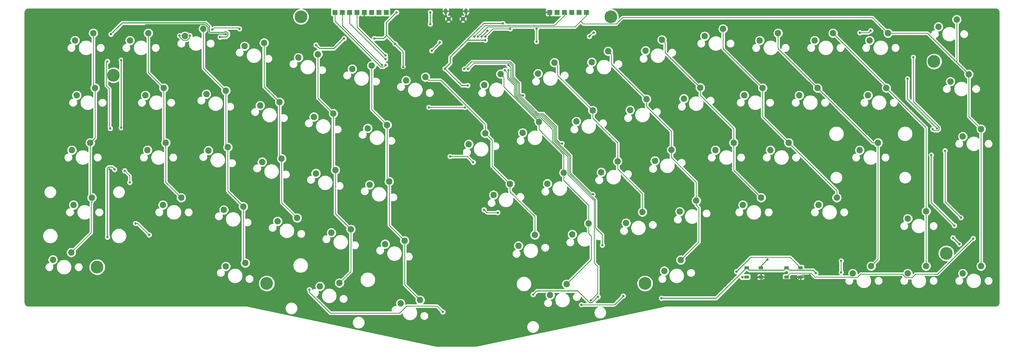
<source format=gbr>
G04 #@! TF.GenerationSoftware,KiCad,Pcbnew,(5.1.9)-1*
G04 #@! TF.CreationDate,2021-11-12T16:42:19+08:00*
G04 #@! TF.ProjectId,arisu,61726973-752e-46b6-9963-61645f706362,1.1*
G04 #@! TF.SameCoordinates,Original*
G04 #@! TF.FileFunction,Copper,L1,Top*
G04 #@! TF.FilePolarity,Positive*
%FSLAX46Y46*%
G04 Gerber Fmt 4.6, Leading zero omitted, Abs format (unit mm)*
G04 Created by KiCad (PCBNEW (5.1.9)-1) date 2021-11-12 16:42:19*
%MOMM*%
%LPD*%
G01*
G04 APERTURE LIST*
G04 #@! TA.AperFunction,ComponentPad*
%ADD10C,2.200000*%
G04 #@! TD*
G04 #@! TA.AperFunction,SMDPad,CuDef*
%ADD11R,1.500000X1.000000*%
G04 #@! TD*
G04 #@! TA.AperFunction,ComponentPad*
%ADD12C,4.400000*%
G04 #@! TD*
G04 #@! TA.AperFunction,ComponentPad*
%ADD13C,1.450000*%
G04 #@! TD*
G04 #@! TA.AperFunction,ComponentPad*
%ADD14O,1.200000X1.900000*%
G04 #@! TD*
G04 #@! TA.AperFunction,ComponentPad*
%ADD15R,1.700000X1.700000*%
G04 #@! TD*
G04 #@! TA.AperFunction,ViaPad*
%ADD16C,0.800000*%
G04 #@! TD*
G04 #@! TA.AperFunction,Conductor*
%ADD17C,0.380000*%
G04 #@! TD*
G04 #@! TA.AperFunction,Conductor*
%ADD18C,0.375000*%
G04 #@! TD*
G04 #@! TA.AperFunction,Conductor*
%ADD19C,0.250000*%
G04 #@! TD*
G04 #@! TA.AperFunction,Conductor*
%ADD20C,0.254000*%
G04 #@! TD*
G04 #@! TA.AperFunction,Conductor*
%ADD21C,0.100000*%
G04 #@! TD*
G04 APERTURE END LIST*
D10*
X213847569Y-120874453D03*
X208164428Y-124679187D03*
X62580000Y-36180000D03*
X68930000Y-33640000D03*
X102331359Y-38163857D03*
X109070692Y-36999602D03*
X120965070Y-42124575D03*
X127704403Y-40960320D03*
D11*
X294950000Y-118350000D03*
X294950000Y-115150000D03*
X290050000Y-118350000D03*
X290050000Y-115150000D03*
X276300000Y-115150000D03*
X276300000Y-118350000D03*
X281200000Y-115150000D03*
X281200000Y-118350000D03*
D10*
X321796250Y-71740000D03*
X315446250Y-74280000D03*
X135153475Y-120446047D03*
X128414142Y-121610303D03*
X49383750Y-90790000D03*
X43033750Y-93330000D03*
X48796250Y-71740000D03*
X42446250Y-74280000D03*
X307508769Y-90789998D03*
X301158769Y-93329998D03*
X50480000Y-52690000D03*
X44130000Y-55230000D03*
X42250000Y-109840000D03*
X35900000Y-112380000D03*
X102544484Y-113514795D03*
X95805151Y-114679051D03*
X253444205Y-112457940D03*
X247761064Y-116262674D03*
X324670000Y-52690000D03*
X318320000Y-55230000D03*
X43530000Y-36180000D03*
X49880000Y-33640000D03*
X67940000Y-55230000D03*
X74290000Y-52690000D03*
X68640000Y-74280000D03*
X74990000Y-71740000D03*
X73990000Y-93330000D03*
X80340000Y-90790000D03*
X81630000Y-34679615D03*
X87980000Y-32139615D03*
X89053701Y-54817200D03*
X95793034Y-53652945D03*
X89751368Y-74441093D03*
X96490701Y-73276838D03*
X95107450Y-95055162D03*
X101846783Y-93890907D03*
X107687411Y-58777926D03*
X114426744Y-57613671D03*
X108385078Y-78401820D03*
X115124411Y-77237565D03*
X113741160Y-99015888D03*
X120480493Y-97851633D03*
X126321121Y-62738653D03*
X133060454Y-61574398D03*
X127018788Y-82362547D03*
X133758121Y-81198292D03*
X132374869Y-102976615D03*
X139114202Y-101812360D03*
X139598782Y-46085293D03*
X146338115Y-44921038D03*
X144954831Y-66699380D03*
X151694164Y-65535125D03*
X145652498Y-86323274D03*
X152391831Y-85159019D03*
X151008579Y-106937342D03*
X157747912Y-105773087D03*
X156364716Y-127551371D03*
X163104049Y-126387116D03*
X158232494Y-50046010D03*
X164971827Y-48881755D03*
X179977800Y-72243673D03*
X185660941Y-68438939D03*
X188596921Y-89887225D03*
X194280062Y-86082491D03*
X197216042Y-107530777D03*
X202899183Y-103726043D03*
X185334027Y-51629574D03*
X191017168Y-47824840D03*
X198611511Y-68282955D03*
X204294652Y-64478221D03*
X207230632Y-85926507D03*
X212913773Y-82121773D03*
X215849754Y-103570059D03*
X221532895Y-99765325D03*
X203967739Y-47668856D03*
X209650880Y-43864122D03*
X217245223Y-64322238D03*
X222928364Y-60517504D03*
X225864344Y-81965790D03*
X231547485Y-78161056D03*
X234483465Y-99609342D03*
X240166606Y-95804608D03*
X222601451Y-43708139D03*
X228284592Y-39903405D03*
X235878935Y-60361520D03*
X241562076Y-56556786D03*
X244498056Y-78005072D03*
X250181197Y-74200338D03*
X253117177Y-95648624D03*
X258800318Y-91843890D03*
X241235162Y-39747421D03*
X246918303Y-35942687D03*
X254512647Y-56400802D03*
X260195788Y-52596068D03*
X265440000Y-74280000D03*
X271790000Y-71740000D03*
X274965019Y-93329998D03*
X281315019Y-90789998D03*
X261760000Y-34679615D03*
X268110000Y-32139615D03*
X275450000Y-55230000D03*
X281800000Y-52690000D03*
X284490000Y-74280000D03*
X290840000Y-71740000D03*
X280810000Y-36180000D03*
X287160000Y-33640000D03*
X294500000Y-55230000D03*
X300850000Y-52690000D03*
X313064949Y-117142503D03*
X319414949Y-114602503D03*
X299860000Y-36180000D03*
X306210000Y-33640000D03*
X332114949Y-98092503D03*
X338464949Y-95552503D03*
X332114949Y-117142503D03*
X338464949Y-114602503D03*
X318910000Y-36180000D03*
X325260000Y-33640000D03*
X342722542Y-31417509D03*
X349072542Y-28877509D03*
X346895000Y-50467516D03*
X353245000Y-47927516D03*
X351164949Y-69517519D03*
X357514949Y-66977519D03*
X351164949Y-117142503D03*
X357514949Y-114602503D03*
D12*
X241060266Y-120608720D03*
X345449949Y-110157503D03*
D13*
X173009855Y-28708000D03*
X178009855Y-28708000D03*
D14*
X172009855Y-26008000D03*
X179009855Y-26008000D03*
D15*
X220726000Y-26416000D03*
X218186000Y-26416000D03*
X215646000Y-26416000D03*
X213106000Y-26416000D03*
X210566000Y-26416000D03*
X208026000Y-26416000D03*
X141224000Y-26416000D03*
X138684000Y-26416000D03*
X136144000Y-26416000D03*
X133604000Y-26416000D03*
X151384000Y-26416000D03*
X146304000Y-26416000D03*
X148844000Y-26416000D03*
X143764000Y-26416000D03*
D12*
X56865000Y-48245000D03*
X51197500Y-114920000D03*
X121827220Y-27932509D03*
X109959436Y-120609368D03*
X229192785Y-27932509D03*
X341180000Y-43482516D03*
D16*
X171704000Y-44196000D03*
X191008000Y-34798000D03*
X183134000Y-40386000D03*
X171704000Y-39116000D03*
X183642000Y-50292000D03*
X163068000Y-38354000D03*
X163068000Y-36322000D03*
X169672000Y-54864000D03*
X163830000Y-30480000D03*
X181102000Y-27432000D03*
X183134000Y-27432000D03*
X197866000Y-28448000D03*
X66000000Y-32750000D03*
X95750000Y-34000000D03*
X58512653Y-40987347D03*
X58000000Y-69000000D03*
X55500000Y-81000000D03*
X70500000Y-106750000D03*
X277250000Y-121500000D03*
X298250000Y-117750000D03*
X151750000Y-38250000D03*
X355000000Y-95500000D03*
X347250000Y-70250000D03*
X344500000Y-63500000D03*
X338500000Y-35750000D03*
X179578000Y-51816000D03*
X171704000Y-45974000D03*
X185674000Y-36068000D03*
X191770000Y-30235979D03*
X157226000Y-45466000D03*
X166624000Y-26416000D03*
X166654002Y-30480000D03*
X154940000Y-26416000D03*
X154432000Y-37338000D03*
X59500000Y-43000000D03*
X59500000Y-66500000D03*
X93782614Y-35032614D03*
X56000000Y-34000000D03*
X57250000Y-81000000D03*
X54774999Y-104524999D03*
X127000000Y-37750000D03*
X136750000Y-35500000D03*
X147250000Y-35500000D03*
X202250000Y-124500000D03*
X224750000Y-125250000D03*
X246750000Y-125750000D03*
X300250000Y-117000000D03*
X350000000Y-107000000D03*
X347750000Y-104750000D03*
X348250000Y-100500000D03*
X340250000Y-76000000D03*
X342250000Y-66750000D03*
X332000000Y-49500000D03*
X178639000Y-59436000D03*
X166116000Y-59424397D03*
X178435000Y-46101000D03*
X198750000Y-55338654D03*
X179705000Y-46101000D03*
X181500000Y-78500000D03*
X173500000Y-76500000D03*
X212250000Y-71992036D03*
X190000000Y-96000000D03*
X185250000Y-95000000D03*
X223000000Y-89635588D03*
X193750000Y-44750000D03*
X226250000Y-107279140D03*
X193750000Y-46500000D03*
X222250000Y-126490348D03*
X192500000Y-46500000D03*
X183134000Y-34798000D03*
X203454000Y-36576000D03*
X203454000Y-32135990D03*
X181864000Y-34798000D03*
X185674000Y-34798000D03*
X194310000Y-32135990D03*
X151130000Y-41402000D03*
X151130000Y-42672000D03*
X149860000Y-44704000D03*
X151130000Y-44704000D03*
X91133464Y-32383464D03*
X100500000Y-32135056D03*
X167132000Y-39751000D03*
X169926000Y-36830000D03*
X184404000Y-34798000D03*
X186436000Y-32766000D03*
X60750000Y-81457500D03*
X62500000Y-85500000D03*
X64500000Y-99750000D03*
X69250000Y-103750000D03*
X283500000Y-112250000D03*
X309000000Y-116750000D03*
X309000000Y-112750000D03*
X340750000Y-67000000D03*
X334000000Y-42000000D03*
X350500000Y-97750000D03*
X345000000Y-74500000D03*
X83319649Y-34492278D03*
X79750000Y-34500000D03*
X124750000Y-122750000D03*
X171000000Y-130500000D03*
X274750000Y-118500000D03*
X272750000Y-116500000D03*
X319250000Y-32750000D03*
X315500000Y-33500000D03*
X54750000Y-43420000D03*
X55750000Y-66750000D03*
X219000000Y-128000000D03*
X233500000Y-124960000D03*
X354750000Y-105000000D03*
X223250000Y-33500000D03*
X221750000Y-34750000D03*
D17*
X295550000Y-117750000D02*
X294950000Y-118350000D01*
X298250000Y-117750000D02*
X295550000Y-117750000D01*
X282090001Y-119240001D02*
X281200000Y-118350000D01*
X294059999Y-119240001D02*
X282090001Y-119240001D01*
X294950000Y-118350000D02*
X294059999Y-119240001D01*
X280400000Y-118350000D02*
X277250000Y-121500000D01*
X281200000Y-118350000D02*
X280400000Y-118350000D01*
X70500000Y-96000000D02*
X55500000Y-81000000D01*
X70500000Y-106750000D02*
X70500000Y-96000000D01*
X59078338Y-40987347D02*
X58512653Y-40987347D01*
X60290001Y-42199010D02*
X59078338Y-40987347D01*
X58565685Y-69000000D02*
X60290001Y-67275684D01*
X60290001Y-67275684D02*
X60290001Y-42199010D01*
X58000000Y-69000000D02*
X58565685Y-69000000D01*
X90000000Y-34000000D02*
X95750000Y-34000000D01*
X89564996Y-33564996D02*
X90000000Y-34000000D01*
X89564996Y-31519409D02*
X89564996Y-33564996D01*
X88695201Y-30649614D02*
X89564996Y-31519409D01*
X68100386Y-30649614D02*
X88695201Y-30649614D01*
X66000000Y-32750000D02*
X68100386Y-30649614D01*
X157605201Y-46256001D02*
X163068000Y-40793202D01*
X156846799Y-46256001D02*
X157605201Y-46256001D01*
X152149999Y-41559201D02*
X156846799Y-46256001D01*
X163068000Y-40793202D02*
X163068000Y-38354000D01*
X152149999Y-38649999D02*
X152149999Y-41559201D01*
X151750000Y-38250000D02*
X152149999Y-38649999D01*
X355000000Y-95500000D02*
X347250000Y-87750000D01*
X347250000Y-87750000D02*
X347250000Y-70250000D01*
X338500000Y-57500000D02*
X338500000Y-35750000D01*
X344500000Y-63500000D02*
X338500000Y-57500000D01*
D18*
X173586498Y-41910000D02*
X179428498Y-36068000D01*
X173586498Y-41910000D02*
X173586498Y-44091502D01*
X179578000Y-51816000D02*
X177546000Y-51816000D01*
X177546000Y-51816000D02*
X171704000Y-45974000D01*
X179428498Y-36068000D02*
X185260519Y-30235979D01*
X185674000Y-36068000D02*
X179428498Y-36068000D01*
X171704000Y-45974000D02*
X173586498Y-44091502D01*
X191770000Y-30235979D02*
X185260519Y-30235979D01*
X157226000Y-40132000D02*
X157226000Y-45466000D01*
X166654002Y-30480000D02*
X166654002Y-26446002D01*
X166654002Y-26446002D02*
X166624000Y-26416000D01*
X154432000Y-37338000D02*
X157226000Y-40132000D01*
X151384000Y-34290000D02*
X151384000Y-29972000D01*
X151384000Y-29972000D02*
X154940000Y-26416000D01*
X151547000Y-34453000D02*
X154432000Y-37338000D01*
X151384000Y-34290000D02*
X151547000Y-34453000D01*
D17*
X150500000Y-35500000D02*
X151375000Y-34625000D01*
X147250000Y-35500000D02*
X150500000Y-35500000D01*
D19*
X151375000Y-34625000D02*
X151547000Y-34453000D01*
D17*
X136750000Y-35500000D02*
X133250000Y-39000000D01*
X133250000Y-39000000D02*
X133000000Y-39000000D01*
D19*
X128250000Y-39000000D02*
X133000000Y-39000000D01*
D17*
X127000000Y-37750000D02*
X128250000Y-39000000D01*
X128250000Y-39000000D02*
X133250000Y-39000000D01*
X59930396Y-30069604D02*
X56000000Y-34000000D01*
X88935449Y-30069604D02*
X59930396Y-30069604D01*
X90240248Y-33419990D02*
X90145006Y-33324748D01*
X95160808Y-33419990D02*
X90240248Y-33419990D01*
X96129201Y-33209999D02*
X95370799Y-33209999D01*
X96540001Y-33620799D02*
X96129201Y-33209999D01*
X90145005Y-31279160D02*
X88935449Y-30069604D01*
X90145006Y-33324748D02*
X90145005Y-31279160D01*
X96540001Y-34379201D02*
X96540001Y-33620799D01*
X95886588Y-35032614D02*
X96540001Y-34379201D01*
X95370799Y-33209999D02*
X95160808Y-33419990D01*
X93782614Y-35032614D02*
X95886588Y-35032614D01*
X59500000Y-43000000D02*
X59500000Y-66500000D01*
X54709999Y-104459999D02*
X54774999Y-104524999D01*
X54709999Y-80620799D02*
X54709999Y-104459999D01*
X55120799Y-80209999D02*
X54709999Y-80620799D01*
X56459999Y-80209999D02*
X55120799Y-80209999D01*
X57250000Y-81000000D02*
X56459999Y-80209999D01*
X222719651Y-127280349D02*
X224750000Y-125250000D01*
X221870799Y-127280349D02*
X222719651Y-127280349D01*
X217779636Y-123189186D02*
X221870799Y-127280349D01*
X203560814Y-123189186D02*
X217779636Y-123189186D01*
X202250000Y-124500000D02*
X203560814Y-123189186D01*
X265700000Y-125750000D02*
X276300000Y-115150000D01*
X246750000Y-125750000D02*
X265700000Y-125750000D01*
X289159999Y-116040001D02*
X290050000Y-115150000D01*
X277190001Y-116040001D02*
X289159999Y-116040001D01*
X276300000Y-115150000D02*
X277190001Y-116040001D01*
X299290001Y-116040001D02*
X300250000Y-117000000D01*
X290940001Y-116040001D02*
X299290001Y-116040001D01*
X290050000Y-115150000D02*
X290940001Y-116040001D01*
X350000000Y-107000000D02*
X347750000Y-104750000D01*
X340250000Y-92500000D02*
X340250000Y-76000000D01*
X348250000Y-100500000D02*
X340250000Y-92500000D01*
X342250000Y-66750000D02*
X332000000Y-56500000D01*
X332000000Y-56500000D02*
X332000000Y-49500000D01*
D19*
X178627397Y-59424397D02*
X178639000Y-59436000D01*
X166116000Y-59424397D02*
X178627397Y-59424397D01*
X194270412Y-43561000D02*
X180975000Y-43561000D01*
X180975000Y-43561000D02*
X178435000Y-46101000D01*
X197550039Y-50973276D02*
X195450010Y-48873247D01*
X194270412Y-43561000D02*
X195450010Y-44740598D01*
X195450010Y-44740598D02*
X195450010Y-48873247D01*
X197550039Y-50973276D02*
X197550039Y-54550039D01*
X197550039Y-54550039D02*
X198338654Y-55338654D01*
X198338654Y-55338654D02*
X198750000Y-55338654D01*
X179705000Y-46101000D02*
X181781001Y-44024999D01*
X181781001Y-44024999D02*
X194098001Y-44024999D01*
X194098001Y-44024999D02*
X195000000Y-44926998D01*
X195000000Y-44926998D02*
X195000000Y-49059647D01*
X179500000Y-76500000D02*
X181500000Y-78500000D01*
X173500000Y-76500000D02*
X179500000Y-76500000D01*
X210360370Y-70637508D02*
X211714898Y-71992036D01*
X211714898Y-71992036D02*
X212250000Y-71992036D01*
X205798549Y-61548549D02*
X210360370Y-66110370D01*
X210360370Y-66110370D02*
X210360370Y-70637508D01*
X197100029Y-54737958D02*
X203910620Y-61548549D01*
X203910620Y-61548549D02*
X205798549Y-61548549D01*
X195000000Y-49059647D02*
X197100029Y-51159676D01*
X197100029Y-51159676D02*
X197100029Y-54737958D01*
X186250000Y-96000000D02*
X190000000Y-96000000D01*
X185250000Y-95000000D02*
X186250000Y-96000000D01*
X196650019Y-51346076D02*
X196650019Y-54924358D01*
X194475001Y-49171058D02*
X196650019Y-51346076D01*
X194475001Y-45475001D02*
X194475001Y-49171058D01*
X193750000Y-44750000D02*
X194475001Y-45475001D01*
X209910360Y-66410360D02*
X209910360Y-70823908D01*
X196650019Y-54924358D02*
X203724220Y-61998559D01*
X203724220Y-61998559D02*
X205498559Y-61998559D01*
X209910360Y-70823908D02*
X215250000Y-76163548D01*
X205498559Y-61998559D02*
X209910360Y-66410360D01*
X215250000Y-76163548D02*
X215250000Y-82346385D01*
X215250000Y-82346385D02*
X222539203Y-89635588D01*
X222539203Y-89635588D02*
X223000000Y-89635588D01*
X214788784Y-82521579D02*
X214788784Y-76338742D01*
X223912041Y-91644836D02*
X214788784Y-82521579D01*
X226248583Y-107277723D02*
X226248583Y-103642218D01*
X196200009Y-55110758D02*
X196200009Y-51532476D01*
X223912041Y-101305676D02*
X223912041Y-91644836D01*
X226248583Y-103642218D02*
X223912041Y-101305676D01*
X226250000Y-107279140D02*
X226248583Y-107277723D01*
X214788784Y-76338742D02*
X209460350Y-71010308D01*
X209460350Y-71010308D02*
X209460350Y-66710350D01*
X209460350Y-66710350D02*
X205198569Y-62448569D01*
X205198569Y-62448569D02*
X203537820Y-62448569D01*
X193750000Y-49082467D02*
X193750000Y-46500000D01*
X203537820Y-62448569D02*
X196200009Y-55110758D01*
X196200009Y-51532476D02*
X193750000Y-49082467D01*
X214338774Y-82707979D02*
X214338774Y-76525142D01*
X223462031Y-91831236D02*
X214338774Y-82707979D01*
X223462031Y-113512452D02*
X223462031Y-91831236D01*
X224671031Y-114721452D02*
X223462031Y-113512452D01*
X214338774Y-76525142D02*
X209010340Y-71196708D01*
X222250000Y-126490348D02*
X224671031Y-124069317D01*
X224671031Y-124069317D02*
X224671031Y-114721452D01*
X195750000Y-51718877D02*
X193299990Y-49268867D01*
X209010340Y-71196708D02*
X209010340Y-67084907D01*
X193299990Y-49268867D02*
X193299990Y-47299990D01*
X209010340Y-67084907D02*
X204824012Y-62898579D01*
X204824012Y-62898579D02*
X203351420Y-62898579D01*
X203351420Y-62898579D02*
X195750000Y-55297159D01*
X195750000Y-55297159D02*
X195750000Y-51718877D01*
X193299990Y-47299990D02*
X192500000Y-46500000D01*
X220726000Y-26416000D02*
X220726000Y-27516000D01*
X216831011Y-31410989D02*
X186521011Y-31410989D01*
X186521011Y-31410989D02*
X183134000Y-34798000D01*
X325260000Y-33640000D02*
X338957484Y-33640000D01*
X338957484Y-33640000D02*
X349072542Y-43755058D01*
X349072542Y-28877509D02*
X349072542Y-43755058D01*
X349072542Y-43755058D02*
X353245000Y-47927516D01*
X353245000Y-47927516D02*
X353245000Y-62707570D01*
X353245000Y-62707570D02*
X357514949Y-66977519D01*
X357514949Y-66977519D02*
X357514949Y-114602503D01*
X220726000Y-27516000D02*
X218746000Y-29496000D01*
X218746000Y-29496000D02*
X216831011Y-31410989D01*
X231042490Y-30457510D02*
X233250000Y-28250000D01*
X218746000Y-29496000D02*
X219707510Y-30457510D01*
X322435000Y-30815000D02*
X325260000Y-33640000D01*
X319870000Y-28250000D02*
X322435000Y-30815000D01*
X233250000Y-28250000D02*
X319870000Y-28250000D01*
X219707510Y-30457510D02*
X231042490Y-30457510D01*
X322334614Y-30714614D02*
X322435000Y-30815000D01*
X203454000Y-32135990D02*
X203454000Y-36576000D01*
X221532895Y-99765325D02*
X221532895Y-103249711D01*
X221532895Y-103249711D02*
X222429593Y-104146409D01*
X222429593Y-104146409D02*
X222429593Y-112292429D01*
X222429593Y-112292429D02*
X213847569Y-120874453D01*
X212913773Y-82121773D02*
X212913773Y-84760982D01*
X212913773Y-84760982D02*
X221532895Y-93380104D01*
X221532895Y-93380104D02*
X221532895Y-99765325D01*
X204294652Y-64478221D02*
X204294652Y-67117430D01*
X204294652Y-67117430D02*
X212913773Y-75736551D01*
X212913773Y-75736551D02*
X212913773Y-82121773D01*
X191017168Y-47824840D02*
X192117167Y-48924839D01*
X192117167Y-48924839D02*
X192117167Y-52300736D01*
X192117167Y-52300736D02*
X204294652Y-64478221D01*
X213106000Y-26416000D02*
X213106000Y-27516000D01*
X213106000Y-27516000D02*
X209661021Y-30960979D01*
X209661021Y-30960979D02*
X185701021Y-30960979D01*
X185701021Y-30960979D02*
X181864000Y-34798000D01*
X194310000Y-32135990D02*
X188336010Y-32135990D01*
X188336010Y-32135990D02*
X185674000Y-34798000D01*
X151130000Y-41402000D02*
X141224000Y-31496000D01*
X141224000Y-31496000D02*
X141224000Y-26416000D01*
X151130000Y-42672000D02*
X138684000Y-30226000D01*
X138684000Y-30226000D02*
X138684000Y-26416000D01*
X136144000Y-30988000D02*
X149860000Y-44704000D01*
X136144000Y-26416000D02*
X136144000Y-30988000D01*
X133604000Y-26416000D02*
X133604000Y-29521002D01*
X133604000Y-29521002D02*
X149511999Y-45429001D01*
X149511999Y-45429001D02*
X150404999Y-45429001D01*
X150404999Y-45429001D02*
X151130000Y-44704000D01*
X49383750Y-90790000D02*
X49383750Y-92345634D01*
X49383750Y-92345634D02*
X49168751Y-92560633D01*
X49168751Y-92560633D02*
X49168751Y-102921249D01*
X49168751Y-102921249D02*
X42250000Y-109840000D01*
X48796250Y-71740000D02*
X48796250Y-90202500D01*
X48796250Y-90202500D02*
X49383750Y-90790000D01*
X50480000Y-52690000D02*
X50480000Y-70056250D01*
X50480000Y-70056250D02*
X48796250Y-71740000D01*
X49880000Y-33640000D02*
X49880000Y-52090000D01*
X49880000Y-52090000D02*
X50480000Y-52690000D01*
X74990000Y-71740000D02*
X74990000Y-85440000D01*
X74990000Y-85440000D02*
X80340000Y-90790000D01*
X74290000Y-52690000D02*
X74290000Y-71040000D01*
X74290000Y-71040000D02*
X74990000Y-71740000D01*
X68930000Y-33640000D02*
X68930000Y-47330000D01*
X68930000Y-47330000D02*
X74290000Y-52690000D01*
X91133464Y-32383464D02*
X91766928Y-31750000D01*
X100114944Y-31750000D02*
X100500000Y-32135056D01*
X91766928Y-31750000D02*
X100114944Y-31750000D01*
X167132000Y-39751000D02*
X169926000Y-36957000D01*
X169926000Y-36957000D02*
X169926000Y-36830000D01*
X101846783Y-93890907D02*
X101846783Y-112817094D01*
X101846783Y-112817094D02*
X102544484Y-113514795D01*
X96490701Y-73276838D02*
X96490701Y-88534825D01*
X96490701Y-88534825D02*
X101846783Y-93890907D01*
X95793034Y-53652945D02*
X95793034Y-72579171D01*
X95793034Y-72579171D02*
X96490701Y-73276838D01*
X87980000Y-32139615D02*
X87980000Y-45839911D01*
X87980000Y-45839911D02*
X95793034Y-53652945D01*
X109070692Y-36999602D02*
X109070692Y-52257619D01*
X109070692Y-52257619D02*
X114426744Y-57613671D01*
X114426744Y-57613671D02*
X114426744Y-76539898D01*
X114426744Y-76539898D02*
X115124411Y-77237565D01*
X115124411Y-77237565D02*
X115124411Y-92495551D01*
X115124411Y-92495551D02*
X120480493Y-97851633D01*
X139114202Y-101812360D02*
X139114202Y-116485320D01*
X139114202Y-116485320D02*
X135153475Y-120446047D01*
X133758121Y-81198292D02*
X133758121Y-96456279D01*
X133758121Y-96456279D02*
X139114202Y-101812360D01*
X133060454Y-61574398D02*
X133060454Y-80500625D01*
X133060454Y-80500625D02*
X133758121Y-81198292D01*
X127704403Y-40960320D02*
X127704403Y-56218347D01*
X127704403Y-56218347D02*
X133060454Y-61574398D01*
X146338115Y-44921038D02*
X146338115Y-60179076D01*
X146338115Y-60179076D02*
X151694164Y-65535125D01*
X151694164Y-65535125D02*
X151694164Y-84461352D01*
X151694164Y-84461352D02*
X152391831Y-85159019D01*
X152391831Y-85159019D02*
X152391831Y-100417006D01*
X152391831Y-100417006D02*
X157747912Y-105773087D01*
X157747912Y-105773087D02*
X157747912Y-121030979D01*
X157747912Y-121030979D02*
X163104049Y-126387116D01*
X164971827Y-48881755D02*
X166071826Y-49981754D01*
X166071826Y-49981754D02*
X170257756Y-49981754D01*
X170257756Y-49981754D02*
X185660941Y-65384939D01*
X185660941Y-65384939D02*
X185660941Y-68438939D01*
X194280062Y-86082491D02*
X194280062Y-88721700D01*
X194280062Y-88721700D02*
X202899183Y-97340821D01*
X202899183Y-97340821D02*
X202899183Y-103726043D01*
X194280062Y-86082491D02*
X188026627Y-79829056D01*
X188026627Y-79829056D02*
X188026627Y-70804625D01*
X188026627Y-70804625D02*
X185660941Y-68438939D01*
X231547485Y-78161056D02*
X231547485Y-80800265D01*
X231547485Y-80800265D02*
X240166606Y-89419386D01*
X240166606Y-89419386D02*
X240166606Y-95804608D01*
X222928364Y-60517504D02*
X222928364Y-63156713D01*
X222928364Y-63156713D02*
X231547485Y-71775834D01*
X231547485Y-71775834D02*
X231547485Y-78161056D01*
X209650880Y-43864122D02*
X210750879Y-44964121D01*
X210750879Y-44964121D02*
X210750879Y-48340019D01*
X210750879Y-48340019D02*
X222928364Y-60517504D01*
X258800318Y-91843890D02*
X258800318Y-93399524D01*
X258800318Y-93399524D02*
X259697016Y-94296222D01*
X259697016Y-94296222D02*
X259697016Y-106205129D01*
X259697016Y-106205129D02*
X253444205Y-112457940D01*
X250181197Y-74200338D02*
X250181197Y-76839547D01*
X250181197Y-76839547D02*
X258800318Y-85458668D01*
X258800318Y-85458668D02*
X258800318Y-91843890D01*
X241562076Y-56556786D02*
X241562076Y-59132757D01*
X241562076Y-59132757D02*
X250181197Y-67751878D01*
X250181197Y-67751878D02*
X250181197Y-74200338D01*
X228284592Y-39903405D02*
X229384591Y-41003404D01*
X229384591Y-41003404D02*
X229384591Y-44379301D01*
X229384591Y-44379301D02*
X241562076Y-56556786D01*
X184404000Y-34798000D02*
X186436000Y-32766000D01*
X271790000Y-71740000D02*
X271790000Y-81264979D01*
X271790000Y-81264979D02*
X281315019Y-90789998D01*
X260195788Y-52596068D02*
X260195788Y-55235277D01*
X260195788Y-55235277D02*
X271790000Y-66829489D01*
X271790000Y-66829489D02*
X271790000Y-71740000D01*
X246918303Y-35942687D02*
X248018302Y-37042686D01*
X248018302Y-37042686D02*
X248018302Y-40418582D01*
X248018302Y-40418582D02*
X260195788Y-52596068D01*
X307508769Y-90789998D02*
X307508769Y-88408769D01*
X307508769Y-88408769D02*
X290840000Y-71740000D01*
X281800000Y-52690000D02*
X281800000Y-62700000D01*
X281800000Y-62700000D02*
X290840000Y-71740000D01*
X268110000Y-32139615D02*
X268110000Y-39000000D01*
X268110000Y-39000000D02*
X281800000Y-52690000D01*
X321796250Y-71740000D02*
X321796250Y-112221202D01*
X321796250Y-112221202D02*
X319414949Y-114602503D01*
X300850000Y-52690000D02*
X319900000Y-71740000D01*
X319900000Y-71740000D02*
X321796250Y-71740000D01*
X287160000Y-33640000D02*
X287160000Y-39000000D01*
X287160000Y-39000000D02*
X300850000Y-52690000D01*
X338464949Y-95552503D02*
X338464949Y-114602503D01*
X324670000Y-52690000D02*
X338464949Y-66484949D01*
X338464949Y-66484949D02*
X338464949Y-95552503D01*
X306210000Y-33640000D02*
X324670000Y-52100000D01*
X324670000Y-52100000D02*
X324670000Y-52690000D01*
X60750000Y-81457500D02*
X62500000Y-83207500D01*
X62500000Y-83207500D02*
X62500000Y-85500000D01*
X65250000Y-99750000D02*
X64500000Y-99750000D01*
X69250000Y-103750000D02*
X65250000Y-99750000D01*
X281200000Y-114550000D02*
X281200000Y-115150000D01*
X283500000Y-112250000D02*
X281200000Y-114550000D01*
X309000000Y-116750000D02*
X309000000Y-112750000D01*
X334000000Y-57426998D02*
X334000000Y-42000000D01*
X342975001Y-66401999D02*
X334000000Y-57426998D01*
X342975001Y-67098001D02*
X342975001Y-66401999D01*
X342598001Y-67475001D02*
X342975001Y-67098001D01*
X341225001Y-67475001D02*
X342598001Y-67475001D01*
X340750000Y-67000000D02*
X341225001Y-67475001D01*
X350500000Y-97750000D02*
X345000000Y-92250000D01*
X345000000Y-92250000D02*
X345000000Y-74500000D01*
X80945999Y-36104616D02*
X79750000Y-34908617D01*
X82314001Y-36104616D02*
X80945999Y-36104616D01*
X83319649Y-35098968D02*
X82314001Y-36104616D01*
X83319649Y-34492278D02*
X83319649Y-35098968D01*
X79750000Y-34908617D02*
X79750000Y-34500000D01*
X156003552Y-130946819D02*
X158447362Y-128503009D01*
X132020866Y-130946819D02*
X156003552Y-130946819D01*
X169003009Y-128503009D02*
X171000000Y-130500000D01*
X158447362Y-128503009D02*
X169003009Y-128503009D01*
X124750000Y-123675953D02*
X132020866Y-130946819D01*
X124750000Y-122750000D02*
X124750000Y-123675953D01*
X274900000Y-118350000D02*
X274750000Y-118500000D01*
X276300000Y-118350000D02*
X274900000Y-118350000D01*
X291324999Y-111524999D02*
X294950000Y-115150000D01*
X277725001Y-111524999D02*
X291324999Y-111524999D01*
X272750000Y-116500000D02*
X277725001Y-111524999D01*
X318500000Y-33500000D02*
X315500000Y-33500000D01*
X319250000Y-32750000D02*
X318500000Y-33500000D01*
X54339999Y-43830001D02*
X54339999Y-51839999D01*
X54750000Y-43420000D02*
X54339999Y-43830001D01*
X54339999Y-51839999D02*
X55500000Y-53000000D01*
X55500000Y-66500000D02*
X55750000Y-66750000D01*
X55500000Y-53000000D02*
X55500000Y-66500000D01*
X219000000Y-128000000D02*
X230000000Y-128000000D01*
X230460000Y-128000000D02*
X233500000Y-124960000D01*
X230000000Y-128000000D02*
X230460000Y-128000000D01*
X330220946Y-117357502D02*
X331430948Y-118567504D01*
X291375001Y-117024999D02*
X298598001Y-117024999D01*
X298598001Y-117024999D02*
X299923002Y-118350000D01*
X299923002Y-118350000D02*
X312163444Y-118350000D01*
X312163444Y-118350000D02*
X312380948Y-118567504D01*
X312380948Y-118567504D02*
X314548946Y-118567504D01*
X314548946Y-118567504D02*
X315758948Y-117357502D01*
X331430948Y-118567504D02*
X333598946Y-118567504D01*
X315758948Y-117357502D02*
X330220946Y-117357502D01*
X333598946Y-118567504D02*
X334808948Y-117357502D01*
X334808948Y-117357502D02*
X342392498Y-117357502D01*
X290050000Y-118350000D02*
X291375001Y-117024999D01*
X342392498Y-117357502D02*
X354750000Y-105000000D01*
X223000000Y-33500000D02*
X221750000Y-34750000D01*
X223250000Y-33500000D02*
X223000000Y-33500000D01*
D20*
X121000281Y-25206457D02*
X120484344Y-25420165D01*
X120020013Y-25730421D01*
X119625132Y-26125302D01*
X119314876Y-26589633D01*
X119101168Y-27105570D01*
X118992220Y-27653286D01*
X118992220Y-28211732D01*
X119101168Y-28759448D01*
X119314876Y-29275385D01*
X119625132Y-29739716D01*
X120020013Y-30134597D01*
X120484344Y-30444853D01*
X121000281Y-30658561D01*
X121547997Y-30767509D01*
X122106443Y-30767509D01*
X122654159Y-30658561D01*
X123170096Y-30444853D01*
X123634427Y-30134597D01*
X124029308Y-29739716D01*
X124339564Y-29275385D01*
X124553272Y-28759448D01*
X124662220Y-28211732D01*
X124662220Y-27653286D01*
X124553272Y-27105570D01*
X124339564Y-26589633D01*
X124029308Y-26125302D01*
X123634427Y-25730421D01*
X123170096Y-25420165D01*
X122654159Y-25206457D01*
X122332672Y-25142509D01*
X132280087Y-25142509D01*
X132223463Y-25211506D01*
X132164498Y-25321820D01*
X132128188Y-25441518D01*
X132115928Y-25566000D01*
X132115928Y-27266000D01*
X132128188Y-27390482D01*
X132164498Y-27510180D01*
X132223463Y-27620494D01*
X132302815Y-27717185D01*
X132399506Y-27796537D01*
X132509820Y-27855502D01*
X132629518Y-27891812D01*
X132754000Y-27904072D01*
X132844000Y-27904072D01*
X132844001Y-29483670D01*
X132840324Y-29521002D01*
X132854998Y-29669987D01*
X132898454Y-29813248D01*
X132969026Y-29945278D01*
X133019684Y-30007004D01*
X133064000Y-30061003D01*
X133092998Y-30084801D01*
X146194234Y-43186038D01*
X146167232Y-43186038D01*
X145832034Y-43252713D01*
X145516284Y-43383501D01*
X145232117Y-43573375D01*
X144990452Y-43815040D01*
X144800578Y-44099207D01*
X144669790Y-44414957D01*
X144603115Y-44750155D01*
X144603115Y-45091921D01*
X144669790Y-45427119D01*
X144800578Y-45742869D01*
X144990452Y-46027036D01*
X145232117Y-46268701D01*
X145516284Y-46458575D01*
X145578115Y-46484186D01*
X145578116Y-60141743D01*
X145574439Y-60179076D01*
X145578116Y-60216409D01*
X145578988Y-60225257D01*
X145589113Y-60328061D01*
X145632569Y-60471322D01*
X145703141Y-60603352D01*
X145728576Y-60634344D01*
X145798115Y-60719077D01*
X145827113Y-60742875D01*
X150051450Y-64967213D01*
X150025839Y-65029044D01*
X149959164Y-65364242D01*
X149959164Y-65706008D01*
X150025839Y-66041206D01*
X150156627Y-66356956D01*
X150346501Y-66641123D01*
X150588166Y-66882788D01*
X150872333Y-67072662D01*
X150934164Y-67098273D01*
X150934165Y-84217652D01*
X150854294Y-84337188D01*
X150723506Y-84652938D01*
X150656831Y-84988136D01*
X150656831Y-85329902D01*
X150723506Y-85665100D01*
X150854294Y-85980850D01*
X151044168Y-86265017D01*
X151285833Y-86506682D01*
X151570000Y-86696556D01*
X151631831Y-86722167D01*
X151631832Y-100379673D01*
X151628155Y-100417006D01*
X151631832Y-100454339D01*
X151642829Y-100565992D01*
X151653733Y-100601939D01*
X151686285Y-100709252D01*
X151756857Y-100841282D01*
X151798504Y-100892028D01*
X151851831Y-100957007D01*
X151880829Y-100980805D01*
X156105198Y-105205176D01*
X156079587Y-105267006D01*
X156012912Y-105602204D01*
X156012912Y-105943970D01*
X156079587Y-106279168D01*
X156210375Y-106594918D01*
X156400249Y-106879085D01*
X156641914Y-107120750D01*
X156926081Y-107310624D01*
X156987912Y-107336235D01*
X156987913Y-120993646D01*
X156984236Y-121030979D01*
X156998910Y-121179964D01*
X157042366Y-121323225D01*
X157112938Y-121455255D01*
X157184113Y-121541981D01*
X157207912Y-121570980D01*
X157236910Y-121594778D01*
X161461335Y-125819204D01*
X161435724Y-125881035D01*
X161369049Y-126216233D01*
X161369049Y-126557999D01*
X161435724Y-126893197D01*
X161566512Y-127208947D01*
X161756386Y-127493114D01*
X161998051Y-127734779D01*
X162010368Y-127743009D01*
X158484684Y-127743009D01*
X158447361Y-127739333D01*
X158410038Y-127743009D01*
X158410029Y-127743009D01*
X158298376Y-127754006D01*
X158155115Y-127797463D01*
X158076385Y-127839546D01*
X158099716Y-127722254D01*
X158099716Y-127380488D01*
X158033041Y-127045290D01*
X157902253Y-126729540D01*
X157712379Y-126445373D01*
X157470714Y-126203708D01*
X157186547Y-126013834D01*
X156870797Y-125883046D01*
X156535599Y-125816371D01*
X156193833Y-125816371D01*
X155858635Y-125883046D01*
X155542885Y-126013834D01*
X155258718Y-126203708D01*
X155017053Y-126445373D01*
X154827179Y-126729540D01*
X154696391Y-127045290D01*
X154629716Y-127380488D01*
X154629716Y-127722254D01*
X154696391Y-128057452D01*
X154795956Y-128297822D01*
X154740633Y-128286818D01*
X154448113Y-128286818D01*
X154161215Y-128343886D01*
X153890962Y-128455828D01*
X153647741Y-128618343D01*
X153440898Y-128825186D01*
X153278383Y-129068407D01*
X153166441Y-129338660D01*
X153109373Y-129625558D01*
X153109373Y-129918078D01*
X153162829Y-130186819D01*
X132335668Y-130186819D01*
X127310708Y-125161860D01*
X127347210Y-125146740D01*
X127590431Y-124984225D01*
X127797274Y-124777382D01*
X127897477Y-124627417D01*
X128977789Y-124627417D01*
X128977789Y-125146467D01*
X129079050Y-125655543D01*
X129277682Y-126135083D01*
X129566051Y-126566657D01*
X129933074Y-126933680D01*
X130364648Y-127222049D01*
X130844188Y-127420681D01*
X131353264Y-127521942D01*
X131872314Y-127521942D01*
X132381390Y-127420681D01*
X132860930Y-127222049D01*
X133292504Y-126933680D01*
X133659527Y-126566657D01*
X133947896Y-126135083D01*
X134087987Y-125796873D01*
X135096779Y-125796873D01*
X135096779Y-126089393D01*
X135153847Y-126376291D01*
X135265789Y-126646544D01*
X135428304Y-126889765D01*
X135635147Y-127096608D01*
X135878368Y-127259123D01*
X136148621Y-127371065D01*
X136435519Y-127428133D01*
X136728039Y-127428133D01*
X137014937Y-127371065D01*
X137285190Y-127259123D01*
X137528411Y-127096608D01*
X137735254Y-126889765D01*
X137897769Y-126646544D01*
X138009711Y-126376291D01*
X138066779Y-126089393D01*
X138066779Y-125796873D01*
X138009711Y-125509975D01*
X137897769Y-125239722D01*
X137735254Y-124996501D01*
X137528411Y-124789658D01*
X137285190Y-124627143D01*
X137014937Y-124515201D01*
X136728039Y-124458133D01*
X136435519Y-124458133D01*
X136148621Y-124515201D01*
X135878368Y-124627143D01*
X135635147Y-124789658D01*
X135428304Y-124996501D01*
X135265789Y-125239722D01*
X135153847Y-125509975D01*
X135096779Y-125796873D01*
X134087987Y-125796873D01*
X134146528Y-125655543D01*
X134247789Y-125146467D01*
X134247789Y-124627417D01*
X134146528Y-124118341D01*
X133947896Y-123638801D01*
X133659527Y-123207227D01*
X133292504Y-122840204D01*
X132860930Y-122551835D01*
X132381390Y-122353203D01*
X131872314Y-122251942D01*
X131353264Y-122251942D01*
X130844188Y-122353203D01*
X130364648Y-122551835D01*
X129933074Y-122840204D01*
X129566051Y-123207227D01*
X129277682Y-123638801D01*
X129079050Y-124118341D01*
X128977789Y-124627417D01*
X127897477Y-124627417D01*
X127959789Y-124534161D01*
X128071731Y-124263908D01*
X128128799Y-123977010D01*
X128128799Y-123684490D01*
X128071731Y-123397592D01*
X128032726Y-123303425D01*
X128243259Y-123345303D01*
X128585025Y-123345303D01*
X128920223Y-123278628D01*
X129235973Y-123147840D01*
X129520140Y-122957966D01*
X129761805Y-122716301D01*
X129951679Y-122432134D01*
X130082467Y-122116384D01*
X130149142Y-121781186D01*
X130149142Y-121439420D01*
X130082467Y-121104222D01*
X129951679Y-120788472D01*
X129761805Y-120504305D01*
X129520140Y-120262640D01*
X129235973Y-120072766D01*
X128920223Y-119941978D01*
X128585025Y-119875303D01*
X128243259Y-119875303D01*
X127908061Y-119941978D01*
X127592311Y-120072766D01*
X127308144Y-120262640D01*
X127066479Y-120504305D01*
X126876605Y-120788472D01*
X126745817Y-121104222D01*
X126679142Y-121439420D01*
X126679142Y-121781186D01*
X126745817Y-122116384D01*
X126845382Y-122356754D01*
X126790059Y-122345750D01*
X126497539Y-122345750D01*
X126210641Y-122402818D01*
X125940388Y-122514760D01*
X125779825Y-122622045D01*
X125745226Y-122448102D01*
X125667205Y-122259744D01*
X125553937Y-122090226D01*
X125409774Y-121946063D01*
X125240256Y-121832795D01*
X125051898Y-121754774D01*
X124851939Y-121715000D01*
X124648061Y-121715000D01*
X124448102Y-121754774D01*
X124259744Y-121832795D01*
X124090226Y-121946063D01*
X123946063Y-122090226D01*
X123832795Y-122259744D01*
X123754774Y-122448102D01*
X123715000Y-122648061D01*
X123715000Y-122851939D01*
X123754774Y-123051898D01*
X123832795Y-123240256D01*
X123946063Y-123409774D01*
X123990001Y-123453712D01*
X123990001Y-123638621D01*
X123986324Y-123675953D01*
X123990001Y-123713286D01*
X124000998Y-123824939D01*
X124004899Y-123837799D01*
X124044454Y-123968199D01*
X124115026Y-124100229D01*
X124186201Y-124186955D01*
X124210000Y-124215954D01*
X124238998Y-124239752D01*
X131457067Y-131457822D01*
X131480865Y-131486820D01*
X131596590Y-131581793D01*
X131728619Y-131652365D01*
X131871880Y-131695822D01*
X131983533Y-131706819D01*
X131983542Y-131706819D01*
X132020865Y-131710495D01*
X132058188Y-131706819D01*
X155966230Y-131706819D01*
X156003552Y-131710495D01*
X156040874Y-131706819D01*
X156040885Y-131706819D01*
X156152538Y-131695822D01*
X156295799Y-131652365D01*
X156427828Y-131581793D01*
X156543553Y-131486820D01*
X156567356Y-131457816D01*
X156929902Y-131095270D01*
X157029624Y-131596611D01*
X157228256Y-132076151D01*
X157516625Y-132507725D01*
X157883648Y-132874748D01*
X158315222Y-133163117D01*
X158794762Y-133361749D01*
X159303838Y-133463010D01*
X159822888Y-133463010D01*
X160331964Y-133361749D01*
X160811504Y-133163117D01*
X161243078Y-132874748D01*
X161610101Y-132507725D01*
X161898470Y-132076151D01*
X162038561Y-131737941D01*
X163047353Y-131737941D01*
X163047353Y-132030461D01*
X163104421Y-132317359D01*
X163216363Y-132587612D01*
X163378878Y-132830833D01*
X163585721Y-133037676D01*
X163828942Y-133200191D01*
X164099195Y-133312133D01*
X164386093Y-133369201D01*
X164678613Y-133369201D01*
X164965511Y-133312133D01*
X165235764Y-133200191D01*
X165478985Y-133037676D01*
X165685828Y-132830833D01*
X165848343Y-132587612D01*
X165960285Y-132317359D01*
X166017353Y-132030461D01*
X166017353Y-131737941D01*
X165960285Y-131451043D01*
X165848343Y-131180790D01*
X165685828Y-130937569D01*
X165478985Y-130730726D01*
X165235764Y-130568211D01*
X164965511Y-130456269D01*
X164678613Y-130399201D01*
X164386093Y-130399201D01*
X164099195Y-130456269D01*
X163828942Y-130568211D01*
X163585721Y-130730726D01*
X163378878Y-130937569D01*
X163216363Y-131180790D01*
X163104421Y-131451043D01*
X163047353Y-131737941D01*
X162038561Y-131737941D01*
X162097102Y-131596611D01*
X162198363Y-131087535D01*
X162198363Y-130568485D01*
X162097102Y-130059409D01*
X161898470Y-129579869D01*
X161686751Y-129263009D01*
X168688208Y-129263009D01*
X169965000Y-130539802D01*
X169965000Y-130601939D01*
X170004774Y-130801898D01*
X170082795Y-130990256D01*
X170196063Y-131159774D01*
X170340226Y-131303937D01*
X170509744Y-131417205D01*
X170698102Y-131495226D01*
X170898061Y-131535000D01*
X171101939Y-131535000D01*
X171301898Y-131495226D01*
X171490256Y-131417205D01*
X171659774Y-131303937D01*
X171803937Y-131159774D01*
X171917205Y-130990256D01*
X171995226Y-130801898D01*
X172035000Y-130601939D01*
X172035000Y-130398061D01*
X171995226Y-130198102D01*
X171917205Y-130009744D01*
X171803937Y-129840226D01*
X171659774Y-129696063D01*
X171490256Y-129582795D01*
X171301898Y-129504774D01*
X171101939Y-129465000D01*
X171039802Y-129465000D01*
X169566813Y-127992012D01*
X169543010Y-127963008D01*
X169427285Y-127868035D01*
X169295256Y-127797463D01*
X169151995Y-127754006D01*
X169040342Y-127743009D01*
X169040331Y-127743009D01*
X169003009Y-127739333D01*
X168965687Y-127743009D01*
X164197730Y-127743009D01*
X164210047Y-127734779D01*
X164451712Y-127493114D01*
X164641586Y-127208947D01*
X164772374Y-126893197D01*
X164839049Y-126557999D01*
X164839049Y-126216233D01*
X164772374Y-125881035D01*
X164641586Y-125565285D01*
X164451712Y-125281118D01*
X164210047Y-125039453D01*
X163925880Y-124849579D01*
X163610130Y-124718791D01*
X163274932Y-124652116D01*
X162933166Y-124652116D01*
X162597968Y-124718791D01*
X162536137Y-124744402D01*
X158507912Y-120716178D01*
X158507912Y-120526226D01*
X196431117Y-120526226D01*
X196431117Y-121045276D01*
X196532378Y-121554352D01*
X196731010Y-122033892D01*
X197019379Y-122465466D01*
X197386402Y-122832489D01*
X197817976Y-123120858D01*
X198297516Y-123319490D01*
X198806592Y-123420751D01*
X199325642Y-123420751D01*
X199834718Y-123319490D01*
X200314258Y-123120858D01*
X200745832Y-122832489D01*
X201112855Y-122465466D01*
X201401224Y-122033892D01*
X201599856Y-121554352D01*
X201701117Y-121045276D01*
X201701117Y-120526226D01*
X201599856Y-120017150D01*
X201401224Y-119537610D01*
X201112855Y-119106036D01*
X200745832Y-118739013D01*
X200314258Y-118450644D01*
X199834718Y-118252012D01*
X199325642Y-118150751D01*
X198806592Y-118150751D01*
X198297516Y-118252012D01*
X197817976Y-118450644D01*
X197386402Y-118739013D01*
X197019379Y-119106036D01*
X196731010Y-119537610D01*
X196532378Y-120017150D01*
X196431117Y-120526226D01*
X158507912Y-120526226D01*
X158507912Y-112600704D01*
X158743058Y-112698104D01*
X159029956Y-112755172D01*
X159322476Y-112755172D01*
X159609374Y-112698104D01*
X159879627Y-112586162D01*
X160122848Y-112423647D01*
X160329691Y-112216804D01*
X160492206Y-111973583D01*
X160604148Y-111703330D01*
X160661216Y-111416432D01*
X160661216Y-111123912D01*
X160604148Y-110837014D01*
X160492206Y-110566761D01*
X160329691Y-110323540D01*
X160139210Y-110133059D01*
X195016890Y-110133059D01*
X195016890Y-110425579D01*
X195073958Y-110712477D01*
X195185900Y-110982730D01*
X195348415Y-111225951D01*
X195555258Y-111432794D01*
X195798479Y-111595309D01*
X196068732Y-111707251D01*
X196355630Y-111764319D01*
X196648150Y-111764319D01*
X196935048Y-111707251D01*
X197205301Y-111595309D01*
X197448522Y-111432794D01*
X197655365Y-111225951D01*
X197817880Y-110982730D01*
X197929822Y-110712477D01*
X197986890Y-110425579D01*
X197986890Y-110133059D01*
X197929822Y-109846161D01*
X197817880Y-109575908D01*
X197655365Y-109332687D01*
X197555019Y-109232341D01*
X197722123Y-109199102D01*
X198037873Y-109068314D01*
X198194584Y-108963603D01*
X198835880Y-108963603D01*
X198835880Y-109482653D01*
X198937141Y-109991729D01*
X199135773Y-110471269D01*
X199424142Y-110902843D01*
X199791165Y-111269866D01*
X200222739Y-111558235D01*
X200702279Y-111756867D01*
X201211355Y-111858128D01*
X201730405Y-111858128D01*
X202239481Y-111756867D01*
X202719021Y-111558235D01*
X203150595Y-111269866D01*
X203517618Y-110902843D01*
X203805987Y-110471269D01*
X204004619Y-109991729D01*
X204105880Y-109482653D01*
X204105880Y-108963603D01*
X204004619Y-108454527D01*
X203824913Y-108020677D01*
X204954870Y-108020677D01*
X204954870Y-108313197D01*
X205011938Y-108600095D01*
X205123880Y-108870348D01*
X205286395Y-109113569D01*
X205493238Y-109320412D01*
X205736459Y-109482927D01*
X206006712Y-109594869D01*
X206293610Y-109651937D01*
X206586130Y-109651937D01*
X206873028Y-109594869D01*
X207143281Y-109482927D01*
X207386502Y-109320412D01*
X207593345Y-109113569D01*
X207755860Y-108870348D01*
X207867802Y-108600095D01*
X207924870Y-108313197D01*
X207924870Y-108020677D01*
X207867802Y-107733779D01*
X207755860Y-107463526D01*
X207593345Y-107220305D01*
X207386502Y-107013462D01*
X207143281Y-106850947D01*
X206873028Y-106739005D01*
X206586130Y-106681937D01*
X206293610Y-106681937D01*
X206006712Y-106739005D01*
X205736459Y-106850947D01*
X205493238Y-107013462D01*
X205286395Y-107220305D01*
X205123880Y-107463526D01*
X205011938Y-107733779D01*
X204954870Y-108020677D01*
X203824913Y-108020677D01*
X203805987Y-107974987D01*
X203517618Y-107543413D01*
X203150595Y-107176390D01*
X202719021Y-106888021D01*
X202239481Y-106689389D01*
X201730405Y-106588128D01*
X201211355Y-106588128D01*
X200702279Y-106689389D01*
X200222739Y-106888021D01*
X199791165Y-107176390D01*
X199424142Y-107543413D01*
X199135773Y-107974987D01*
X198937141Y-108454527D01*
X198835880Y-108963603D01*
X198194584Y-108963603D01*
X198322040Y-108878440D01*
X198563705Y-108636775D01*
X198753579Y-108352608D01*
X198884367Y-108036858D01*
X198951042Y-107701660D01*
X198951042Y-107359894D01*
X198884367Y-107024696D01*
X198753579Y-106708946D01*
X198563705Y-106424779D01*
X198322040Y-106183114D01*
X198305918Y-106172341D01*
X213650602Y-106172341D01*
X213650602Y-106464861D01*
X213707670Y-106751759D01*
X213819612Y-107022012D01*
X213982127Y-107265233D01*
X214188970Y-107472076D01*
X214432191Y-107634591D01*
X214702444Y-107746533D01*
X214989342Y-107803601D01*
X215281862Y-107803601D01*
X215568760Y-107746533D01*
X215839013Y-107634591D01*
X216082234Y-107472076D01*
X216289077Y-107265233D01*
X216451592Y-107022012D01*
X216563534Y-106751759D01*
X216620602Y-106464861D01*
X216620602Y-106172341D01*
X216563534Y-105885443D01*
X216451592Y-105615190D01*
X216289077Y-105371969D01*
X216188731Y-105271623D01*
X216355835Y-105238384D01*
X216671585Y-105107596D01*
X216955752Y-104917722D01*
X217197417Y-104676057D01*
X217387291Y-104391890D01*
X217518079Y-104076140D01*
X217584754Y-103740942D01*
X217584754Y-103399176D01*
X217518079Y-103063978D01*
X217387291Y-102748228D01*
X217197417Y-102464061D01*
X216955752Y-102222396D01*
X216671585Y-102032522D01*
X216355835Y-101901734D01*
X216020637Y-101835059D01*
X215678871Y-101835059D01*
X215343673Y-101901734D01*
X215027923Y-102032522D01*
X214743756Y-102222396D01*
X214502091Y-102464061D01*
X214312217Y-102748228D01*
X214181429Y-103063978D01*
X214114754Y-103399176D01*
X214114754Y-103740942D01*
X214181429Y-104076140D01*
X214312217Y-104391890D01*
X214502091Y-104676057D01*
X214714337Y-104888303D01*
X214702444Y-104890669D01*
X214432191Y-105002611D01*
X214188970Y-105165126D01*
X213982127Y-105371969D01*
X213819612Y-105615190D01*
X213707670Y-105885443D01*
X213650602Y-106172341D01*
X198305918Y-106172341D01*
X198037873Y-105993240D01*
X197722123Y-105862452D01*
X197386925Y-105795777D01*
X197045159Y-105795777D01*
X196709961Y-105862452D01*
X196394211Y-105993240D01*
X196110044Y-106183114D01*
X195868379Y-106424779D01*
X195678505Y-106708946D01*
X195547717Y-107024696D01*
X195481042Y-107359894D01*
X195481042Y-107701660D01*
X195547717Y-108036858D01*
X195678505Y-108352608D01*
X195868379Y-108636775D01*
X196080625Y-108849021D01*
X196068732Y-108851387D01*
X195798479Y-108963329D01*
X195555258Y-109125844D01*
X195348415Y-109332687D01*
X195185900Y-109575908D01*
X195073958Y-109846161D01*
X195016890Y-110133059D01*
X160139210Y-110133059D01*
X160122848Y-110116697D01*
X159879627Y-109954182D01*
X159609374Y-109842240D01*
X159322476Y-109785172D01*
X159029956Y-109785172D01*
X158743058Y-109842240D01*
X158507912Y-109939640D01*
X158507912Y-107336235D01*
X158569743Y-107310624D01*
X158853910Y-107120750D01*
X159095575Y-106879085D01*
X159285449Y-106594918D01*
X159416237Y-106279168D01*
X159482912Y-105943970D01*
X159482912Y-105602204D01*
X159416237Y-105267006D01*
X159285449Y-104951256D01*
X159095575Y-104667089D01*
X158853910Y-104425424D01*
X158569743Y-104235550D01*
X158253993Y-104104762D01*
X157918795Y-104038087D01*
X157577029Y-104038087D01*
X157241831Y-104104762D01*
X157180001Y-104130373D01*
X153151831Y-100102205D01*
X153151831Y-94898061D01*
X184215000Y-94898061D01*
X184215000Y-95101939D01*
X184254774Y-95301898D01*
X184332795Y-95490256D01*
X184446063Y-95659774D01*
X184590226Y-95803937D01*
X184759744Y-95917205D01*
X184948102Y-95995226D01*
X185148061Y-96035000D01*
X185210199Y-96035000D01*
X185686201Y-96511003D01*
X185709999Y-96540001D01*
X185738997Y-96563799D01*
X185825724Y-96634974D01*
X185957753Y-96705546D01*
X186101014Y-96749003D01*
X186250000Y-96763677D01*
X186287333Y-96760000D01*
X189296289Y-96760000D01*
X189340226Y-96803937D01*
X189509744Y-96917205D01*
X189698102Y-96995226D01*
X189898061Y-97035000D01*
X190101939Y-97035000D01*
X190301898Y-96995226D01*
X190490256Y-96917205D01*
X190659774Y-96803937D01*
X190803937Y-96659774D01*
X190917205Y-96490256D01*
X190995226Y-96301898D01*
X191035000Y-96101939D01*
X191035000Y-95898061D01*
X190995226Y-95698102D01*
X190917205Y-95509744D01*
X190803937Y-95340226D01*
X190659774Y-95196063D01*
X190490256Y-95082795D01*
X190301898Y-95004774D01*
X190101939Y-94965000D01*
X189898061Y-94965000D01*
X189698102Y-95004774D01*
X189509744Y-95082795D01*
X189340226Y-95196063D01*
X189296289Y-95240000D01*
X186564802Y-95240000D01*
X186285000Y-94960199D01*
X186285000Y-94898061D01*
X186245226Y-94698102D01*
X186167205Y-94509744D01*
X186053937Y-94340226D01*
X185909774Y-94196063D01*
X185740256Y-94082795D01*
X185551898Y-94004774D01*
X185351939Y-93965000D01*
X185148061Y-93965000D01*
X184948102Y-94004774D01*
X184759744Y-94082795D01*
X184590226Y-94196063D01*
X184446063Y-94340226D01*
X184332795Y-94509744D01*
X184254774Y-94698102D01*
X184215000Y-94898061D01*
X153151831Y-94898061D01*
X153151831Y-92489507D01*
X186397769Y-92489507D01*
X186397769Y-92782027D01*
X186454837Y-93068925D01*
X186566779Y-93339178D01*
X186729294Y-93582399D01*
X186936137Y-93789242D01*
X187179358Y-93951757D01*
X187449611Y-94063699D01*
X187736509Y-94120767D01*
X188029029Y-94120767D01*
X188315927Y-94063699D01*
X188586180Y-93951757D01*
X188829401Y-93789242D01*
X189036244Y-93582399D01*
X189198759Y-93339178D01*
X189310701Y-93068925D01*
X189367769Y-92782027D01*
X189367769Y-92489507D01*
X189310701Y-92202609D01*
X189198759Y-91932356D01*
X189036244Y-91689135D01*
X188935898Y-91588789D01*
X189103002Y-91555550D01*
X189418752Y-91424762D01*
X189702919Y-91234888D01*
X189944584Y-90993223D01*
X190134458Y-90709056D01*
X190265246Y-90393306D01*
X190331921Y-90058108D01*
X190331921Y-89716342D01*
X190265246Y-89381144D01*
X190134458Y-89065394D01*
X189944584Y-88781227D01*
X189702919Y-88539562D01*
X189418752Y-88349688D01*
X189103002Y-88218900D01*
X188767804Y-88152225D01*
X188426038Y-88152225D01*
X188090840Y-88218900D01*
X187775090Y-88349688D01*
X187490923Y-88539562D01*
X187249258Y-88781227D01*
X187059384Y-89065394D01*
X186928596Y-89381144D01*
X186861921Y-89716342D01*
X186861921Y-90058108D01*
X186928596Y-90393306D01*
X187059384Y-90709056D01*
X187249258Y-90993223D01*
X187461504Y-91205469D01*
X187449611Y-91207835D01*
X187179358Y-91319777D01*
X186936137Y-91482292D01*
X186729294Y-91689135D01*
X186566779Y-91932356D01*
X186454837Y-92202609D01*
X186397769Y-92489507D01*
X153151831Y-92489507D01*
X153151831Y-91986636D01*
X153386977Y-92084036D01*
X153673875Y-92141104D01*
X153966395Y-92141104D01*
X154253293Y-92084036D01*
X154523546Y-91972094D01*
X154766767Y-91809579D01*
X154973610Y-91602736D01*
X155136125Y-91359515D01*
X155248067Y-91089262D01*
X155305135Y-90802364D01*
X155305135Y-90509844D01*
X155248067Y-90222946D01*
X155136125Y-89952693D01*
X154973610Y-89709472D01*
X154766767Y-89502629D01*
X154523546Y-89340114D01*
X154253293Y-89228172D01*
X153966395Y-89171104D01*
X153673875Y-89171104D01*
X153386977Y-89228172D01*
X153151831Y-89325572D01*
X153151831Y-86722167D01*
X153213662Y-86696556D01*
X153497829Y-86506682D01*
X153739494Y-86265017D01*
X153929368Y-85980850D01*
X154060156Y-85665100D01*
X154126831Y-85329902D01*
X154126831Y-84988136D01*
X154060156Y-84652938D01*
X153929368Y-84337188D01*
X153739494Y-84053021D01*
X153497829Y-83811356D01*
X153213662Y-83621482D01*
X152897912Y-83490694D01*
X152562714Y-83424019D01*
X152454164Y-83424019D01*
X152454164Y-76398061D01*
X172465000Y-76398061D01*
X172465000Y-76601939D01*
X172504774Y-76801898D01*
X172582795Y-76990256D01*
X172696063Y-77159774D01*
X172840226Y-77303937D01*
X173009744Y-77417205D01*
X173198102Y-77495226D01*
X173398061Y-77535000D01*
X173601939Y-77535000D01*
X173801898Y-77495226D01*
X173990256Y-77417205D01*
X174159774Y-77303937D01*
X174203711Y-77260000D01*
X179185199Y-77260000D01*
X180465000Y-78539802D01*
X180465000Y-78601939D01*
X180504774Y-78801898D01*
X180582795Y-78990256D01*
X180696063Y-79159774D01*
X180840226Y-79303937D01*
X181009744Y-79417205D01*
X181198102Y-79495226D01*
X181398061Y-79535000D01*
X181601939Y-79535000D01*
X181801898Y-79495226D01*
X181990256Y-79417205D01*
X182159774Y-79303937D01*
X182303937Y-79159774D01*
X182417205Y-78990256D01*
X182495226Y-78801898D01*
X182535000Y-78601939D01*
X182535000Y-78398061D01*
X182495226Y-78198102D01*
X182417205Y-78009744D01*
X182303937Y-77840226D01*
X182159774Y-77696063D01*
X181990256Y-77582795D01*
X181801898Y-77504774D01*
X181601939Y-77465000D01*
X181539802Y-77465000D01*
X180215386Y-76140584D01*
X180417123Y-75938847D01*
X180579638Y-75695626D01*
X180691580Y-75425373D01*
X180748648Y-75138475D01*
X180748648Y-74845955D01*
X180691580Y-74559057D01*
X180579638Y-74288804D01*
X180417123Y-74045583D01*
X180316777Y-73945237D01*
X180483881Y-73911998D01*
X180799631Y-73781210D01*
X180956342Y-73676499D01*
X181597638Y-73676499D01*
X181597638Y-74195549D01*
X181698899Y-74704625D01*
X181897531Y-75184165D01*
X182185900Y-75615739D01*
X182552923Y-75982762D01*
X182984497Y-76271131D01*
X183464037Y-76469763D01*
X183973113Y-76571024D01*
X184492163Y-76571024D01*
X185001239Y-76469763D01*
X185480779Y-76271131D01*
X185912353Y-75982762D01*
X186279376Y-75615739D01*
X186567745Y-75184165D01*
X186766377Y-74704625D01*
X186867638Y-74195549D01*
X186867638Y-73676499D01*
X186766377Y-73167423D01*
X186567745Y-72687883D01*
X186279376Y-72256309D01*
X185912353Y-71889286D01*
X185480779Y-71600917D01*
X185001239Y-71402285D01*
X184492163Y-71301024D01*
X183973113Y-71301024D01*
X183464037Y-71402285D01*
X182984497Y-71600917D01*
X182552923Y-71889286D01*
X182185900Y-72256309D01*
X181897531Y-72687883D01*
X181698899Y-73167423D01*
X181597638Y-73676499D01*
X180956342Y-73676499D01*
X181083798Y-73591336D01*
X181325463Y-73349671D01*
X181515337Y-73065504D01*
X181646125Y-72749754D01*
X181712800Y-72414556D01*
X181712800Y-72072790D01*
X181646125Y-71737592D01*
X181515337Y-71421842D01*
X181325463Y-71137675D01*
X181083798Y-70896010D01*
X180799631Y-70706136D01*
X180483881Y-70575348D01*
X180148683Y-70508673D01*
X179806917Y-70508673D01*
X179471719Y-70575348D01*
X179155969Y-70706136D01*
X178871802Y-70896010D01*
X178630137Y-71137675D01*
X178440263Y-71421842D01*
X178309475Y-71737592D01*
X178242800Y-72072790D01*
X178242800Y-72414556D01*
X178309475Y-72749754D01*
X178440263Y-73065504D01*
X178630137Y-73349671D01*
X178842383Y-73561917D01*
X178830490Y-73564283D01*
X178560237Y-73676225D01*
X178317016Y-73838740D01*
X178110173Y-74045583D01*
X177947658Y-74288804D01*
X177835716Y-74559057D01*
X177778648Y-74845955D01*
X177778648Y-75138475D01*
X177835716Y-75425373D01*
X177947658Y-75695626D01*
X177977308Y-75740000D01*
X174203711Y-75740000D01*
X174159774Y-75696063D01*
X173990256Y-75582795D01*
X173801898Y-75504774D01*
X173601939Y-75465000D01*
X173398061Y-75465000D01*
X173198102Y-75504774D01*
X173009744Y-75582795D01*
X172840226Y-75696063D01*
X172696063Y-75840226D01*
X172582795Y-76009744D01*
X172504774Y-76198102D01*
X172465000Y-76398061D01*
X152454164Y-76398061D01*
X152454164Y-72362742D01*
X152689310Y-72460142D01*
X152976208Y-72517210D01*
X153268728Y-72517210D01*
X153555626Y-72460142D01*
X153825879Y-72348200D01*
X154069100Y-72185685D01*
X154275943Y-71978842D01*
X154438458Y-71735621D01*
X154550400Y-71465368D01*
X154607468Y-71178470D01*
X154607468Y-70885950D01*
X154550400Y-70599052D01*
X154438458Y-70328799D01*
X154275943Y-70085578D01*
X154069100Y-69878735D01*
X153825879Y-69716220D01*
X153555626Y-69604278D01*
X153268728Y-69547210D01*
X152976208Y-69547210D01*
X152689310Y-69604278D01*
X152454164Y-69701678D01*
X152454164Y-67098273D01*
X152515995Y-67072662D01*
X152800162Y-66882788D01*
X153041827Y-66641123D01*
X153231701Y-66356956D01*
X153362489Y-66041206D01*
X153429164Y-65706008D01*
X153429164Y-65364242D01*
X153362489Y-65029044D01*
X153231701Y-64713294D01*
X153041827Y-64429127D01*
X152800162Y-64187462D01*
X152515995Y-63997588D01*
X152200245Y-63866800D01*
X151865047Y-63800125D01*
X151523281Y-63800125D01*
X151188083Y-63866800D01*
X151126252Y-63892411D01*
X147098115Y-59864275D01*
X147098115Y-52120197D01*
X154977151Y-52120197D01*
X154977151Y-52412717D01*
X155034219Y-52699615D01*
X155146161Y-52969868D01*
X155308676Y-53213089D01*
X155515519Y-53419932D01*
X155758740Y-53582447D01*
X156028993Y-53694389D01*
X156315891Y-53751457D01*
X156608411Y-53751457D01*
X156895309Y-53694389D01*
X157165562Y-53582447D01*
X157408783Y-53419932D01*
X157615626Y-53213089D01*
X157715829Y-53063124D01*
X158796141Y-53063124D01*
X158796141Y-53582174D01*
X158897402Y-54091250D01*
X159096034Y-54570790D01*
X159384403Y-55002364D01*
X159751426Y-55369387D01*
X160183000Y-55657756D01*
X160662540Y-55856388D01*
X161171616Y-55957649D01*
X161690666Y-55957649D01*
X162199742Y-55856388D01*
X162679282Y-55657756D01*
X163110856Y-55369387D01*
X163477879Y-55002364D01*
X163766248Y-54570790D01*
X163906339Y-54232580D01*
X164915131Y-54232580D01*
X164915131Y-54525100D01*
X164972199Y-54811998D01*
X165084141Y-55082251D01*
X165246656Y-55325472D01*
X165453499Y-55532315D01*
X165696720Y-55694830D01*
X165966973Y-55806772D01*
X166253871Y-55863840D01*
X166546391Y-55863840D01*
X166833289Y-55806772D01*
X167103542Y-55694830D01*
X167346763Y-55532315D01*
X167553606Y-55325472D01*
X167716121Y-55082251D01*
X167828063Y-54811998D01*
X167885131Y-54525100D01*
X167885131Y-54232580D01*
X167828063Y-53945682D01*
X167716121Y-53675429D01*
X167553606Y-53432208D01*
X167346763Y-53225365D01*
X167103542Y-53062850D01*
X166833289Y-52950908D01*
X166546391Y-52893840D01*
X166253871Y-52893840D01*
X165966973Y-52950908D01*
X165696720Y-53062850D01*
X165453499Y-53225365D01*
X165246656Y-53432208D01*
X165084141Y-53675429D01*
X164972199Y-53945682D01*
X164915131Y-54232580D01*
X163906339Y-54232580D01*
X163964880Y-54091250D01*
X164066141Y-53582174D01*
X164066141Y-53063124D01*
X163964880Y-52554048D01*
X163766248Y-52074508D01*
X163477879Y-51642934D01*
X163110856Y-51275911D01*
X162679282Y-50987542D01*
X162199742Y-50788910D01*
X161690666Y-50687649D01*
X161171616Y-50687649D01*
X160662540Y-50788910D01*
X160183000Y-50987542D01*
X159751426Y-51275911D01*
X159384403Y-51642934D01*
X159096034Y-52074508D01*
X158897402Y-52554048D01*
X158796141Y-53063124D01*
X157715829Y-53063124D01*
X157778141Y-52969868D01*
X157890083Y-52699615D01*
X157947151Y-52412717D01*
X157947151Y-52120197D01*
X157890083Y-51833299D01*
X157851078Y-51739132D01*
X158061611Y-51781010D01*
X158403377Y-51781010D01*
X158738575Y-51714335D01*
X159054325Y-51583547D01*
X159338492Y-51393673D01*
X159580157Y-51152008D01*
X159770031Y-50867841D01*
X159900819Y-50552091D01*
X159967494Y-50216893D01*
X159967494Y-49875127D01*
X159900819Y-49539929D01*
X159770031Y-49224179D01*
X159580157Y-48940012D01*
X159351017Y-48710872D01*
X163236827Y-48710872D01*
X163236827Y-49052638D01*
X163303502Y-49387836D01*
X163434290Y-49703586D01*
X163624164Y-49987753D01*
X163865829Y-50229418D01*
X164149996Y-50419292D01*
X164465746Y-50550080D01*
X164800944Y-50616755D01*
X165142710Y-50616755D01*
X165477908Y-50550080D01*
X165536677Y-50525737D01*
X165647550Y-50616728D01*
X165779579Y-50687300D01*
X165922840Y-50730757D01*
X165969971Y-50735399D01*
X166071826Y-50745431D01*
X166109159Y-50741754D01*
X169942955Y-50741754D01*
X177865597Y-58664397D01*
X166819711Y-58664397D01*
X166775774Y-58620460D01*
X166606256Y-58507192D01*
X166417898Y-58429171D01*
X166217939Y-58389397D01*
X166014061Y-58389397D01*
X165814102Y-58429171D01*
X165625744Y-58507192D01*
X165456226Y-58620460D01*
X165312063Y-58764623D01*
X165198795Y-58934141D01*
X165120774Y-59122499D01*
X165081000Y-59322458D01*
X165081000Y-59526336D01*
X165120774Y-59726295D01*
X165198795Y-59914653D01*
X165312063Y-60084171D01*
X165456226Y-60228334D01*
X165625744Y-60341602D01*
X165814102Y-60419623D01*
X166014061Y-60459397D01*
X166217939Y-60459397D01*
X166417898Y-60419623D01*
X166606256Y-60341602D01*
X166775774Y-60228334D01*
X166819711Y-60184397D01*
X177923686Y-60184397D01*
X177979226Y-60239937D01*
X178148744Y-60353205D01*
X178337102Y-60431226D01*
X178537061Y-60471000D01*
X178740939Y-60471000D01*
X178940898Y-60431226D01*
X179129256Y-60353205D01*
X179298774Y-60239937D01*
X179369956Y-60168755D01*
X184900941Y-65699741D01*
X184900941Y-66875791D01*
X184839110Y-66901402D01*
X184554943Y-67091276D01*
X184313278Y-67332941D01*
X184123404Y-67617108D01*
X183992616Y-67932858D01*
X183925941Y-68268056D01*
X183925941Y-68609822D01*
X183992616Y-68945020D01*
X184123404Y-69260770D01*
X184313278Y-69544937D01*
X184554943Y-69786602D01*
X184839110Y-69976476D01*
X185154860Y-70107264D01*
X185490058Y-70173939D01*
X185831824Y-70173939D01*
X186167022Y-70107264D01*
X186228853Y-70081653D01*
X187266628Y-71119428D01*
X187266627Y-79791734D01*
X187262951Y-79829056D01*
X187266627Y-79866378D01*
X187266627Y-79866388D01*
X187277624Y-79978041D01*
X187312282Y-80092294D01*
X187321081Y-80121302D01*
X187391653Y-80253332D01*
X187431498Y-80301882D01*
X187486626Y-80369057D01*
X187515630Y-80392860D01*
X192637348Y-85514579D01*
X192611737Y-85576410D01*
X192545062Y-85911608D01*
X192545062Y-86253374D01*
X192611737Y-86588572D01*
X192742525Y-86904322D01*
X192932399Y-87188489D01*
X193174064Y-87430154D01*
X193458231Y-87620028D01*
X193520063Y-87645639D01*
X193520063Y-88684368D01*
X193516386Y-88721700D01*
X193531060Y-88870685D01*
X193574516Y-89013946D01*
X193588136Y-89039427D01*
X193111284Y-88944576D01*
X192592234Y-88944576D01*
X192083158Y-89045837D01*
X191603618Y-89244469D01*
X191172044Y-89532838D01*
X190805021Y-89899861D01*
X190516652Y-90331435D01*
X190318020Y-90810975D01*
X190216759Y-91320051D01*
X190216759Y-91839101D01*
X190318020Y-92348177D01*
X190516652Y-92827717D01*
X190805021Y-93259291D01*
X191172044Y-93626314D01*
X191603618Y-93914683D01*
X192083158Y-94113315D01*
X192592234Y-94214576D01*
X193111284Y-94214576D01*
X193620360Y-94113315D01*
X194099900Y-93914683D01*
X194531474Y-93626314D01*
X194898497Y-93259291D01*
X195186866Y-92827717D01*
X195385498Y-92348177D01*
X195486759Y-91839101D01*
X195486759Y-91320051D01*
X195408084Y-90924523D01*
X202139183Y-97655623D01*
X202139184Y-102162894D01*
X202077352Y-102188506D01*
X201793185Y-102378380D01*
X201551520Y-102620045D01*
X201361646Y-102904212D01*
X201230858Y-103219962D01*
X201164183Y-103555160D01*
X201164183Y-103896926D01*
X201230858Y-104232124D01*
X201361646Y-104547874D01*
X201551520Y-104832041D01*
X201793185Y-105073706D01*
X202077352Y-105263580D01*
X202393102Y-105394368D01*
X202728300Y-105461043D01*
X203070066Y-105461043D01*
X203405264Y-105394368D01*
X203721014Y-105263580D01*
X204005181Y-105073706D01*
X204246846Y-104832041D01*
X204436720Y-104547874D01*
X204567508Y-104232124D01*
X204634183Y-103896926D01*
X204634183Y-103555160D01*
X204567508Y-103219962D01*
X204436720Y-102904212D01*
X204246846Y-102620045D01*
X204005181Y-102378380D01*
X203721014Y-102188506D01*
X203659183Y-102162895D01*
X203659183Y-97378144D01*
X203662859Y-97340821D01*
X203659183Y-97303498D01*
X203659183Y-97303488D01*
X203648186Y-97191835D01*
X203604729Y-97048574D01*
X203534157Y-96916545D01*
X203439184Y-96800820D01*
X203410187Y-96777023D01*
X198487658Y-91854495D01*
X198524160Y-91839375D01*
X198767381Y-91676860D01*
X198974224Y-91470017D01*
X199136739Y-91226796D01*
X199248681Y-90956543D01*
X199305749Y-90669645D01*
X199305749Y-90377125D01*
X199248681Y-90090227D01*
X199136739Y-89819974D01*
X198974224Y-89576753D01*
X198767381Y-89369910D01*
X198524160Y-89207395D01*
X198253907Y-89095453D01*
X197967009Y-89038385D01*
X197674489Y-89038385D01*
X197387591Y-89095453D01*
X197117338Y-89207395D01*
X196874117Y-89369910D01*
X196667274Y-89576753D01*
X196504759Y-89819974D01*
X196489639Y-89856476D01*
X195161952Y-88528789D01*
X205031480Y-88528789D01*
X205031480Y-88821309D01*
X205088548Y-89108207D01*
X205200490Y-89378460D01*
X205363005Y-89621681D01*
X205569848Y-89828524D01*
X205813069Y-89991039D01*
X206083322Y-90102981D01*
X206370220Y-90160049D01*
X206662740Y-90160049D01*
X206949638Y-90102981D01*
X207219891Y-89991039D01*
X207463112Y-89828524D01*
X207669955Y-89621681D01*
X207832470Y-89378460D01*
X207944412Y-89108207D01*
X208001480Y-88821309D01*
X208001480Y-88528789D01*
X207944412Y-88241891D01*
X207832470Y-87971638D01*
X207669955Y-87728417D01*
X207569609Y-87628071D01*
X207736713Y-87594832D01*
X208052463Y-87464044D01*
X208336630Y-87274170D01*
X208578295Y-87032505D01*
X208768169Y-86748338D01*
X208898957Y-86432588D01*
X208965632Y-86097390D01*
X208965632Y-85755624D01*
X208898957Y-85420426D01*
X208768169Y-85104676D01*
X208578295Y-84820509D01*
X208336630Y-84578844D01*
X208052463Y-84388970D01*
X207736713Y-84258182D01*
X207401515Y-84191507D01*
X207059749Y-84191507D01*
X206724551Y-84258182D01*
X206408801Y-84388970D01*
X206124634Y-84578844D01*
X205882969Y-84820509D01*
X205693095Y-85104676D01*
X205562307Y-85420426D01*
X205495632Y-85755624D01*
X205495632Y-86097390D01*
X205562307Y-86432588D01*
X205693095Y-86748338D01*
X205882969Y-87032505D01*
X206095215Y-87244751D01*
X206083322Y-87247117D01*
X205813069Y-87359059D01*
X205569848Y-87521574D01*
X205363005Y-87728417D01*
X205200490Y-87971638D01*
X205088548Y-88241891D01*
X205031480Y-88528789D01*
X195161952Y-88528789D01*
X195040062Y-88406899D01*
X195040062Y-87645639D01*
X195101893Y-87620028D01*
X195386060Y-87430154D01*
X195627725Y-87188489D01*
X195817599Y-86904322D01*
X195948387Y-86588572D01*
X196015062Y-86253374D01*
X196015062Y-85911608D01*
X195948387Y-85576410D01*
X195817599Y-85260660D01*
X195627725Y-84976493D01*
X195386060Y-84734828D01*
X195101893Y-84544954D01*
X194786143Y-84414166D01*
X194450945Y-84347491D01*
X194109179Y-84347491D01*
X193773981Y-84414166D01*
X193712150Y-84439777D01*
X188786627Y-79514255D01*
X188786627Y-74311377D01*
X189055368Y-74364833D01*
X189347888Y-74364833D01*
X189634786Y-74307765D01*
X189905039Y-74195823D01*
X190148260Y-74033308D01*
X190355103Y-73826465D01*
X190517618Y-73583244D01*
X190629560Y-73312991D01*
X190686628Y-73026093D01*
X190686628Y-72733573D01*
X190629560Y-72446675D01*
X190517618Y-72176422D01*
X190355103Y-71933201D01*
X190148260Y-71726358D01*
X189905039Y-71563843D01*
X189634786Y-71451901D01*
X189347888Y-71394833D01*
X189055368Y-71394833D01*
X188786627Y-71448289D01*
X188786627Y-70885237D01*
X196412359Y-70885237D01*
X196412359Y-71177757D01*
X196469427Y-71464655D01*
X196581369Y-71734908D01*
X196743884Y-71978129D01*
X196950727Y-72184972D01*
X197193948Y-72347487D01*
X197464201Y-72459429D01*
X197751099Y-72516497D01*
X198043619Y-72516497D01*
X198330517Y-72459429D01*
X198600770Y-72347487D01*
X198843991Y-72184972D01*
X199050834Y-71978129D01*
X199213349Y-71734908D01*
X199325291Y-71464655D01*
X199382359Y-71177757D01*
X199382359Y-70885237D01*
X199325291Y-70598339D01*
X199213349Y-70328086D01*
X199050834Y-70084865D01*
X198950488Y-69984519D01*
X199117592Y-69951280D01*
X199433342Y-69820492D01*
X199717509Y-69630618D01*
X199959174Y-69388953D01*
X200149048Y-69104786D01*
X200279836Y-68789036D01*
X200346511Y-68453838D01*
X200346511Y-68112072D01*
X200279836Y-67776874D01*
X200149048Y-67461124D01*
X199959174Y-67176957D01*
X199717509Y-66935292D01*
X199433342Y-66745418D01*
X199117592Y-66614630D01*
X198782394Y-66547955D01*
X198440628Y-66547955D01*
X198105430Y-66614630D01*
X197789680Y-66745418D01*
X197505513Y-66935292D01*
X197263848Y-67176957D01*
X197073974Y-67461124D01*
X196943186Y-67776874D01*
X196876511Y-68112072D01*
X196876511Y-68453838D01*
X196943186Y-68789036D01*
X197073974Y-69104786D01*
X197263848Y-69388953D01*
X197476094Y-69601199D01*
X197464201Y-69603565D01*
X197193948Y-69715507D01*
X196950727Y-69878022D01*
X196743884Y-70084865D01*
X196581369Y-70328086D01*
X196469427Y-70598339D01*
X196412359Y-70885237D01*
X188786627Y-70885237D01*
X188786627Y-70841947D01*
X188790303Y-70804624D01*
X188786627Y-70767301D01*
X188786627Y-70767292D01*
X188775630Y-70655639D01*
X188732173Y-70512378D01*
X188661601Y-70380349D01*
X188566628Y-70264624D01*
X188537630Y-70240826D01*
X187303655Y-69006851D01*
X187329266Y-68945020D01*
X187395941Y-68609822D01*
X187395941Y-68268056D01*
X187329266Y-67932858D01*
X187198478Y-67617108D01*
X187008604Y-67332941D01*
X186766939Y-67091276D01*
X186482772Y-66901402D01*
X186420941Y-66875791D01*
X186420941Y-65422261D01*
X186424617Y-65384938D01*
X186420941Y-65347615D01*
X186420941Y-65347606D01*
X186409944Y-65235953D01*
X186366487Y-65092692D01*
X186314335Y-64995124D01*
X186295915Y-64960662D01*
X186224740Y-64873936D01*
X186200942Y-64844938D01*
X186171945Y-64821141D01*
X175582660Y-54231856D01*
X183134875Y-54231856D01*
X183134875Y-54524376D01*
X183191943Y-54811274D01*
X183303885Y-55081527D01*
X183466400Y-55324748D01*
X183673243Y-55531591D01*
X183916464Y-55694106D01*
X184186717Y-55806048D01*
X184473615Y-55863116D01*
X184766135Y-55863116D01*
X185053033Y-55806048D01*
X185323286Y-55694106D01*
X185566507Y-55531591D01*
X185773350Y-55324748D01*
X185935865Y-55081527D01*
X186047807Y-54811274D01*
X186104875Y-54524376D01*
X186104875Y-54231856D01*
X186047807Y-53944958D01*
X185935865Y-53674705D01*
X185773350Y-53431484D01*
X185673004Y-53331138D01*
X185840108Y-53297899D01*
X186155858Y-53167111D01*
X186440025Y-52977237D01*
X186681690Y-52735572D01*
X186871564Y-52451405D01*
X187002352Y-52135655D01*
X187069027Y-51800457D01*
X187069027Y-51458691D01*
X187002352Y-51123493D01*
X186871564Y-50807743D01*
X186681690Y-50523576D01*
X186440025Y-50281911D01*
X186155858Y-50092037D01*
X185840108Y-49961249D01*
X185504910Y-49894574D01*
X185163144Y-49894574D01*
X184827946Y-49961249D01*
X184512196Y-50092037D01*
X184228029Y-50281911D01*
X183986364Y-50523576D01*
X183796490Y-50807743D01*
X183665702Y-51123493D01*
X183599027Y-51458691D01*
X183599027Y-51800457D01*
X183665702Y-52135655D01*
X183796490Y-52451405D01*
X183986364Y-52735572D01*
X184198610Y-52947818D01*
X184186717Y-52950184D01*
X183916464Y-53062126D01*
X183673243Y-53224641D01*
X183466400Y-53431484D01*
X183303885Y-53674705D01*
X183191943Y-53944958D01*
X183134875Y-54231856D01*
X175582660Y-54231856D01*
X170821560Y-49470757D01*
X170797757Y-49441753D01*
X170682032Y-49346780D01*
X170550003Y-49276208D01*
X170406742Y-49232751D01*
X170295089Y-49221754D01*
X170295078Y-49221754D01*
X170257756Y-49218078D01*
X170220434Y-49221754D01*
X166673188Y-49221754D01*
X166706827Y-49052638D01*
X166706827Y-48710872D01*
X166640152Y-48375674D01*
X166509364Y-48059924D01*
X166319490Y-47775757D01*
X166077825Y-47534092D01*
X165793658Y-47344218D01*
X165477908Y-47213430D01*
X165142710Y-47146755D01*
X164800944Y-47146755D01*
X164465746Y-47213430D01*
X164149996Y-47344218D01*
X163865829Y-47534092D01*
X163624164Y-47775757D01*
X163434290Y-48059924D01*
X163303502Y-48375674D01*
X163236827Y-48710872D01*
X159351017Y-48710872D01*
X159338492Y-48698347D01*
X159054325Y-48508473D01*
X158738575Y-48377685D01*
X158403377Y-48311010D01*
X158061611Y-48311010D01*
X157726413Y-48377685D01*
X157410663Y-48508473D01*
X157126496Y-48698347D01*
X156884831Y-48940012D01*
X156694957Y-49224179D01*
X156564169Y-49539929D01*
X156497494Y-49875127D01*
X156497494Y-50216893D01*
X156564169Y-50552091D01*
X156663734Y-50792461D01*
X156608411Y-50781457D01*
X156315891Y-50781457D01*
X156028993Y-50838525D01*
X155758740Y-50950467D01*
X155515519Y-51112982D01*
X155308676Y-51319825D01*
X155146161Y-51563046D01*
X155034219Y-51833299D01*
X154977151Y-52120197D01*
X147098115Y-52120197D01*
X147098115Y-51748655D01*
X147333261Y-51846055D01*
X147620159Y-51903123D01*
X147912679Y-51903123D01*
X148199577Y-51846055D01*
X148469830Y-51734113D01*
X148713051Y-51571598D01*
X148919894Y-51364755D01*
X149082409Y-51121534D01*
X149194351Y-50851281D01*
X149251419Y-50564383D01*
X149251419Y-50271863D01*
X149194351Y-49984965D01*
X149082409Y-49714712D01*
X148919894Y-49471491D01*
X148713051Y-49264648D01*
X148469830Y-49102133D01*
X148199577Y-48990191D01*
X147912679Y-48933123D01*
X147620159Y-48933123D01*
X147333261Y-48990191D01*
X147098115Y-49087591D01*
X147098115Y-46484186D01*
X147159946Y-46458575D01*
X147444113Y-46268701D01*
X147685778Y-46027036D01*
X147875652Y-45742869D01*
X148006440Y-45427119D01*
X148073115Y-45091921D01*
X148073115Y-45064919D01*
X148948200Y-45940004D01*
X148971998Y-45969002D01*
X149000996Y-45992800D01*
X149087722Y-46063975D01*
X149203339Y-46125774D01*
X149219752Y-46134547D01*
X149363013Y-46178004D01*
X149474666Y-46189001D01*
X149474676Y-46189001D01*
X149511999Y-46192677D01*
X149549322Y-46189001D01*
X150367677Y-46189001D01*
X150404999Y-46192677D01*
X150442321Y-46189001D01*
X150442332Y-46189001D01*
X150553985Y-46178004D01*
X150697246Y-46134547D01*
X150829275Y-46063975D01*
X150945000Y-45969002D01*
X150968802Y-45939999D01*
X151169801Y-45739000D01*
X151231939Y-45739000D01*
X151431898Y-45699226D01*
X151620256Y-45621205D01*
X151789774Y-45507937D01*
X151933937Y-45363774D01*
X152047205Y-45194256D01*
X152125226Y-45005898D01*
X152165000Y-44805939D01*
X152165000Y-44602061D01*
X152125226Y-44402102D01*
X152047205Y-44213744D01*
X151933937Y-44044226D01*
X151789774Y-43900063D01*
X151620256Y-43786795D01*
X151431898Y-43708774D01*
X151327459Y-43688000D01*
X151431898Y-43667226D01*
X151620256Y-43589205D01*
X151789774Y-43475937D01*
X151933937Y-43331774D01*
X152047205Y-43162256D01*
X152125226Y-42973898D01*
X152165000Y-42773939D01*
X152165000Y-42570061D01*
X152125226Y-42370102D01*
X152047205Y-42181744D01*
X151950490Y-42037000D01*
X152047205Y-41892256D01*
X152125226Y-41703898D01*
X152165000Y-41503939D01*
X152165000Y-41300061D01*
X152125226Y-41100102D01*
X152047205Y-40911744D01*
X151933937Y-40742226D01*
X151789774Y-40598063D01*
X151620256Y-40484795D01*
X151431898Y-40406774D01*
X151231939Y-40367000D01*
X151169802Y-40367000D01*
X147337802Y-36535000D01*
X147351939Y-36535000D01*
X147551898Y-36495226D01*
X147740256Y-36417205D01*
X147878251Y-36325000D01*
X150459487Y-36325000D01*
X150500000Y-36328990D01*
X150540513Y-36325000D01*
X150540521Y-36325000D01*
X150661728Y-36313062D01*
X150817241Y-36265888D01*
X150960563Y-36189281D01*
X151086185Y-36086185D01*
X151112021Y-36054705D01*
X151548768Y-35617958D01*
X153403518Y-37472708D01*
X153436774Y-37639898D01*
X153514795Y-37828256D01*
X153628063Y-37997774D01*
X153772226Y-38141937D01*
X153941744Y-38255205D01*
X154130102Y-38333226D01*
X154297292Y-38366482D01*
X156403500Y-40472691D01*
X156403501Y-44834006D01*
X156308795Y-44975744D01*
X156230774Y-45164102D01*
X156191000Y-45364061D01*
X156191000Y-45567939D01*
X156230774Y-45767898D01*
X156308795Y-45956256D01*
X156422063Y-46125774D01*
X156566226Y-46269937D01*
X156735744Y-46383205D01*
X156924102Y-46461226D01*
X157124061Y-46501000D01*
X157327939Y-46501000D01*
X157527898Y-46461226D01*
X157716256Y-46383205D01*
X157885774Y-46269937D01*
X158029937Y-46125774D01*
X158143205Y-45956256D01*
X158221226Y-45767898D01*
X158261000Y-45567939D01*
X158261000Y-45364061D01*
X158221226Y-45164102D01*
X158143205Y-44975744D01*
X158048500Y-44834008D01*
X158048500Y-40172398D01*
X158052479Y-40132000D01*
X158036598Y-39970762D01*
X157989567Y-39815720D01*
X157913192Y-39672833D01*
X157893683Y-39649061D01*
X166097000Y-39649061D01*
X166097000Y-39852939D01*
X166136774Y-40052898D01*
X166214795Y-40241256D01*
X166328063Y-40410774D01*
X166472226Y-40554937D01*
X166641744Y-40668205D01*
X166830102Y-40746226D01*
X167030061Y-40786000D01*
X167233939Y-40786000D01*
X167433898Y-40746226D01*
X167622256Y-40668205D01*
X167791774Y-40554937D01*
X167935937Y-40410774D01*
X168049205Y-40241256D01*
X168127226Y-40052898D01*
X168167000Y-39852939D01*
X168167000Y-39790801D01*
X170108907Y-37848895D01*
X170227898Y-37825226D01*
X170416256Y-37747205D01*
X170585774Y-37633937D01*
X170729937Y-37489774D01*
X170843205Y-37320256D01*
X170921226Y-37131898D01*
X170961000Y-36931939D01*
X170961000Y-36728061D01*
X170921226Y-36528102D01*
X170843205Y-36339744D01*
X170729937Y-36170226D01*
X170585774Y-36026063D01*
X170416256Y-35912795D01*
X170227898Y-35834774D01*
X170027939Y-35795000D01*
X169824061Y-35795000D01*
X169624102Y-35834774D01*
X169435744Y-35912795D01*
X169266226Y-36026063D01*
X169122063Y-36170226D01*
X169008795Y-36339744D01*
X168930774Y-36528102D01*
X168891000Y-36728061D01*
X168891000Y-36917198D01*
X167092199Y-38716000D01*
X167030061Y-38716000D01*
X166830102Y-38755774D01*
X166641744Y-38833795D01*
X166472226Y-38947063D01*
X166328063Y-39091226D01*
X166214795Y-39260744D01*
X166136774Y-39449102D01*
X166097000Y-39649061D01*
X157893683Y-39649061D01*
X157836161Y-39578970D01*
X157810409Y-39547591D01*
X157779031Y-39521840D01*
X155460482Y-37203292D01*
X155427226Y-37036102D01*
X155349205Y-36847744D01*
X155235937Y-36678226D01*
X155091774Y-36534063D01*
X154922256Y-36420795D01*
X154733898Y-36342774D01*
X154566708Y-36309518D01*
X152206500Y-33949310D01*
X152206500Y-30312690D01*
X155074708Y-27444482D01*
X155241898Y-27411226D01*
X155430256Y-27333205D01*
X155599774Y-27219937D01*
X155743937Y-27075774D01*
X155857205Y-26906256D01*
X155935226Y-26717898D01*
X155975000Y-26517939D01*
X155975000Y-26314061D01*
X165589000Y-26314061D01*
X165589000Y-26517939D01*
X165628774Y-26717898D01*
X165706795Y-26906256D01*
X165820063Y-27075774D01*
X165831503Y-27087214D01*
X165831502Y-29848007D01*
X165736797Y-29989744D01*
X165658776Y-30178102D01*
X165619002Y-30378061D01*
X165619002Y-30581939D01*
X165658776Y-30781898D01*
X165736797Y-30970256D01*
X165850065Y-31139774D01*
X165994228Y-31283937D01*
X166163746Y-31397205D01*
X166352104Y-31475226D01*
X166552063Y-31515000D01*
X166755941Y-31515000D01*
X166955900Y-31475226D01*
X167144258Y-31397205D01*
X167313776Y-31283937D01*
X167457939Y-31139774D01*
X167571207Y-30970256D01*
X167649228Y-30781898D01*
X167689002Y-30581939D01*
X167689002Y-30378061D01*
X167649228Y-30178102D01*
X167571207Y-29989744D01*
X167476502Y-29848008D01*
X167476502Y-29647133D01*
X172250327Y-29647133D01*
X172312820Y-29883450D01*
X172555533Y-29996850D01*
X172815704Y-30060719D01*
X173083337Y-30072604D01*
X173348146Y-30032048D01*
X173599955Y-29940609D01*
X173706890Y-29883450D01*
X173769383Y-29647133D01*
X177250327Y-29647133D01*
X177312820Y-29883450D01*
X177555533Y-29996850D01*
X177815704Y-30060719D01*
X178083337Y-30072604D01*
X178348146Y-30032048D01*
X178599955Y-29940609D01*
X178706890Y-29883450D01*
X178769383Y-29647133D01*
X178009855Y-28887605D01*
X177250327Y-29647133D01*
X173769383Y-29647133D01*
X173009855Y-28887605D01*
X172250327Y-29647133D01*
X167476502Y-29647133D01*
X167476502Y-28781482D01*
X171645251Y-28781482D01*
X171685807Y-29046291D01*
X171777246Y-29298100D01*
X171834405Y-29405035D01*
X172070722Y-29467528D01*
X172830250Y-28708000D01*
X173189460Y-28708000D01*
X173948988Y-29467528D01*
X174185305Y-29405035D01*
X174298705Y-29162322D01*
X174362574Y-28902151D01*
X174367932Y-28781482D01*
X176645251Y-28781482D01*
X176685807Y-29046291D01*
X176777246Y-29298100D01*
X176834405Y-29405035D01*
X177070722Y-29467528D01*
X177830250Y-28708000D01*
X178189460Y-28708000D01*
X178948988Y-29467528D01*
X179185305Y-29405035D01*
X179298705Y-29162322D01*
X179362574Y-28902151D01*
X179374459Y-28634518D01*
X179333903Y-28369709D01*
X179242464Y-28117900D01*
X179185305Y-28010965D01*
X178948988Y-27948472D01*
X178189460Y-28708000D01*
X177830250Y-28708000D01*
X177070722Y-27948472D01*
X176834405Y-28010965D01*
X176721005Y-28253678D01*
X176657136Y-28513849D01*
X176645251Y-28781482D01*
X174367932Y-28781482D01*
X174374459Y-28634518D01*
X174333903Y-28369709D01*
X174242464Y-28117900D01*
X174185305Y-28010965D01*
X173948988Y-27948472D01*
X173189460Y-28708000D01*
X172830250Y-28708000D01*
X172070722Y-27948472D01*
X171834405Y-28010965D01*
X171721005Y-28253678D01*
X171657136Y-28513849D01*
X171645251Y-28781482D01*
X167476502Y-28781482D01*
X167476502Y-27003091D01*
X167541205Y-26906256D01*
X167619226Y-26717898D01*
X167659000Y-26517939D01*
X167659000Y-26314061D01*
X167623383Y-26135000D01*
X170774855Y-26135000D01*
X170774855Y-26485000D01*
X170823362Y-26723496D01*
X170917465Y-26947946D01*
X171053548Y-27149725D01*
X171226381Y-27321078D01*
X171429322Y-27455421D01*
X171654573Y-27547591D01*
X171692246Y-27551462D01*
X171882855Y-27426731D01*
X171882855Y-26135000D01*
X172136855Y-26135000D01*
X172136855Y-27426731D01*
X172310717Y-27540503D01*
X172250327Y-27768867D01*
X173009855Y-28528395D01*
X173769383Y-27768867D01*
X177250327Y-27768867D01*
X178009855Y-28528395D01*
X178769383Y-27768867D01*
X178708993Y-27540503D01*
X178882855Y-27426731D01*
X178882855Y-26135000D01*
X179136855Y-26135000D01*
X179136855Y-27426731D01*
X179327464Y-27551462D01*
X179365137Y-27547591D01*
X179590388Y-27455421D01*
X179793329Y-27321078D01*
X179848882Y-27266000D01*
X206537928Y-27266000D01*
X206550188Y-27390482D01*
X206586498Y-27510180D01*
X206645463Y-27620494D01*
X206724815Y-27717185D01*
X206821506Y-27796537D01*
X206931820Y-27855502D01*
X207051518Y-27891812D01*
X207176000Y-27904072D01*
X207740250Y-27901000D01*
X207899000Y-27742250D01*
X207899000Y-26543000D01*
X206699750Y-26543000D01*
X206541000Y-26701750D01*
X206537928Y-27266000D01*
X179848882Y-27266000D01*
X179966162Y-27149725D01*
X180102245Y-26947946D01*
X180196348Y-26723496D01*
X180244855Y-26485000D01*
X180244855Y-26135000D01*
X179136855Y-26135000D01*
X178882855Y-26135000D01*
X177774855Y-26135000D01*
X177774855Y-26485000D01*
X177823362Y-26723496D01*
X177917465Y-26947946D01*
X178053548Y-27149725D01*
X178226381Y-27321078D01*
X178321691Y-27384171D01*
X178204006Y-27355281D01*
X177936373Y-27343396D01*
X177671564Y-27383952D01*
X177419755Y-27475391D01*
X177312820Y-27532550D01*
X177250327Y-27768867D01*
X173769383Y-27768867D01*
X173706890Y-27532550D01*
X173464177Y-27419150D01*
X173204006Y-27355281D01*
X172936373Y-27343396D01*
X172706413Y-27378615D01*
X172793329Y-27321078D01*
X172966162Y-27149725D01*
X173102245Y-26947946D01*
X173196348Y-26723496D01*
X173244855Y-26485000D01*
X173244855Y-26135000D01*
X172136855Y-26135000D01*
X171882855Y-26135000D01*
X170774855Y-26135000D01*
X167623383Y-26135000D01*
X167619226Y-26114102D01*
X167541205Y-25925744D01*
X167427937Y-25756226D01*
X167283774Y-25612063D01*
X167114256Y-25498795D01*
X166925898Y-25420774D01*
X166725939Y-25381000D01*
X166522061Y-25381000D01*
X166322102Y-25420774D01*
X166133744Y-25498795D01*
X165964226Y-25612063D01*
X165820063Y-25756226D01*
X165706795Y-25925744D01*
X165628774Y-26114102D01*
X165589000Y-26314061D01*
X155975000Y-26314061D01*
X155935226Y-26114102D01*
X155857205Y-25925744D01*
X155743937Y-25756226D01*
X155599774Y-25612063D01*
X155430256Y-25498795D01*
X155241898Y-25420774D01*
X155041939Y-25381000D01*
X154838061Y-25381000D01*
X154638102Y-25420774D01*
X154449744Y-25498795D01*
X154280226Y-25612063D01*
X154136063Y-25756226D01*
X154022795Y-25925744D01*
X153944774Y-26114102D01*
X153911518Y-26281292D01*
X152866092Y-27326718D01*
X152872072Y-27266000D01*
X152872072Y-25566000D01*
X152859812Y-25441518D01*
X152823502Y-25321820D01*
X152764537Y-25211506D01*
X152707913Y-25142509D01*
X170886249Y-25142509D01*
X170823362Y-25292504D01*
X170774855Y-25531000D01*
X170774855Y-25881000D01*
X171882855Y-25881000D01*
X171882855Y-25861000D01*
X172136855Y-25861000D01*
X172136855Y-25881000D01*
X173244855Y-25881000D01*
X173244855Y-25531000D01*
X173196348Y-25292504D01*
X173133461Y-25142509D01*
X177886249Y-25142509D01*
X177823362Y-25292504D01*
X177774855Y-25531000D01*
X177774855Y-25881000D01*
X178882855Y-25881000D01*
X178882855Y-25861000D01*
X179136855Y-25861000D01*
X179136855Y-25881000D01*
X180244855Y-25881000D01*
X180244855Y-25531000D01*
X180196348Y-25292504D01*
X180133461Y-25142509D01*
X206702087Y-25142509D01*
X206645463Y-25211506D01*
X206586498Y-25321820D01*
X206550188Y-25441518D01*
X206537928Y-25566000D01*
X206541000Y-26130250D01*
X206699750Y-26289000D01*
X207899000Y-26289000D01*
X207899000Y-26269000D01*
X208153000Y-26269000D01*
X208153000Y-26289000D01*
X208173000Y-26289000D01*
X208173000Y-26543000D01*
X208153000Y-26543000D01*
X208153000Y-27742250D01*
X208311750Y-27901000D01*
X208876000Y-27904072D01*
X209000482Y-27891812D01*
X209120180Y-27855502D01*
X209230494Y-27796537D01*
X209296000Y-27742778D01*
X209361506Y-27796537D01*
X209471820Y-27855502D01*
X209591518Y-27891812D01*
X209716000Y-27904072D01*
X211416000Y-27904072D01*
X211540482Y-27891812D01*
X211660180Y-27855502D01*
X211727887Y-27819311D01*
X209346220Y-30200979D01*
X192805000Y-30200979D01*
X192805000Y-30134040D01*
X192765226Y-29934081D01*
X192687205Y-29745723D01*
X192573937Y-29576205D01*
X192429774Y-29432042D01*
X192260256Y-29318774D01*
X192071898Y-29240753D01*
X191871939Y-29200979D01*
X191668061Y-29200979D01*
X191468102Y-29240753D01*
X191279744Y-29318774D01*
X191138008Y-29413479D01*
X185300909Y-29413479D01*
X185260518Y-29409501D01*
X185220127Y-29413479D01*
X185220121Y-29413479D01*
X185115899Y-29423744D01*
X185099280Y-29425381D01*
X185077322Y-29432042D01*
X184944239Y-29472412D01*
X184801352Y-29548787D01*
X184676110Y-29651570D01*
X184650354Y-29682954D01*
X178875473Y-35457835D01*
X178844089Y-35483591D01*
X178818337Y-35514970D01*
X173033473Y-41299835D01*
X173002089Y-41325591D01*
X172899306Y-41450834D01*
X172832551Y-41575724D01*
X172822931Y-41593721D01*
X172775900Y-41748762D01*
X172760019Y-41910000D01*
X172763998Y-41950399D01*
X172763999Y-43750811D01*
X171569292Y-44945518D01*
X171402102Y-44978774D01*
X171213744Y-45056795D01*
X171044226Y-45170063D01*
X170900063Y-45314226D01*
X170786795Y-45483744D01*
X170708774Y-45672102D01*
X170669000Y-45872061D01*
X170669000Y-46075939D01*
X170708774Y-46275898D01*
X170786795Y-46464256D01*
X170900063Y-46633774D01*
X171044226Y-46777937D01*
X171213744Y-46891205D01*
X171402102Y-46969226D01*
X171569292Y-47002482D01*
X176935839Y-52369030D01*
X176961591Y-52400409D01*
X176992970Y-52426161D01*
X177086833Y-52503192D01*
X177229720Y-52579567D01*
X177384762Y-52626598D01*
X177546000Y-52642479D01*
X177586398Y-52638500D01*
X178946008Y-52638500D01*
X179087744Y-52733205D01*
X179276102Y-52811226D01*
X179476061Y-52851000D01*
X179679939Y-52851000D01*
X179879898Y-52811226D01*
X180068256Y-52733205D01*
X180237774Y-52619937D01*
X180381937Y-52475774D01*
X180495205Y-52306256D01*
X180573226Y-52117898D01*
X180613000Y-51917939D01*
X180613000Y-51714061D01*
X180573226Y-51514102D01*
X180495205Y-51325744D01*
X180381937Y-51156226D01*
X180237774Y-51012063D01*
X180068256Y-50898795D01*
X179879898Y-50820774D01*
X179679939Y-50781000D01*
X179476061Y-50781000D01*
X179276102Y-50820774D01*
X179087744Y-50898795D01*
X178946008Y-50993500D01*
X177886691Y-50993500D01*
X172892252Y-45999061D01*
X177400000Y-45999061D01*
X177400000Y-46202939D01*
X177439774Y-46402898D01*
X177517795Y-46591256D01*
X177631063Y-46760774D01*
X177775226Y-46904937D01*
X177944744Y-47018205D01*
X178133102Y-47096226D01*
X178333061Y-47136000D01*
X178536939Y-47136000D01*
X178736898Y-47096226D01*
X178925256Y-47018205D01*
X179070000Y-46921490D01*
X179214744Y-47018205D01*
X179403102Y-47096226D01*
X179603061Y-47136000D01*
X179806939Y-47136000D01*
X180006898Y-47096226D01*
X180195256Y-47018205D01*
X180364774Y-46904937D01*
X180508937Y-46760774D01*
X180622205Y-46591256D01*
X180700226Y-46402898D01*
X180740000Y-46202939D01*
X180740000Y-46140801D01*
X182095803Y-44784999D01*
X192715000Y-44784999D01*
X192715000Y-44851939D01*
X192754774Y-45051898D01*
X192832795Y-45240256D01*
X192946063Y-45409774D01*
X193090226Y-45553937D01*
X193196580Y-45625000D01*
X193125000Y-45672828D01*
X192990256Y-45582795D01*
X192801898Y-45504774D01*
X192601939Y-45465000D01*
X192398061Y-45465000D01*
X192198102Y-45504774D01*
X192009744Y-45582795D01*
X191840226Y-45696063D01*
X191696063Y-45840226D01*
X191582795Y-46009744D01*
X191522095Y-46156285D01*
X191188051Y-46089840D01*
X190846285Y-46089840D01*
X190511087Y-46156515D01*
X190195337Y-46287303D01*
X189911170Y-46477177D01*
X189669505Y-46718842D01*
X189479631Y-47003009D01*
X189348843Y-47318759D01*
X189282168Y-47653957D01*
X189282168Y-47995723D01*
X189348843Y-48330921D01*
X189479631Y-48646671D01*
X189669505Y-48930838D01*
X189911170Y-49172503D01*
X190195337Y-49362377D01*
X190511087Y-49493165D01*
X190846285Y-49559840D01*
X191188051Y-49559840D01*
X191357167Y-49526201D01*
X191357168Y-51363775D01*
X191268580Y-51275187D01*
X190837006Y-50986818D01*
X190357466Y-50788186D01*
X189848390Y-50686925D01*
X189329340Y-50686925D01*
X188820264Y-50788186D01*
X188340724Y-50986818D01*
X187909150Y-51275187D01*
X187542127Y-51642210D01*
X187253758Y-52073784D01*
X187055126Y-52553324D01*
X186953865Y-53062400D01*
X186953865Y-53581450D01*
X187055126Y-54090526D01*
X187253758Y-54570066D01*
X187542127Y-55001640D01*
X187909150Y-55368663D01*
X188340724Y-55657032D01*
X188820264Y-55855664D01*
X189329340Y-55956925D01*
X189848390Y-55956925D01*
X190357466Y-55855664D01*
X190837006Y-55657032D01*
X191268580Y-55368663D01*
X191635603Y-55001640D01*
X191923972Y-54570066D01*
X192122604Y-54090526D01*
X192223865Y-53581450D01*
X192223865Y-53482235D01*
X202651938Y-63910310D01*
X202626327Y-63972140D01*
X202559652Y-64307338D01*
X202559652Y-64649104D01*
X202626327Y-64984302D01*
X202757115Y-65300052D01*
X202946989Y-65584219D01*
X203188654Y-65825884D01*
X203472821Y-66015758D01*
X203534653Y-66041369D01*
X203534653Y-67080098D01*
X203530976Y-67117430D01*
X203534653Y-67154763D01*
X203543074Y-67240256D01*
X203545650Y-67266415D01*
X203589106Y-67409676D01*
X203602726Y-67435157D01*
X203125874Y-67340306D01*
X202606824Y-67340306D01*
X202097748Y-67441567D01*
X201618208Y-67640199D01*
X201186634Y-67928568D01*
X200819611Y-68295591D01*
X200531242Y-68727165D01*
X200332610Y-69206705D01*
X200231349Y-69715781D01*
X200231349Y-70234831D01*
X200332610Y-70743907D01*
X200531242Y-71223447D01*
X200819611Y-71655021D01*
X201186634Y-72022044D01*
X201618208Y-72310413D01*
X202097748Y-72509045D01*
X202606824Y-72610306D01*
X203125874Y-72610306D01*
X203634950Y-72509045D01*
X204114490Y-72310413D01*
X204546064Y-72022044D01*
X204913087Y-71655021D01*
X205201456Y-71223447D01*
X205400088Y-70743907D01*
X205501349Y-70234831D01*
X205501349Y-69715781D01*
X205422674Y-69320253D01*
X212153773Y-76051353D01*
X212153774Y-80558624D01*
X212091942Y-80584236D01*
X211807775Y-80774110D01*
X211566110Y-81015775D01*
X211376236Y-81299942D01*
X211245448Y-81615692D01*
X211178773Y-81950890D01*
X211178773Y-82292656D01*
X211245448Y-82627854D01*
X211376236Y-82943604D01*
X211566110Y-83227771D01*
X211807775Y-83469436D01*
X212091942Y-83659310D01*
X212153774Y-83684921D01*
X212153774Y-84723650D01*
X212150097Y-84760982D01*
X212164771Y-84909967D01*
X212208227Y-85053228D01*
X212221847Y-85078709D01*
X211744995Y-84983858D01*
X211225945Y-84983858D01*
X210716869Y-85085119D01*
X210237329Y-85283751D01*
X209805755Y-85572120D01*
X209438732Y-85939143D01*
X209150363Y-86370717D01*
X208951731Y-86850257D01*
X208850470Y-87359333D01*
X208850470Y-87878383D01*
X208951731Y-88387459D01*
X209150363Y-88866999D01*
X209438732Y-89298573D01*
X209805755Y-89665596D01*
X210237329Y-89953965D01*
X210716869Y-90152597D01*
X211225945Y-90253858D01*
X211744995Y-90253858D01*
X212254071Y-90152597D01*
X212733611Y-89953965D01*
X213165185Y-89665596D01*
X213532208Y-89298573D01*
X213820577Y-88866999D01*
X214019209Y-88387459D01*
X214120470Y-87878383D01*
X214120470Y-87359333D01*
X214041795Y-86963805D01*
X220772895Y-93694906D01*
X220772896Y-98202176D01*
X220711064Y-98227788D01*
X220426897Y-98417662D01*
X220185232Y-98659327D01*
X219995358Y-98943494D01*
X219864570Y-99259244D01*
X219797895Y-99594442D01*
X219797895Y-99936208D01*
X219864570Y-100271406D01*
X219995358Y-100587156D01*
X220185232Y-100871323D01*
X220426897Y-101112988D01*
X220711064Y-101302862D01*
X220772895Y-101328473D01*
X220772896Y-102708721D01*
X220364117Y-102627410D01*
X219845067Y-102627410D01*
X219335991Y-102728671D01*
X218856451Y-102927303D01*
X218424877Y-103215672D01*
X218057854Y-103582695D01*
X217769485Y-104014269D01*
X217570853Y-104493809D01*
X217469592Y-105002885D01*
X217469592Y-105521935D01*
X217570853Y-106031011D01*
X217769485Y-106510551D01*
X218057854Y-106942125D01*
X218424877Y-107309148D01*
X218856451Y-107597517D01*
X219335991Y-107796149D01*
X219845067Y-107897410D01*
X220364117Y-107897410D01*
X220873193Y-107796149D01*
X221352733Y-107597517D01*
X221669593Y-107385797D01*
X221669594Y-111977626D01*
X214415481Y-119231739D01*
X214353650Y-119206128D01*
X214018452Y-119139453D01*
X213676686Y-119139453D01*
X213341488Y-119206128D01*
X213025738Y-119336916D01*
X212741571Y-119526790D01*
X212499906Y-119768455D01*
X212310032Y-120052622D01*
X212179244Y-120368372D01*
X212112569Y-120703570D01*
X212112569Y-121045336D01*
X212179244Y-121380534D01*
X212310032Y-121696284D01*
X212499906Y-121980451D01*
X212741571Y-122222116D01*
X212954194Y-122364186D01*
X203601327Y-122364186D01*
X203560814Y-122360196D01*
X203520301Y-122364186D01*
X203520293Y-122364186D01*
X203413312Y-122374723D01*
X203399085Y-122376124D01*
X203351911Y-122390434D01*
X203243573Y-122423298D01*
X203100251Y-122499905D01*
X202974629Y-122603001D01*
X202948798Y-122634476D01*
X202110879Y-123472396D01*
X201948102Y-123504774D01*
X201759744Y-123582795D01*
X201590226Y-123696063D01*
X201446063Y-123840226D01*
X201332795Y-124009744D01*
X201254774Y-124198102D01*
X201215000Y-124398061D01*
X201215000Y-124601939D01*
X201254774Y-124801898D01*
X201332795Y-124990256D01*
X201446063Y-125159774D01*
X201590226Y-125303937D01*
X201759744Y-125417205D01*
X201948102Y-125495226D01*
X202148061Y-125535000D01*
X202351939Y-125535000D01*
X202551898Y-125495226D01*
X202740256Y-125417205D01*
X202909774Y-125303937D01*
X203053937Y-125159774D01*
X203167205Y-124990256D01*
X203245226Y-124801898D01*
X203277604Y-124639121D01*
X203902540Y-124014186D01*
X206561930Y-124014186D01*
X206496103Y-124173106D01*
X206429428Y-124508304D01*
X206429428Y-124850070D01*
X206496103Y-125185268D01*
X206626891Y-125501018D01*
X206816765Y-125785185D01*
X207029011Y-125997431D01*
X207017118Y-125999797D01*
X206746865Y-126111739D01*
X206503644Y-126274254D01*
X206296801Y-126481097D01*
X206134286Y-126724318D01*
X206022344Y-126994571D01*
X205965276Y-127281469D01*
X205965276Y-127573989D01*
X206022344Y-127860887D01*
X206134286Y-128131140D01*
X206296801Y-128374361D01*
X206503644Y-128581204D01*
X206746865Y-128743719D01*
X207017118Y-128855661D01*
X207304016Y-128912729D01*
X207596536Y-128912729D01*
X207883434Y-128855661D01*
X208153687Y-128743719D01*
X208396908Y-128581204D01*
X208603751Y-128374361D01*
X208766266Y-128131140D01*
X208878208Y-127860887D01*
X208935276Y-127573989D01*
X208935276Y-127281469D01*
X208878208Y-126994571D01*
X208766266Y-126724318D01*
X208603751Y-126481097D01*
X208503405Y-126380751D01*
X208670509Y-126347512D01*
X208986259Y-126216724D01*
X209270426Y-126026850D01*
X209512091Y-125785185D01*
X209701965Y-125501018D01*
X209832753Y-125185268D01*
X209899428Y-124850070D01*
X209899428Y-124508304D01*
X209832753Y-124173106D01*
X209766926Y-124014186D01*
X211224829Y-124014186D01*
X211171125Y-124036431D01*
X210739551Y-124324800D01*
X210372528Y-124691823D01*
X210084159Y-125123397D01*
X209885527Y-125602937D01*
X209784266Y-126112013D01*
X209784266Y-126631063D01*
X209885527Y-127140139D01*
X210084159Y-127619679D01*
X210372528Y-128051253D01*
X210739551Y-128418276D01*
X211171125Y-128706645D01*
X211650665Y-128905277D01*
X212159741Y-129006538D01*
X212678791Y-129006538D01*
X213187867Y-128905277D01*
X213667407Y-128706645D01*
X214098981Y-128418276D01*
X214466004Y-128051253D01*
X214754373Y-127619679D01*
X214953005Y-127140139D01*
X215054266Y-126631063D01*
X215054266Y-126112013D01*
X214953005Y-125602937D01*
X214754373Y-125123397D01*
X214466004Y-124691823D01*
X214098981Y-124324800D01*
X213667407Y-124036431D01*
X213613703Y-124014186D01*
X216662651Y-124014186D01*
X216441623Y-124161872D01*
X216234780Y-124368715D01*
X216072265Y-124611936D01*
X215960323Y-124882189D01*
X215903255Y-125169087D01*
X215903255Y-125461607D01*
X215960323Y-125748505D01*
X216072265Y-126018758D01*
X216234780Y-126261979D01*
X216441623Y-126468822D01*
X216684844Y-126631337D01*
X216955097Y-126743279D01*
X217241995Y-126800347D01*
X217534515Y-126800347D01*
X217821413Y-126743279D01*
X218091666Y-126631337D01*
X218334887Y-126468822D01*
X218541730Y-126261979D01*
X218704245Y-126018758D01*
X218816187Y-125748505D01*
X218873255Y-125461607D01*
X218873255Y-125449530D01*
X220663724Y-127240000D01*
X219703711Y-127240000D01*
X219659774Y-127196063D01*
X219490256Y-127082795D01*
X219301898Y-127004774D01*
X219101939Y-126965000D01*
X218898061Y-126965000D01*
X218698102Y-127004774D01*
X218509744Y-127082795D01*
X218340226Y-127196063D01*
X218196063Y-127340226D01*
X218082795Y-127509744D01*
X218004774Y-127698102D01*
X217965000Y-127898061D01*
X217965000Y-128101939D01*
X218004774Y-128301898D01*
X218082795Y-128490256D01*
X218196063Y-128659774D01*
X218340226Y-128803937D01*
X218509744Y-128917205D01*
X218698102Y-128995226D01*
X218898061Y-129035000D01*
X219101939Y-129035000D01*
X219301898Y-128995226D01*
X219490256Y-128917205D01*
X219659774Y-128803937D01*
X219703711Y-128760000D01*
X224661071Y-128760000D01*
X224491460Y-128830255D01*
X224137684Y-129066641D01*
X223836823Y-129367502D01*
X223600437Y-129721278D01*
X223437612Y-130114373D01*
X223354604Y-130531681D01*
X223354604Y-130957163D01*
X223437612Y-131374471D01*
X223600437Y-131767566D01*
X223836823Y-132121342D01*
X224137684Y-132422203D01*
X224491460Y-132658589D01*
X224884555Y-132821414D01*
X225301863Y-132904422D01*
X225727345Y-132904422D01*
X226144653Y-132821414D01*
X226537748Y-132658589D01*
X226891524Y-132422203D01*
X227192385Y-132121342D01*
X227428771Y-131767566D01*
X227591596Y-131374471D01*
X227674604Y-130957163D01*
X227674604Y-130531681D01*
X227591596Y-130114373D01*
X227428771Y-129721278D01*
X227192385Y-129367502D01*
X226891524Y-129066641D01*
X226537748Y-128830255D01*
X226368137Y-128760000D01*
X230422678Y-128760000D01*
X230460000Y-128763676D01*
X230497322Y-128760000D01*
X230497333Y-128760000D01*
X230608986Y-128749003D01*
X230752247Y-128705546D01*
X230884276Y-128634974D01*
X231000001Y-128540001D01*
X231023804Y-128510997D01*
X233539802Y-125995000D01*
X233601939Y-125995000D01*
X233801898Y-125955226D01*
X233990256Y-125877205D01*
X234159774Y-125763937D01*
X234275650Y-125648061D01*
X245715000Y-125648061D01*
X245715000Y-125851939D01*
X245754774Y-126051898D01*
X245832795Y-126240256D01*
X245946063Y-126409774D01*
X246090226Y-126553937D01*
X246259744Y-126667205D01*
X246448102Y-126745226D01*
X246648061Y-126785000D01*
X246851939Y-126785000D01*
X247051898Y-126745226D01*
X247240256Y-126667205D01*
X247378251Y-126575000D01*
X265659487Y-126575000D01*
X265700000Y-126578990D01*
X265740513Y-126575000D01*
X265740521Y-126575000D01*
X265861728Y-126563062D01*
X266017241Y-126515888D01*
X266160563Y-126439281D01*
X266286185Y-126336185D01*
X266312021Y-126304704D01*
X273772363Y-118844362D01*
X273832795Y-118990256D01*
X273946063Y-119159774D01*
X274090226Y-119303937D01*
X274259744Y-119417205D01*
X274448102Y-119495226D01*
X274648061Y-119535000D01*
X274851939Y-119535000D01*
X275051898Y-119495226D01*
X275240256Y-119417205D01*
X275250856Y-119410123D01*
X275305820Y-119439502D01*
X275425518Y-119475812D01*
X275550000Y-119488072D01*
X277050000Y-119488072D01*
X277174482Y-119475812D01*
X277294180Y-119439502D01*
X277404494Y-119380537D01*
X277501185Y-119301185D01*
X277580537Y-119204494D01*
X277639502Y-119094180D01*
X277675812Y-118974482D01*
X277688072Y-118850000D01*
X279811928Y-118850000D01*
X279824188Y-118974482D01*
X279860498Y-119094180D01*
X279919463Y-119204494D01*
X279998815Y-119301185D01*
X280095506Y-119380537D01*
X280205820Y-119439502D01*
X280325518Y-119475812D01*
X280450000Y-119488072D01*
X280914250Y-119485000D01*
X281073000Y-119326250D01*
X281073000Y-118477000D01*
X281327000Y-118477000D01*
X281327000Y-119326250D01*
X281485750Y-119485000D01*
X281950000Y-119488072D01*
X282074482Y-119475812D01*
X282194180Y-119439502D01*
X282304494Y-119380537D01*
X282401185Y-119301185D01*
X282480537Y-119204494D01*
X282539502Y-119094180D01*
X282575812Y-118974482D01*
X282588072Y-118850000D01*
X282585000Y-118635750D01*
X282426250Y-118477000D01*
X281327000Y-118477000D01*
X281073000Y-118477000D01*
X279973750Y-118477000D01*
X279815000Y-118635750D01*
X279811928Y-118850000D01*
X277688072Y-118850000D01*
X277688072Y-117850000D01*
X279811928Y-117850000D01*
X279815000Y-118064250D01*
X279973750Y-118223000D01*
X281073000Y-118223000D01*
X281073000Y-117373750D01*
X281327000Y-117373750D01*
X281327000Y-118223000D01*
X282426250Y-118223000D01*
X282585000Y-118064250D01*
X282588072Y-117850000D01*
X282575812Y-117725518D01*
X282539502Y-117605820D01*
X282480537Y-117495506D01*
X282401185Y-117398815D01*
X282304494Y-117319463D01*
X282194180Y-117260498D01*
X282074482Y-117224188D01*
X281950000Y-117211928D01*
X281485750Y-117215000D01*
X281327000Y-117373750D01*
X281073000Y-117373750D01*
X280914250Y-117215000D01*
X280450000Y-117211928D01*
X280325518Y-117224188D01*
X280205820Y-117260498D01*
X280095506Y-117319463D01*
X279998815Y-117398815D01*
X279919463Y-117495506D01*
X279860498Y-117605820D01*
X279824188Y-117725518D01*
X279811928Y-117850000D01*
X277688072Y-117850000D01*
X277675812Y-117725518D01*
X277639502Y-117605820D01*
X277580537Y-117495506D01*
X277501185Y-117398815D01*
X277404494Y-117319463D01*
X277294180Y-117260498D01*
X277174482Y-117224188D01*
X277050000Y-117211928D01*
X275550000Y-117211928D01*
X275425518Y-117224188D01*
X275378177Y-117238549D01*
X276300000Y-116316726D01*
X276577985Y-116594710D01*
X276603816Y-116626186D01*
X276729438Y-116729282D01*
X276872760Y-116805889D01*
X276979513Y-116838272D01*
X277028272Y-116853063D01*
X277043871Y-116854599D01*
X277149480Y-116865001D01*
X277149487Y-116865001D01*
X277190000Y-116868991D01*
X277230513Y-116865001D01*
X289119486Y-116865001D01*
X289159999Y-116868991D01*
X289200512Y-116865001D01*
X289200520Y-116865001D01*
X289321727Y-116853063D01*
X289477240Y-116805889D01*
X289620562Y-116729282D01*
X289746184Y-116626186D01*
X289772020Y-116594706D01*
X290050000Y-116316726D01*
X290327985Y-116594710D01*
X290353816Y-116626186D01*
X290479438Y-116729282D01*
X290555343Y-116769854D01*
X290113270Y-117211928D01*
X289300000Y-117211928D01*
X289175518Y-117224188D01*
X289055820Y-117260498D01*
X288945506Y-117319463D01*
X288848815Y-117398815D01*
X288769463Y-117495506D01*
X288710498Y-117605820D01*
X288674188Y-117725518D01*
X288661928Y-117850000D01*
X288661928Y-118850000D01*
X288674188Y-118974482D01*
X288710498Y-119094180D01*
X288769463Y-119204494D01*
X288848815Y-119301185D01*
X288945506Y-119380537D01*
X289055820Y-119439502D01*
X289175518Y-119475812D01*
X289300000Y-119488072D01*
X290800000Y-119488072D01*
X290924482Y-119475812D01*
X291044180Y-119439502D01*
X291154494Y-119380537D01*
X291251185Y-119301185D01*
X291330537Y-119204494D01*
X291389502Y-119094180D01*
X291425812Y-118974482D01*
X291438072Y-118850000D01*
X293561928Y-118850000D01*
X293574188Y-118974482D01*
X293610498Y-119094180D01*
X293669463Y-119204494D01*
X293748815Y-119301185D01*
X293845506Y-119380537D01*
X293955820Y-119439502D01*
X294075518Y-119475812D01*
X294200000Y-119488072D01*
X294664250Y-119485000D01*
X294823000Y-119326250D01*
X294823000Y-118477000D01*
X295077000Y-118477000D01*
X295077000Y-119326250D01*
X295235750Y-119485000D01*
X295700000Y-119488072D01*
X295824482Y-119475812D01*
X295944180Y-119439502D01*
X296054494Y-119380537D01*
X296151185Y-119301185D01*
X296230537Y-119204494D01*
X296289502Y-119094180D01*
X296325812Y-118974482D01*
X296338072Y-118850000D01*
X296335000Y-118635750D01*
X296176250Y-118477000D01*
X295077000Y-118477000D01*
X294823000Y-118477000D01*
X293723750Y-118477000D01*
X293565000Y-118635750D01*
X293561928Y-118850000D01*
X291438072Y-118850000D01*
X291438072Y-118036730D01*
X291689804Y-117784999D01*
X293568330Y-117784999D01*
X293561928Y-117850000D01*
X293565000Y-118064250D01*
X293723750Y-118223000D01*
X294823000Y-118223000D01*
X294823000Y-118203000D01*
X295077000Y-118203000D01*
X295077000Y-118223000D01*
X296176250Y-118223000D01*
X296335000Y-118064250D01*
X296338072Y-117850000D01*
X296331670Y-117784999D01*
X298283200Y-117784999D01*
X299359207Y-118861008D01*
X299383001Y-118890001D01*
X299411994Y-118913795D01*
X299411998Y-118913799D01*
X299482687Y-118971811D01*
X299498726Y-118984974D01*
X299630755Y-119055546D01*
X299774016Y-119099003D01*
X299885669Y-119110000D01*
X299885678Y-119110000D01*
X299923001Y-119113676D01*
X299960324Y-119110000D01*
X310424735Y-119110000D01*
X310367017Y-119249345D01*
X310309949Y-119536243D01*
X310309949Y-119828763D01*
X310367017Y-120115661D01*
X310478959Y-120385914D01*
X310641474Y-120629135D01*
X310848317Y-120835978D01*
X311091538Y-120998493D01*
X311361791Y-121110435D01*
X311648689Y-121167503D01*
X311941209Y-121167503D01*
X312228107Y-121110435D01*
X312498360Y-120998493D01*
X312741581Y-120835978D01*
X312948424Y-120629135D01*
X313110939Y-120385914D01*
X313222881Y-120115661D01*
X313279949Y-119828763D01*
X313279949Y-119536243D01*
X313238428Y-119327504D01*
X314258940Y-119327504D01*
X314239949Y-119422978D01*
X314239949Y-119942028D01*
X314341210Y-120451104D01*
X314539842Y-120930644D01*
X314828211Y-121362218D01*
X315195234Y-121729241D01*
X315626808Y-122017610D01*
X316106348Y-122216242D01*
X316615424Y-122317503D01*
X317134474Y-122317503D01*
X317643550Y-122216242D01*
X318123090Y-122017610D01*
X318554664Y-121729241D01*
X318921687Y-121362218D01*
X319210056Y-120930644D01*
X319408688Y-120451104D01*
X319509949Y-119942028D01*
X319509949Y-119536243D01*
X320469949Y-119536243D01*
X320469949Y-119828763D01*
X320527017Y-120115661D01*
X320638959Y-120385914D01*
X320801474Y-120629135D01*
X321008317Y-120835978D01*
X321251538Y-120998493D01*
X321521791Y-121110435D01*
X321808689Y-121167503D01*
X322101209Y-121167503D01*
X322388107Y-121110435D01*
X322658360Y-120998493D01*
X322901581Y-120835978D01*
X323108424Y-120629135D01*
X323270939Y-120385914D01*
X323382881Y-120115661D01*
X323439949Y-119828763D01*
X323439949Y-119536243D01*
X323382881Y-119249345D01*
X323270939Y-118979092D01*
X323108424Y-118735871D01*
X322901581Y-118529028D01*
X322658360Y-118366513D01*
X322388107Y-118254571D01*
X322101209Y-118197503D01*
X321808689Y-118197503D01*
X321521791Y-118254571D01*
X321251538Y-118366513D01*
X321008317Y-118529028D01*
X320801474Y-118735871D01*
X320638959Y-118979092D01*
X320527017Y-119249345D01*
X320469949Y-119536243D01*
X319509949Y-119536243D01*
X319509949Y-119422978D01*
X319408688Y-118913902D01*
X319210056Y-118434362D01*
X318998337Y-118117502D01*
X329906145Y-118117502D01*
X330151167Y-118362525D01*
X330141538Y-118366513D01*
X329898317Y-118529028D01*
X329691474Y-118735871D01*
X329528959Y-118979092D01*
X329417017Y-119249345D01*
X329359949Y-119536243D01*
X329359949Y-119828763D01*
X329417017Y-120115661D01*
X329528959Y-120385914D01*
X329691474Y-120629135D01*
X329898317Y-120835978D01*
X330141538Y-120998493D01*
X330411791Y-121110435D01*
X330698689Y-121167503D01*
X330991209Y-121167503D01*
X331278107Y-121110435D01*
X331548360Y-120998493D01*
X331791581Y-120835978D01*
X331998424Y-120629135D01*
X332160939Y-120385914D01*
X332272881Y-120115661D01*
X332329949Y-119828763D01*
X332329949Y-119536243D01*
X332288428Y-119327504D01*
X333308940Y-119327504D01*
X333289949Y-119422978D01*
X333289949Y-119942028D01*
X333391210Y-120451104D01*
X333589842Y-120930644D01*
X333878211Y-121362218D01*
X334245234Y-121729241D01*
X334676808Y-122017610D01*
X335156348Y-122216242D01*
X335665424Y-122317503D01*
X336184474Y-122317503D01*
X336693550Y-122216242D01*
X337173090Y-122017610D01*
X337604664Y-121729241D01*
X337971687Y-121362218D01*
X338260056Y-120930644D01*
X338458688Y-120451104D01*
X338559949Y-119942028D01*
X338559949Y-119536243D01*
X339519949Y-119536243D01*
X339519949Y-119828763D01*
X339577017Y-120115661D01*
X339688959Y-120385914D01*
X339851474Y-120629135D01*
X340058317Y-120835978D01*
X340301538Y-120998493D01*
X340571791Y-121110435D01*
X340858689Y-121167503D01*
X341151209Y-121167503D01*
X341438107Y-121110435D01*
X341708360Y-120998493D01*
X341951581Y-120835978D01*
X342158424Y-120629135D01*
X342320939Y-120385914D01*
X342432881Y-120115661D01*
X342489949Y-119828763D01*
X342489949Y-119536243D01*
X348409949Y-119536243D01*
X348409949Y-119828763D01*
X348467017Y-120115661D01*
X348578959Y-120385914D01*
X348741474Y-120629135D01*
X348948317Y-120835978D01*
X349191538Y-120998493D01*
X349461791Y-121110435D01*
X349748689Y-121167503D01*
X350041209Y-121167503D01*
X350328107Y-121110435D01*
X350598360Y-120998493D01*
X350841581Y-120835978D01*
X351048424Y-120629135D01*
X351210939Y-120385914D01*
X351322881Y-120115661D01*
X351379949Y-119828763D01*
X351379949Y-119536243D01*
X351357420Y-119422978D01*
X352339949Y-119422978D01*
X352339949Y-119942028D01*
X352441210Y-120451104D01*
X352639842Y-120930644D01*
X352928211Y-121362218D01*
X353295234Y-121729241D01*
X353726808Y-122017610D01*
X354206348Y-122216242D01*
X354715424Y-122317503D01*
X355234474Y-122317503D01*
X355743550Y-122216242D01*
X356223090Y-122017610D01*
X356654664Y-121729241D01*
X357021687Y-121362218D01*
X357310056Y-120930644D01*
X357508688Y-120451104D01*
X357609949Y-119942028D01*
X357609949Y-119536243D01*
X358569949Y-119536243D01*
X358569949Y-119828763D01*
X358627017Y-120115661D01*
X358738959Y-120385914D01*
X358901474Y-120629135D01*
X359108317Y-120835978D01*
X359351538Y-120998493D01*
X359621791Y-121110435D01*
X359908689Y-121167503D01*
X360201209Y-121167503D01*
X360488107Y-121110435D01*
X360758360Y-120998493D01*
X361001581Y-120835978D01*
X361208424Y-120629135D01*
X361370939Y-120385914D01*
X361482881Y-120115661D01*
X361539949Y-119828763D01*
X361539949Y-119536243D01*
X361482881Y-119249345D01*
X361370939Y-118979092D01*
X361208424Y-118735871D01*
X361001581Y-118529028D01*
X360758360Y-118366513D01*
X360488107Y-118254571D01*
X360201209Y-118197503D01*
X359908689Y-118197503D01*
X359621791Y-118254571D01*
X359351538Y-118366513D01*
X359108317Y-118529028D01*
X358901474Y-118735871D01*
X358738959Y-118979092D01*
X358627017Y-119249345D01*
X358569949Y-119536243D01*
X357609949Y-119536243D01*
X357609949Y-119422978D01*
X357508688Y-118913902D01*
X357310056Y-118434362D01*
X357021687Y-118002788D01*
X356654664Y-117635765D01*
X356223090Y-117347396D01*
X355743550Y-117148764D01*
X355234474Y-117047503D01*
X354715424Y-117047503D01*
X354206348Y-117148764D01*
X353726808Y-117347396D01*
X353295234Y-117635765D01*
X352928211Y-118002788D01*
X352639842Y-118434362D01*
X352441210Y-118913902D01*
X352339949Y-119422978D01*
X351357420Y-119422978D01*
X351322881Y-119249345D01*
X351210939Y-118979092D01*
X351143059Y-118877503D01*
X351335832Y-118877503D01*
X351671030Y-118810828D01*
X351986780Y-118680040D01*
X352270947Y-118490166D01*
X352512612Y-118248501D01*
X352702486Y-117964334D01*
X352833274Y-117648584D01*
X352899949Y-117313386D01*
X352899949Y-116971620D01*
X352833274Y-116636422D01*
X352702486Y-116320672D01*
X352512612Y-116036505D01*
X352270947Y-115794840D01*
X351986780Y-115604966D01*
X351671030Y-115474178D01*
X351335832Y-115407503D01*
X350994066Y-115407503D01*
X350658868Y-115474178D01*
X350343118Y-115604966D01*
X350058951Y-115794840D01*
X349817286Y-116036505D01*
X349627412Y-116320672D01*
X349496624Y-116636422D01*
X349429949Y-116971620D01*
X349429949Y-117313386D01*
X349496624Y-117648584D01*
X349627412Y-117964334D01*
X349783210Y-118197503D01*
X349748689Y-118197503D01*
X349461791Y-118254571D01*
X349191538Y-118366513D01*
X348948317Y-118529028D01*
X348741474Y-118735871D01*
X348578959Y-118979092D01*
X348467017Y-119249345D01*
X348409949Y-119536243D01*
X342489949Y-119536243D01*
X342432881Y-119249345D01*
X342320939Y-118979092D01*
X342158424Y-118735871D01*
X341951581Y-118529028D01*
X341708360Y-118366513D01*
X341438107Y-118254571D01*
X341151209Y-118197503D01*
X340858689Y-118197503D01*
X340571791Y-118254571D01*
X340301538Y-118366513D01*
X340058317Y-118529028D01*
X339851474Y-118735871D01*
X339688959Y-118979092D01*
X339577017Y-119249345D01*
X339519949Y-119536243D01*
X338559949Y-119536243D01*
X338559949Y-119422978D01*
X338458688Y-118913902D01*
X338260056Y-118434362D01*
X338048337Y-118117502D01*
X342355176Y-118117502D01*
X342392498Y-118121178D01*
X342429820Y-118117502D01*
X342429831Y-118117502D01*
X342541484Y-118106505D01*
X342684745Y-118063048D01*
X342816774Y-117992476D01*
X342932499Y-117897503D01*
X342956302Y-117868499D01*
X354789802Y-106035000D01*
X354851939Y-106035000D01*
X355051898Y-105995226D01*
X355240256Y-105917205D01*
X355409774Y-105803937D01*
X355553937Y-105659774D01*
X355667205Y-105490256D01*
X355745226Y-105301898D01*
X355785000Y-105101939D01*
X355785000Y-104898061D01*
X355745226Y-104698102D01*
X355667205Y-104509744D01*
X355553937Y-104340226D01*
X355409774Y-104196063D01*
X355240256Y-104082795D01*
X355051898Y-104004774D01*
X354851939Y-103965000D01*
X354648061Y-103965000D01*
X354448102Y-104004774D01*
X354259744Y-104082795D01*
X354090226Y-104196063D01*
X353946063Y-104340226D01*
X353832795Y-104509744D01*
X353754774Y-104698102D01*
X353715000Y-104898061D01*
X353715000Y-104960198D01*
X348284949Y-110390249D01*
X348284949Y-109878280D01*
X348176001Y-109330564D01*
X347962293Y-108814627D01*
X347652037Y-108350296D01*
X347257156Y-107955415D01*
X346792825Y-107645159D01*
X346276888Y-107431451D01*
X345729172Y-107322503D01*
X345170726Y-107322503D01*
X344623010Y-107431451D01*
X344107073Y-107645159D01*
X343642742Y-107955415D01*
X343247861Y-108350296D01*
X342937605Y-108814627D01*
X342723897Y-109330564D01*
X342614949Y-109878280D01*
X342614949Y-110436726D01*
X342723897Y-110984442D01*
X342937605Y-111500379D01*
X343247861Y-111964710D01*
X343642742Y-112359591D01*
X344107073Y-112669847D01*
X344623010Y-112883555D01*
X345170726Y-112992503D01*
X345682696Y-112992503D01*
X342077697Y-116597502D01*
X334846270Y-116597502D01*
X334808947Y-116593826D01*
X334771624Y-116597502D01*
X334771615Y-116597502D01*
X334659962Y-116608499D01*
X334516701Y-116651956D01*
X334384672Y-116722528D01*
X334268947Y-116817501D01*
X334245149Y-116846499D01*
X333849949Y-117241699D01*
X333849949Y-116971620D01*
X333783274Y-116636422D01*
X333652486Y-116320672D01*
X333462612Y-116036505D01*
X333220947Y-115794840D01*
X332936780Y-115604966D01*
X332621030Y-115474178D01*
X332285832Y-115407503D01*
X331944066Y-115407503D01*
X331608868Y-115474178D01*
X331293118Y-115604966D01*
X331008951Y-115794840D01*
X330767286Y-116036505D01*
X330577412Y-116320672D01*
X330448338Y-116632283D01*
X330369932Y-116608499D01*
X330258279Y-116597502D01*
X330258268Y-116597502D01*
X330220946Y-116593826D01*
X330183624Y-116597502D01*
X315796270Y-116597502D01*
X315758947Y-116593826D01*
X315721624Y-116597502D01*
X315721615Y-116597502D01*
X315609962Y-116608499D01*
X315466701Y-116651956D01*
X315334672Y-116722528D01*
X315218947Y-116817501D01*
X315195149Y-116846499D01*
X314799949Y-117241699D01*
X314799949Y-116971620D01*
X314733274Y-116636422D01*
X314602486Y-116320672D01*
X314412612Y-116036505D01*
X314170947Y-115794840D01*
X313886780Y-115604966D01*
X313571030Y-115474178D01*
X313235832Y-115407503D01*
X312894066Y-115407503D01*
X312558868Y-115474178D01*
X312243118Y-115604966D01*
X311958951Y-115794840D01*
X311717286Y-116036505D01*
X311527412Y-116320672D01*
X311396624Y-116636422D01*
X311329949Y-116971620D01*
X311329949Y-117313386D01*
X311384971Y-117590000D01*
X309605802Y-117590000D01*
X309659774Y-117553937D01*
X309803937Y-117409774D01*
X309917205Y-117240256D01*
X309995226Y-117051898D01*
X310035000Y-116851939D01*
X310035000Y-116648061D01*
X309995226Y-116448102D01*
X309917205Y-116259744D01*
X309803937Y-116090226D01*
X309760000Y-116046289D01*
X309760000Y-113453711D01*
X309803937Y-113409774D01*
X309917205Y-113240256D01*
X309995226Y-113051898D01*
X310035000Y-112851939D01*
X310035000Y-112648061D01*
X309995226Y-112448102D01*
X309917205Y-112259744D01*
X309803937Y-112090226D01*
X309659774Y-111946063D01*
X309490256Y-111832795D01*
X309301898Y-111754774D01*
X309101939Y-111715000D01*
X308898061Y-111715000D01*
X308698102Y-111754774D01*
X308509744Y-111832795D01*
X308340226Y-111946063D01*
X308196063Y-112090226D01*
X308082795Y-112259744D01*
X308004774Y-112448102D01*
X307965000Y-112648061D01*
X307965000Y-112851939D01*
X308004774Y-113051898D01*
X308082795Y-113240256D01*
X308196063Y-113409774D01*
X308240001Y-113453712D01*
X308240000Y-116046289D01*
X308196063Y-116090226D01*
X308082795Y-116259744D01*
X308004774Y-116448102D01*
X307965000Y-116648061D01*
X307965000Y-116851939D01*
X308004774Y-117051898D01*
X308082795Y-117240256D01*
X308196063Y-117409774D01*
X308340226Y-117553937D01*
X308394198Y-117590000D01*
X301100558Y-117590000D01*
X301167205Y-117490256D01*
X301245226Y-117301898D01*
X301285000Y-117101939D01*
X301285000Y-116898061D01*
X301245226Y-116698102D01*
X301167205Y-116509744D01*
X301053937Y-116340226D01*
X300909774Y-116196063D01*
X300740256Y-116082795D01*
X300551898Y-116004774D01*
X300389122Y-115972396D01*
X299902021Y-115485296D01*
X299876186Y-115453816D01*
X299750564Y-115350720D01*
X299607242Y-115274113D01*
X299451729Y-115226939D01*
X299330522Y-115215001D01*
X299330514Y-115215001D01*
X299290001Y-115211011D01*
X299249488Y-115215001D01*
X296338072Y-115215001D01*
X296338072Y-114650000D01*
X296325812Y-114525518D01*
X296289502Y-114405820D01*
X296230537Y-114295506D01*
X296151185Y-114198815D01*
X296054494Y-114119463D01*
X295944180Y-114060498D01*
X295824482Y-114024188D01*
X295700000Y-114011928D01*
X294886730Y-114011928D01*
X291888803Y-111014002D01*
X291865000Y-110984998D01*
X291749275Y-110890025D01*
X291617246Y-110819453D01*
X291473985Y-110775996D01*
X291362332Y-110764999D01*
X291362321Y-110764999D01*
X291324999Y-110761323D01*
X291287677Y-110764999D01*
X277762324Y-110764999D01*
X277725001Y-110761323D01*
X277687678Y-110764999D01*
X277687668Y-110764999D01*
X277576015Y-110775996D01*
X277432754Y-110819453D01*
X277300724Y-110890025D01*
X277217084Y-110958667D01*
X277185000Y-110984998D01*
X277161202Y-111013996D01*
X272710199Y-115465000D01*
X272648061Y-115465000D01*
X272448102Y-115504774D01*
X272259744Y-115582795D01*
X272090226Y-115696063D01*
X271946063Y-115840226D01*
X271832795Y-116009744D01*
X271754774Y-116198102D01*
X271715000Y-116398061D01*
X271715000Y-116601939D01*
X271754774Y-116801898D01*
X271832795Y-116990256D01*
X271946063Y-117159774D01*
X272090226Y-117303937D01*
X272259744Y-117417205D01*
X272448102Y-117495226D01*
X272648061Y-117535000D01*
X272748274Y-117535000D01*
X265358275Y-124925000D01*
X247378251Y-124925000D01*
X247240256Y-124832795D01*
X247051898Y-124754774D01*
X246851939Y-124715000D01*
X246648061Y-124715000D01*
X246448102Y-124754774D01*
X246259744Y-124832795D01*
X246090226Y-124946063D01*
X245946063Y-125090226D01*
X245832795Y-125259744D01*
X245754774Y-125448102D01*
X245715000Y-125648061D01*
X234275650Y-125648061D01*
X234303937Y-125619774D01*
X234417205Y-125450256D01*
X234495226Y-125261898D01*
X234535000Y-125061939D01*
X234535000Y-124858061D01*
X234495226Y-124658102D01*
X234417205Y-124469744D01*
X234303937Y-124300226D01*
X234159774Y-124156063D01*
X233990256Y-124042795D01*
X233801898Y-123964774D01*
X233601939Y-123925000D01*
X233398061Y-123925000D01*
X233198102Y-123964774D01*
X233009744Y-124042795D01*
X232840226Y-124156063D01*
X232696063Y-124300226D01*
X232582795Y-124469744D01*
X232504774Y-124658102D01*
X232465000Y-124858061D01*
X232465000Y-124920198D01*
X230145199Y-127240000D01*
X223926725Y-127240000D01*
X224889122Y-126277604D01*
X225051898Y-126245226D01*
X225240256Y-126167205D01*
X225409774Y-126053937D01*
X225553937Y-125909774D01*
X225667205Y-125740256D01*
X225745226Y-125551898D01*
X225785000Y-125351939D01*
X225785000Y-125148061D01*
X225745226Y-124948102D01*
X225667205Y-124759744D01*
X225553937Y-124590226D01*
X225409774Y-124446063D01*
X225352033Y-124407482D01*
X225376577Y-124361564D01*
X225395183Y-124300226D01*
X225420034Y-124218303D01*
X225431031Y-124106650D01*
X225431031Y-124106640D01*
X225434707Y-124069317D01*
X225431031Y-124031994D01*
X225431031Y-120329497D01*
X238225266Y-120329497D01*
X238225266Y-120887943D01*
X238334214Y-121435659D01*
X238547922Y-121951596D01*
X238858178Y-122415927D01*
X239253059Y-122810808D01*
X239717390Y-123121064D01*
X240233327Y-123334772D01*
X240781043Y-123443720D01*
X241339489Y-123443720D01*
X241887205Y-123334772D01*
X242403142Y-123121064D01*
X242867473Y-122810808D01*
X243262354Y-122415927D01*
X243572610Y-121951596D01*
X243786318Y-121435659D01*
X243895266Y-120887943D01*
X243895266Y-120329497D01*
X243786318Y-119781781D01*
X243572610Y-119265844D01*
X243304746Y-118864957D01*
X245561912Y-118864957D01*
X245561912Y-119157477D01*
X245618980Y-119444375D01*
X245730922Y-119714628D01*
X245893437Y-119957849D01*
X246100280Y-120164692D01*
X246343501Y-120327207D01*
X246613754Y-120439149D01*
X246900652Y-120496217D01*
X247193172Y-120496217D01*
X247480070Y-120439149D01*
X247750323Y-120327207D01*
X247993544Y-120164692D01*
X248200387Y-119957849D01*
X248362902Y-119714628D01*
X248474844Y-119444375D01*
X248531912Y-119157477D01*
X248531912Y-118864957D01*
X248474844Y-118578059D01*
X248362902Y-118307806D01*
X248200387Y-118064585D01*
X248100040Y-117964238D01*
X248267145Y-117930999D01*
X248582895Y-117800211D01*
X248739604Y-117695501D01*
X249380902Y-117695501D01*
X249380902Y-118214551D01*
X249482163Y-118723627D01*
X249680795Y-119203167D01*
X249969164Y-119634741D01*
X250336187Y-120001764D01*
X250767761Y-120290133D01*
X251247301Y-120488765D01*
X251756377Y-120590026D01*
X252275427Y-120590026D01*
X252784503Y-120488765D01*
X253264043Y-120290133D01*
X253695617Y-120001764D01*
X254062640Y-119634741D01*
X254351009Y-119203167D01*
X254549641Y-118723627D01*
X254650902Y-118214551D01*
X254650902Y-117695501D01*
X254549641Y-117186425D01*
X254369935Y-116752574D01*
X255499892Y-116752574D01*
X255499892Y-117045094D01*
X255556960Y-117331992D01*
X255668902Y-117602245D01*
X255831417Y-117845466D01*
X256038260Y-118052309D01*
X256281481Y-118214824D01*
X256551734Y-118326766D01*
X256838632Y-118383834D01*
X257131152Y-118383834D01*
X257418050Y-118326766D01*
X257688303Y-118214824D01*
X257931524Y-118052309D01*
X258138367Y-117845466D01*
X258300882Y-117602245D01*
X258412824Y-117331992D01*
X258469892Y-117045094D01*
X258469892Y-116752574D01*
X258412824Y-116465676D01*
X258300882Y-116195423D01*
X258138367Y-115952202D01*
X257931524Y-115745359D01*
X257688303Y-115582844D01*
X257418050Y-115470902D01*
X257131152Y-115413834D01*
X256838632Y-115413834D01*
X256551734Y-115470902D01*
X256281481Y-115582844D01*
X256038260Y-115745359D01*
X255831417Y-115952202D01*
X255668902Y-116195423D01*
X255556960Y-116465676D01*
X255499892Y-116752574D01*
X254369935Y-116752574D01*
X254351009Y-116706885D01*
X254062640Y-116275311D01*
X253695617Y-115908288D01*
X253264043Y-115619919D01*
X252784503Y-115421287D01*
X252275427Y-115320026D01*
X251756377Y-115320026D01*
X251247301Y-115421287D01*
X250767761Y-115619919D01*
X250336187Y-115908288D01*
X249969164Y-116275311D01*
X249680795Y-116706885D01*
X249482163Y-117186425D01*
X249380902Y-117695501D01*
X248739604Y-117695501D01*
X248867062Y-117610337D01*
X249108727Y-117368672D01*
X249298601Y-117084505D01*
X249429389Y-116768755D01*
X249496064Y-116433557D01*
X249496064Y-116091791D01*
X249429389Y-115756593D01*
X249298601Y-115440843D01*
X249108727Y-115156676D01*
X248867062Y-114915011D01*
X248582895Y-114725137D01*
X248267145Y-114594349D01*
X247931947Y-114527674D01*
X247590181Y-114527674D01*
X247254983Y-114594349D01*
X246939233Y-114725137D01*
X246655066Y-114915011D01*
X246413401Y-115156676D01*
X246223527Y-115440843D01*
X246092739Y-115756593D01*
X246026064Y-116091791D01*
X246026064Y-116433557D01*
X246092739Y-116768755D01*
X246223527Y-117084505D01*
X246413401Y-117368672D01*
X246625648Y-117580919D01*
X246613754Y-117583285D01*
X246343501Y-117695227D01*
X246100280Y-117857742D01*
X245893437Y-118064585D01*
X245730922Y-118307806D01*
X245618980Y-118578059D01*
X245561912Y-118864957D01*
X243304746Y-118864957D01*
X243262354Y-118801513D01*
X242867473Y-118406632D01*
X242403142Y-118096376D01*
X241887205Y-117882668D01*
X241339489Y-117773720D01*
X240781043Y-117773720D01*
X240233327Y-117882668D01*
X239717390Y-118096376D01*
X239253059Y-118406632D01*
X238858178Y-118801513D01*
X238547922Y-119265844D01*
X238334214Y-119781781D01*
X238225266Y-120329497D01*
X225431031Y-120329497D01*
X225431031Y-114758774D01*
X225434707Y-114721451D01*
X225431031Y-114684128D01*
X225431031Y-114684119D01*
X225420034Y-114572466D01*
X225376577Y-114429205D01*
X225306005Y-114297176D01*
X225211032Y-114181451D01*
X225182034Y-114157653D01*
X224222031Y-113197651D01*
X224222031Y-105423225D01*
X224370171Y-105522209D01*
X224640424Y-105634151D01*
X224927322Y-105691219D01*
X225219842Y-105691219D01*
X225488583Y-105637763D01*
X225488583Y-106576846D01*
X225446063Y-106619366D01*
X225332795Y-106788884D01*
X225254774Y-106977242D01*
X225215000Y-107177201D01*
X225215000Y-107381079D01*
X225254774Y-107581038D01*
X225332795Y-107769396D01*
X225446063Y-107938914D01*
X225590226Y-108083077D01*
X225759744Y-108196345D01*
X225948102Y-108274366D01*
X226148061Y-108314140D01*
X226351939Y-108314140D01*
X226551898Y-108274366D01*
X226740256Y-108196345D01*
X226909774Y-108083077D01*
X227053937Y-107938914D01*
X227167205Y-107769396D01*
X227245226Y-107581038D01*
X227285000Y-107381079D01*
X227285000Y-107177201D01*
X227245226Y-106977242D01*
X227167205Y-106788884D01*
X227053937Y-106619366D01*
X227008583Y-106574012D01*
X227008583Y-103679540D01*
X227012259Y-103642217D01*
X227008583Y-103604894D01*
X227008583Y-103604885D01*
X226997586Y-103493232D01*
X226954129Y-103349971D01*
X226883557Y-103217942D01*
X226841128Y-103166242D01*
X226812382Y-103131214D01*
X226812378Y-103131210D01*
X226788584Y-103102217D01*
X226759591Y-103078423D01*
X225892792Y-102211624D01*
X232284313Y-102211624D01*
X232284313Y-102504144D01*
X232341381Y-102791042D01*
X232453323Y-103061295D01*
X232615838Y-103304516D01*
X232822681Y-103511359D01*
X233065902Y-103673874D01*
X233336155Y-103785816D01*
X233623053Y-103842884D01*
X233915573Y-103842884D01*
X234202471Y-103785816D01*
X234472724Y-103673874D01*
X234715945Y-103511359D01*
X234922788Y-103304516D01*
X235085303Y-103061295D01*
X235197245Y-102791042D01*
X235254313Y-102504144D01*
X235254313Y-102211624D01*
X235197245Y-101924726D01*
X235085303Y-101654473D01*
X234922788Y-101411252D01*
X234822442Y-101310906D01*
X234989546Y-101277667D01*
X235305296Y-101146879D01*
X235462007Y-101042168D01*
X236103303Y-101042168D01*
X236103303Y-101561218D01*
X236204564Y-102070294D01*
X236403196Y-102549834D01*
X236691565Y-102981408D01*
X237058588Y-103348431D01*
X237490162Y-103636800D01*
X237969702Y-103835432D01*
X238478778Y-103936693D01*
X238997828Y-103936693D01*
X239506904Y-103835432D01*
X239986444Y-103636800D01*
X240418018Y-103348431D01*
X240785041Y-102981408D01*
X241073410Y-102549834D01*
X241272042Y-102070294D01*
X241373303Y-101561218D01*
X241373303Y-101042168D01*
X241272042Y-100533092D01*
X241092336Y-100099242D01*
X242222293Y-100099242D01*
X242222293Y-100391762D01*
X242279361Y-100678660D01*
X242391303Y-100948913D01*
X242553818Y-101192134D01*
X242760661Y-101398977D01*
X243003882Y-101561492D01*
X243274135Y-101673434D01*
X243561033Y-101730502D01*
X243853553Y-101730502D01*
X244140451Y-101673434D01*
X244410704Y-101561492D01*
X244653925Y-101398977D01*
X244860768Y-101192134D01*
X245023283Y-100948913D01*
X245135225Y-100678660D01*
X245192293Y-100391762D01*
X245192293Y-100099242D01*
X245135225Y-99812344D01*
X245023283Y-99542091D01*
X244860768Y-99298870D01*
X244653925Y-99092027D01*
X244410704Y-98929512D01*
X244140451Y-98817570D01*
X243853553Y-98760502D01*
X243561033Y-98760502D01*
X243274135Y-98817570D01*
X243003882Y-98929512D01*
X242760661Y-99092027D01*
X242553818Y-99298870D01*
X242391303Y-99542091D01*
X242279361Y-99812344D01*
X242222293Y-100099242D01*
X241092336Y-100099242D01*
X241073410Y-100053552D01*
X240785041Y-99621978D01*
X240418018Y-99254955D01*
X239986444Y-98966586D01*
X239506904Y-98767954D01*
X238997828Y-98666693D01*
X238478778Y-98666693D01*
X237969702Y-98767954D01*
X237490162Y-98966586D01*
X237058588Y-99254955D01*
X236691565Y-99621978D01*
X236403196Y-100053552D01*
X236204564Y-100533092D01*
X236103303Y-101042168D01*
X235462007Y-101042168D01*
X235589463Y-100957005D01*
X235831128Y-100715340D01*
X236021002Y-100431173D01*
X236151790Y-100115423D01*
X236218465Y-99780225D01*
X236218465Y-99438459D01*
X236151790Y-99103261D01*
X236021002Y-98787511D01*
X235831128Y-98503344D01*
X235589463Y-98261679D01*
X235573341Y-98250906D01*
X250918025Y-98250906D01*
X250918025Y-98543426D01*
X250975093Y-98830324D01*
X251087035Y-99100577D01*
X251249550Y-99343798D01*
X251456393Y-99550641D01*
X251699614Y-99713156D01*
X251969867Y-99825098D01*
X252256765Y-99882166D01*
X252549285Y-99882166D01*
X252836183Y-99825098D01*
X253106436Y-99713156D01*
X253349657Y-99550641D01*
X253556500Y-99343798D01*
X253719015Y-99100577D01*
X253830957Y-98830324D01*
X253888025Y-98543426D01*
X253888025Y-98250906D01*
X253830957Y-97964008D01*
X253719015Y-97693755D01*
X253556500Y-97450534D01*
X253456154Y-97350188D01*
X253623258Y-97316949D01*
X253939008Y-97186161D01*
X254223175Y-96996287D01*
X254464840Y-96754622D01*
X254654714Y-96470455D01*
X254785502Y-96154705D01*
X254852177Y-95819507D01*
X254852177Y-95477741D01*
X254785502Y-95142543D01*
X254654714Y-94826793D01*
X254464840Y-94542626D01*
X254223175Y-94300961D01*
X253939008Y-94111087D01*
X253623258Y-93980299D01*
X253288060Y-93913624D01*
X252946294Y-93913624D01*
X252611096Y-93980299D01*
X252295346Y-94111087D01*
X252011179Y-94300961D01*
X251769514Y-94542626D01*
X251579640Y-94826793D01*
X251448852Y-95142543D01*
X251382177Y-95477741D01*
X251382177Y-95819507D01*
X251448852Y-96154705D01*
X251579640Y-96470455D01*
X251769514Y-96754622D01*
X251981760Y-96966868D01*
X251969867Y-96969234D01*
X251699614Y-97081176D01*
X251456393Y-97243691D01*
X251249550Y-97450534D01*
X251087035Y-97693755D01*
X250975093Y-97964008D01*
X250918025Y-98250906D01*
X235573341Y-98250906D01*
X235305296Y-98071805D01*
X234989546Y-97941017D01*
X234654348Y-97874342D01*
X234312582Y-97874342D01*
X233977384Y-97941017D01*
X233661634Y-98071805D01*
X233377467Y-98261679D01*
X233135802Y-98503344D01*
X232945928Y-98787511D01*
X232815140Y-99103261D01*
X232748465Y-99438459D01*
X232748465Y-99780225D01*
X232815140Y-100115423D01*
X232945928Y-100431173D01*
X233135802Y-100715340D01*
X233348048Y-100927586D01*
X233336155Y-100929952D01*
X233065902Y-101041894D01*
X232822681Y-101204409D01*
X232615838Y-101411252D01*
X232453323Y-101654473D01*
X232341381Y-101924726D01*
X232284313Y-102211624D01*
X225892792Y-102211624D01*
X224672041Y-100990875D01*
X224672041Y-91682161D01*
X224675717Y-91644836D01*
X224672041Y-91607511D01*
X224672041Y-91607503D01*
X224661044Y-91495850D01*
X224617587Y-91352589D01*
X224547015Y-91220560D01*
X224452042Y-91104835D01*
X224423044Y-91081037D01*
X223720653Y-90378646D01*
X223803937Y-90295362D01*
X223917205Y-90125844D01*
X223995226Y-89937486D01*
X224035000Y-89737527D01*
X224035000Y-89533649D01*
X223995226Y-89333690D01*
X223917205Y-89145332D01*
X223803937Y-88975814D01*
X223659774Y-88831651D01*
X223490256Y-88718383D01*
X223301898Y-88640362D01*
X223101939Y-88600588D01*
X222898061Y-88600588D01*
X222698102Y-88640362D01*
X222642012Y-88663595D01*
X218546489Y-84568072D01*
X223665192Y-84568072D01*
X223665192Y-84860592D01*
X223722260Y-85147490D01*
X223834202Y-85417743D01*
X223996717Y-85660964D01*
X224203560Y-85867807D01*
X224446781Y-86030322D01*
X224717034Y-86142264D01*
X225003932Y-86199332D01*
X225296452Y-86199332D01*
X225583350Y-86142264D01*
X225853603Y-86030322D01*
X226096824Y-85867807D01*
X226303667Y-85660964D01*
X226466182Y-85417743D01*
X226578124Y-85147490D01*
X226635192Y-84860592D01*
X226635192Y-84568072D01*
X226578124Y-84281174D01*
X226466182Y-84010921D01*
X226303667Y-83767700D01*
X226203321Y-83667354D01*
X226370425Y-83634115D01*
X226686175Y-83503327D01*
X226970342Y-83313453D01*
X227212007Y-83071788D01*
X227401881Y-82787621D01*
X227532669Y-82471871D01*
X227599344Y-82136673D01*
X227599344Y-81794907D01*
X227532669Y-81459709D01*
X227401881Y-81143959D01*
X227212007Y-80859792D01*
X226970342Y-80618127D01*
X226686175Y-80428253D01*
X226370425Y-80297465D01*
X226035227Y-80230790D01*
X225693461Y-80230790D01*
X225358263Y-80297465D01*
X225042513Y-80428253D01*
X224758346Y-80618127D01*
X224516681Y-80859792D01*
X224326807Y-81143959D01*
X224196019Y-81459709D01*
X224129344Y-81794907D01*
X224129344Y-82136673D01*
X224196019Y-82471871D01*
X224326807Y-82787621D01*
X224516681Y-83071788D01*
X224728927Y-83284034D01*
X224717034Y-83286400D01*
X224446781Y-83398342D01*
X224203560Y-83560857D01*
X223996717Y-83767700D01*
X223834202Y-84010921D01*
X223722260Y-84281174D01*
X223665192Y-84568072D01*
X218546489Y-84568072D01*
X216010000Y-82031584D01*
X216010000Y-76200870D01*
X216013676Y-76163547D01*
X216010000Y-76126224D01*
X216010000Y-76126215D01*
X215999003Y-76014562D01*
X215955546Y-75871301D01*
X215884974Y-75739272D01*
X215790001Y-75623547D01*
X215761004Y-75599750D01*
X212933500Y-72772247D01*
X213053937Y-72651810D01*
X213167205Y-72482292D01*
X213245226Y-72293934D01*
X213285000Y-72093975D01*
X213285000Y-71890097D01*
X213245226Y-71690138D01*
X213167205Y-71501780D01*
X213053937Y-71332262D01*
X212909774Y-71188099D01*
X212740256Y-71074831D01*
X212551898Y-70996810D01*
X212351939Y-70957036D01*
X212148061Y-70957036D01*
X211948102Y-70996810D01*
X211839471Y-71041807D01*
X211120370Y-70322707D01*
X211120370Y-66924520D01*
X215046071Y-66924520D01*
X215046071Y-67217040D01*
X215103139Y-67503938D01*
X215215081Y-67774191D01*
X215377596Y-68017412D01*
X215584439Y-68224255D01*
X215827660Y-68386770D01*
X216097913Y-68498712D01*
X216384811Y-68555780D01*
X216677331Y-68555780D01*
X216964229Y-68498712D01*
X217234482Y-68386770D01*
X217477703Y-68224255D01*
X217684546Y-68017412D01*
X217847061Y-67774191D01*
X217959003Y-67503938D01*
X218016071Y-67217040D01*
X218016071Y-66924520D01*
X217959003Y-66637622D01*
X217847061Y-66367369D01*
X217684546Y-66124148D01*
X217584200Y-66023802D01*
X217751304Y-65990563D01*
X218067054Y-65859775D01*
X218351221Y-65669901D01*
X218592886Y-65428236D01*
X218782760Y-65144069D01*
X218913548Y-64828319D01*
X218980223Y-64493121D01*
X218980223Y-64151355D01*
X218913548Y-63816157D01*
X218782760Y-63500407D01*
X218592886Y-63216240D01*
X218351221Y-62974575D01*
X218067054Y-62784701D01*
X217751304Y-62653913D01*
X217416106Y-62587238D01*
X217074340Y-62587238D01*
X216739142Y-62653913D01*
X216423392Y-62784701D01*
X216139225Y-62974575D01*
X215897560Y-63216240D01*
X215707686Y-63500407D01*
X215576898Y-63816157D01*
X215510223Y-64151355D01*
X215510223Y-64493121D01*
X215576898Y-64828319D01*
X215707686Y-65144069D01*
X215897560Y-65428236D01*
X216109806Y-65640482D01*
X216097913Y-65642848D01*
X215827660Y-65754790D01*
X215584439Y-65917305D01*
X215377596Y-66124148D01*
X215215081Y-66367369D01*
X215103139Y-66637622D01*
X215046071Y-66924520D01*
X211120370Y-66924520D01*
X211120370Y-66147692D01*
X211124046Y-66110369D01*
X211120370Y-66073046D01*
X211120370Y-66073037D01*
X211109373Y-65961384D01*
X211065916Y-65818123D01*
X211061154Y-65809214D01*
X210995344Y-65686093D01*
X210924169Y-65599367D01*
X210900371Y-65570369D01*
X210871374Y-65546572D01*
X206362353Y-61037552D01*
X206338550Y-61008548D01*
X206222825Y-60913575D01*
X206090796Y-60843003D01*
X205947535Y-60799546D01*
X205835882Y-60788549D01*
X205835871Y-60788549D01*
X205798549Y-60784873D01*
X205761227Y-60788549D01*
X204225422Y-60788549D01*
X199494619Y-56057746D01*
X199553937Y-55998428D01*
X199667205Y-55828910D01*
X199745226Y-55640552D01*
X199785000Y-55440593D01*
X199785000Y-55236715D01*
X199745226Y-55036756D01*
X199667205Y-54848398D01*
X199553937Y-54678880D01*
X199409774Y-54534717D01*
X199240256Y-54421449D01*
X199051898Y-54343428D01*
X198851939Y-54303654D01*
X198648061Y-54303654D01*
X198448102Y-54343428D01*
X198426979Y-54352178D01*
X198310039Y-54235238D01*
X198310039Y-51010598D01*
X198313715Y-50973275D01*
X198310039Y-50935952D01*
X198310039Y-50935943D01*
X198299042Y-50824290D01*
X198255585Y-50681029D01*
X198185013Y-50549000D01*
X198138855Y-50492756D01*
X198113838Y-50462272D01*
X198113834Y-50462268D01*
X198090040Y-50433275D01*
X198061048Y-50409482D01*
X197922704Y-50271138D01*
X201768587Y-50271138D01*
X201768587Y-50563658D01*
X201825655Y-50850556D01*
X201937597Y-51120809D01*
X202100112Y-51364030D01*
X202306955Y-51570873D01*
X202550176Y-51733388D01*
X202820429Y-51845330D01*
X203107327Y-51902398D01*
X203399847Y-51902398D01*
X203686745Y-51845330D01*
X203956998Y-51733388D01*
X204200219Y-51570873D01*
X204407062Y-51364030D01*
X204569577Y-51120809D01*
X204681519Y-50850556D01*
X204738587Y-50563658D01*
X204738587Y-50271138D01*
X204681519Y-49984240D01*
X204569577Y-49713987D01*
X204407062Y-49470766D01*
X204306716Y-49370420D01*
X204473820Y-49337181D01*
X204789570Y-49206393D01*
X204946281Y-49101682D01*
X205587577Y-49101682D01*
X205587577Y-49620732D01*
X205688838Y-50129808D01*
X205887470Y-50609348D01*
X206175839Y-51040922D01*
X206542862Y-51407945D01*
X206974436Y-51696314D01*
X207453976Y-51894946D01*
X207963052Y-51996207D01*
X208482102Y-51996207D01*
X208991178Y-51894946D01*
X209470718Y-51696314D01*
X209902292Y-51407945D01*
X210269315Y-51040922D01*
X210557684Y-50609348D01*
X210756316Y-50129808D01*
X210857577Y-49620732D01*
X210857577Y-49521518D01*
X221285650Y-59949593D01*
X221260039Y-60011423D01*
X221193364Y-60346621D01*
X221193364Y-60688387D01*
X221260039Y-61023585D01*
X221390827Y-61339335D01*
X221580701Y-61623502D01*
X221822366Y-61865167D01*
X222106533Y-62055041D01*
X222168365Y-62080652D01*
X222168365Y-63119381D01*
X222164688Y-63156713D01*
X222168365Y-63194046D01*
X222170158Y-63212245D01*
X222179362Y-63305698D01*
X222222818Y-63448959D01*
X222236438Y-63474440D01*
X221759586Y-63379589D01*
X221240536Y-63379589D01*
X220731460Y-63480850D01*
X220251920Y-63679482D01*
X219820346Y-63967851D01*
X219453323Y-64334874D01*
X219164954Y-64766448D01*
X218966322Y-65245988D01*
X218865061Y-65755064D01*
X218865061Y-66274114D01*
X218966322Y-66783190D01*
X219164954Y-67262730D01*
X219453323Y-67694304D01*
X219820346Y-68061327D01*
X220251920Y-68349696D01*
X220731460Y-68548328D01*
X221240536Y-68649589D01*
X221759586Y-68649589D01*
X222268662Y-68548328D01*
X222748202Y-68349696D01*
X223179776Y-68061327D01*
X223546799Y-67694304D01*
X223835168Y-67262730D01*
X224033800Y-66783190D01*
X224135061Y-66274114D01*
X224135061Y-65755064D01*
X224056386Y-65359536D01*
X230787485Y-72090636D01*
X230787486Y-76597907D01*
X230725654Y-76623519D01*
X230441487Y-76813393D01*
X230199822Y-77055058D01*
X230009948Y-77339225D01*
X229879160Y-77654975D01*
X229812485Y-77990173D01*
X229812485Y-78331939D01*
X229879160Y-78667137D01*
X230009948Y-78982887D01*
X230199822Y-79267054D01*
X230441487Y-79508719D01*
X230725654Y-79698593D01*
X230787486Y-79724204D01*
X230787486Y-80762933D01*
X230783809Y-80800265D01*
X230798483Y-80949250D01*
X230841939Y-81092511D01*
X230855559Y-81117992D01*
X230378707Y-81023141D01*
X229859657Y-81023141D01*
X229350581Y-81124402D01*
X228871041Y-81323034D01*
X228439467Y-81611403D01*
X228072444Y-81978426D01*
X227784075Y-82410000D01*
X227585443Y-82889540D01*
X227484182Y-83398616D01*
X227484182Y-83917666D01*
X227585443Y-84426742D01*
X227784075Y-84906282D01*
X228072444Y-85337856D01*
X228439467Y-85704879D01*
X228871041Y-85993248D01*
X229350581Y-86191880D01*
X229859657Y-86293141D01*
X230378707Y-86293141D01*
X230887783Y-86191880D01*
X231367323Y-85993248D01*
X231798897Y-85704879D01*
X232165920Y-85337856D01*
X232454289Y-84906282D01*
X232652921Y-84426742D01*
X232754182Y-83917666D01*
X232754182Y-83398616D01*
X232675507Y-83003088D01*
X239406606Y-89734188D01*
X239406607Y-94241459D01*
X239344775Y-94267071D01*
X239060608Y-94456945D01*
X238818943Y-94698610D01*
X238629069Y-94982777D01*
X238498281Y-95298527D01*
X238431606Y-95633725D01*
X238431606Y-95975491D01*
X238498281Y-96310689D01*
X238629069Y-96626439D01*
X238818943Y-96910606D01*
X239060608Y-97152271D01*
X239344775Y-97342145D01*
X239660525Y-97472933D01*
X239995723Y-97539608D01*
X240337489Y-97539608D01*
X240672687Y-97472933D01*
X240988437Y-97342145D01*
X241272604Y-97152271D01*
X241514269Y-96910606D01*
X241704143Y-96626439D01*
X241834931Y-96310689D01*
X241901606Y-95975491D01*
X241901606Y-95633725D01*
X241834931Y-95298527D01*
X241704143Y-94982777D01*
X241514269Y-94698610D01*
X241272604Y-94456945D01*
X240988437Y-94267071D01*
X240926606Y-94241460D01*
X240926606Y-89456709D01*
X240930282Y-89419386D01*
X240926606Y-89382063D01*
X240926606Y-89382053D01*
X240915609Y-89270400D01*
X240872152Y-89127139D01*
X240801580Y-88995110D01*
X240706607Y-88879385D01*
X240677610Y-88855588D01*
X235755081Y-83933060D01*
X235791583Y-83917940D01*
X236034804Y-83755425D01*
X236241647Y-83548582D01*
X236404162Y-83305361D01*
X236516104Y-83035108D01*
X236573172Y-82748210D01*
X236573172Y-82455690D01*
X236516104Y-82168792D01*
X236404162Y-81898539D01*
X236241647Y-81655318D01*
X236034804Y-81448475D01*
X235791583Y-81285960D01*
X235521330Y-81174018D01*
X235234432Y-81116950D01*
X234941912Y-81116950D01*
X234655014Y-81174018D01*
X234384761Y-81285960D01*
X234141540Y-81448475D01*
X233934697Y-81655318D01*
X233772182Y-81898539D01*
X233757062Y-81935041D01*
X232429375Y-80607354D01*
X242298904Y-80607354D01*
X242298904Y-80899874D01*
X242355972Y-81186772D01*
X242467914Y-81457025D01*
X242630429Y-81700246D01*
X242837272Y-81907089D01*
X243080493Y-82069604D01*
X243350746Y-82181546D01*
X243637644Y-82238614D01*
X243930164Y-82238614D01*
X244217062Y-82181546D01*
X244487315Y-82069604D01*
X244730536Y-81907089D01*
X244937379Y-81700246D01*
X245099894Y-81457025D01*
X245211836Y-81186772D01*
X245268904Y-80899874D01*
X245268904Y-80607354D01*
X245211836Y-80320456D01*
X245099894Y-80050203D01*
X244937379Y-79806982D01*
X244837033Y-79706636D01*
X245004137Y-79673397D01*
X245319887Y-79542609D01*
X245604054Y-79352735D01*
X245845719Y-79111070D01*
X246035593Y-78826903D01*
X246166381Y-78511153D01*
X246233056Y-78175955D01*
X246233056Y-77834189D01*
X246166381Y-77498991D01*
X246035593Y-77183241D01*
X245845719Y-76899074D01*
X245604054Y-76657409D01*
X245319887Y-76467535D01*
X245004137Y-76336747D01*
X244668939Y-76270072D01*
X244327173Y-76270072D01*
X243991975Y-76336747D01*
X243676225Y-76467535D01*
X243392058Y-76657409D01*
X243150393Y-76899074D01*
X242960519Y-77183241D01*
X242829731Y-77498991D01*
X242763056Y-77834189D01*
X242763056Y-78175955D01*
X242829731Y-78511153D01*
X242960519Y-78826903D01*
X243150393Y-79111070D01*
X243362639Y-79323316D01*
X243350746Y-79325682D01*
X243080493Y-79437624D01*
X242837272Y-79600139D01*
X242630429Y-79806982D01*
X242467914Y-80050203D01*
X242355972Y-80320456D01*
X242298904Y-80607354D01*
X232429375Y-80607354D01*
X232307485Y-80485464D01*
X232307485Y-79724204D01*
X232369316Y-79698593D01*
X232653483Y-79508719D01*
X232895148Y-79267054D01*
X233085022Y-78982887D01*
X233215810Y-78667137D01*
X233282485Y-78331939D01*
X233282485Y-77990173D01*
X233215810Y-77654975D01*
X233085022Y-77339225D01*
X232895148Y-77055058D01*
X232653483Y-76813393D01*
X232369316Y-76623519D01*
X232307485Y-76597908D01*
X232307485Y-71813157D01*
X232311161Y-71775834D01*
X232307485Y-71738511D01*
X232307485Y-71738501D01*
X232296488Y-71626848D01*
X232253031Y-71483587D01*
X232182459Y-71351558D01*
X232087486Y-71235833D01*
X232058489Y-71212036D01*
X227135960Y-66289508D01*
X227172462Y-66274388D01*
X227415683Y-66111873D01*
X227622526Y-65905030D01*
X227785041Y-65661809D01*
X227896983Y-65391556D01*
X227954051Y-65104658D01*
X227954051Y-64812138D01*
X227896983Y-64525240D01*
X227785041Y-64254987D01*
X227622526Y-64011766D01*
X227415683Y-63804923D01*
X227172462Y-63642408D01*
X226902209Y-63530466D01*
X226615311Y-63473398D01*
X226322791Y-63473398D01*
X226035893Y-63530466D01*
X225765640Y-63642408D01*
X225522419Y-63804923D01*
X225315576Y-64011766D01*
X225153061Y-64254987D01*
X225137941Y-64291489D01*
X223810254Y-62963802D01*
X233679783Y-62963802D01*
X233679783Y-63256322D01*
X233736851Y-63543220D01*
X233848793Y-63813473D01*
X234011308Y-64056694D01*
X234218151Y-64263537D01*
X234461372Y-64426052D01*
X234731625Y-64537994D01*
X235018523Y-64595062D01*
X235311043Y-64595062D01*
X235597941Y-64537994D01*
X235868194Y-64426052D01*
X236111415Y-64263537D01*
X236318258Y-64056694D01*
X236480773Y-63813473D01*
X236592715Y-63543220D01*
X236649783Y-63256322D01*
X236649783Y-62963802D01*
X236592715Y-62676904D01*
X236480773Y-62406651D01*
X236318258Y-62163430D01*
X236217912Y-62063084D01*
X236385016Y-62029845D01*
X236700766Y-61899057D01*
X236984933Y-61709183D01*
X237226598Y-61467518D01*
X237416472Y-61183351D01*
X237547260Y-60867601D01*
X237613935Y-60532403D01*
X237613935Y-60190637D01*
X237547260Y-59855439D01*
X237416472Y-59539689D01*
X237226598Y-59255522D01*
X236984933Y-59013857D01*
X236700766Y-58823983D01*
X236385016Y-58693195D01*
X236049818Y-58626520D01*
X235708052Y-58626520D01*
X235372854Y-58693195D01*
X235057104Y-58823983D01*
X234772937Y-59013857D01*
X234531272Y-59255522D01*
X234341398Y-59539689D01*
X234210610Y-59855439D01*
X234143935Y-60190637D01*
X234143935Y-60532403D01*
X234210610Y-60867601D01*
X234341398Y-61183351D01*
X234531272Y-61467518D01*
X234743518Y-61679764D01*
X234731625Y-61682130D01*
X234461372Y-61794072D01*
X234218151Y-61956587D01*
X234011308Y-62163430D01*
X233848793Y-62406651D01*
X233736851Y-62676904D01*
X233679783Y-62963802D01*
X223810254Y-62963802D01*
X223688364Y-62841912D01*
X223688364Y-62080652D01*
X223750195Y-62055041D01*
X224034362Y-61865167D01*
X224276027Y-61623502D01*
X224465901Y-61339335D01*
X224596689Y-61023585D01*
X224663364Y-60688387D01*
X224663364Y-60346621D01*
X224596689Y-60011423D01*
X224465901Y-59695673D01*
X224276027Y-59411506D01*
X224034362Y-59169841D01*
X223750195Y-58979967D01*
X223434445Y-58849179D01*
X223099247Y-58782504D01*
X222757481Y-58782504D01*
X222422283Y-58849179D01*
X222360453Y-58874790D01*
X213275677Y-49790016D01*
X213337827Y-49790016D01*
X213624725Y-49732948D01*
X213894978Y-49621006D01*
X214138199Y-49458491D01*
X214345042Y-49251648D01*
X214507557Y-49008427D01*
X214619499Y-48738174D01*
X214676567Y-48451276D01*
X214676567Y-48158756D01*
X214619499Y-47871858D01*
X214507557Y-47601605D01*
X214345042Y-47358384D01*
X214138199Y-47151541D01*
X213894978Y-46989026D01*
X213624725Y-46877084D01*
X213337827Y-46820016D01*
X213045307Y-46820016D01*
X212758409Y-46877084D01*
X212488156Y-46989026D01*
X212244935Y-47151541D01*
X212038092Y-47358384D01*
X211875577Y-47601605D01*
X211763635Y-47871858D01*
X211706567Y-48158756D01*
X211706567Y-48220906D01*
X211510879Y-48025218D01*
X211510879Y-46310421D01*
X220402299Y-46310421D01*
X220402299Y-46602941D01*
X220459367Y-46889839D01*
X220571309Y-47160092D01*
X220733824Y-47403313D01*
X220940667Y-47610156D01*
X221183888Y-47772671D01*
X221454141Y-47884613D01*
X221741039Y-47941681D01*
X222033559Y-47941681D01*
X222320457Y-47884613D01*
X222590710Y-47772671D01*
X222833931Y-47610156D01*
X223040774Y-47403313D01*
X223203289Y-47160092D01*
X223315231Y-46889839D01*
X223372299Y-46602941D01*
X223372299Y-46310421D01*
X223315231Y-46023523D01*
X223203289Y-45753270D01*
X223040774Y-45510049D01*
X222940428Y-45409703D01*
X223107532Y-45376464D01*
X223423282Y-45245676D01*
X223579993Y-45140965D01*
X224221289Y-45140965D01*
X224221289Y-45660015D01*
X224322550Y-46169091D01*
X224521182Y-46648631D01*
X224809551Y-47080205D01*
X225176574Y-47447228D01*
X225608148Y-47735597D01*
X226087688Y-47934229D01*
X226596764Y-48035490D01*
X227115814Y-48035490D01*
X227624890Y-47934229D01*
X228104430Y-47735597D01*
X228536004Y-47447228D01*
X228903027Y-47080205D01*
X229191396Y-46648631D01*
X229390028Y-46169091D01*
X229491289Y-45660015D01*
X229491289Y-45560800D01*
X239919362Y-55988875D01*
X239893751Y-56050705D01*
X239827076Y-56385903D01*
X239827076Y-56727669D01*
X239893751Y-57062867D01*
X240024539Y-57378617D01*
X240214413Y-57662784D01*
X240456078Y-57904449D01*
X240740245Y-58094323D01*
X240802077Y-58119935D01*
X240802077Y-59095425D01*
X240798400Y-59132757D01*
X240802077Y-59170090D01*
X240812451Y-59275412D01*
X240813074Y-59281742D01*
X240856530Y-59425003D01*
X240908801Y-59522794D01*
X240902374Y-59520132D01*
X240393298Y-59418871D01*
X239874248Y-59418871D01*
X239365172Y-59520132D01*
X238885632Y-59718764D01*
X238454058Y-60007133D01*
X238087035Y-60374156D01*
X237798666Y-60805730D01*
X237600034Y-61285270D01*
X237498773Y-61794346D01*
X237498773Y-62313396D01*
X237600034Y-62822472D01*
X237798666Y-63302012D01*
X238087035Y-63733586D01*
X238454058Y-64100609D01*
X238885632Y-64388978D01*
X239365172Y-64587610D01*
X239874248Y-64688871D01*
X240393298Y-64688871D01*
X240902374Y-64587610D01*
X241381914Y-64388978D01*
X241813488Y-64100609D01*
X242180511Y-63733586D01*
X242468880Y-63302012D01*
X242667512Y-62822472D01*
X242768773Y-62313396D01*
X242768773Y-61794346D01*
X242674396Y-61319878D01*
X249421197Y-68066680D01*
X249421198Y-72637189D01*
X249359366Y-72662801D01*
X249075199Y-72852675D01*
X248833534Y-73094340D01*
X248643660Y-73378507D01*
X248512872Y-73694257D01*
X248446197Y-74029455D01*
X248446197Y-74371221D01*
X248512872Y-74706419D01*
X248643660Y-75022169D01*
X248833534Y-75306336D01*
X249075199Y-75548001D01*
X249359366Y-75737875D01*
X249421198Y-75763486D01*
X249421198Y-76802215D01*
X249417521Y-76839547D01*
X249421198Y-76876880D01*
X249432195Y-76988533D01*
X249439011Y-77011002D01*
X249475651Y-77131793D01*
X249489271Y-77157274D01*
X249012419Y-77062423D01*
X248493369Y-77062423D01*
X247984293Y-77163684D01*
X247504753Y-77362316D01*
X247073179Y-77650685D01*
X246706156Y-78017708D01*
X246417787Y-78449282D01*
X246219155Y-78928822D01*
X246117894Y-79437898D01*
X246117894Y-79956948D01*
X246219155Y-80466024D01*
X246417787Y-80945564D01*
X246706156Y-81377138D01*
X247073179Y-81744161D01*
X247504753Y-82032530D01*
X247984293Y-82231162D01*
X248493369Y-82332423D01*
X249012419Y-82332423D01*
X249521495Y-82231162D01*
X250001035Y-82032530D01*
X250432609Y-81744161D01*
X250799632Y-81377138D01*
X251088001Y-80945564D01*
X251286633Y-80466024D01*
X251387894Y-79956948D01*
X251387894Y-79437898D01*
X251309219Y-79042370D01*
X258040318Y-85773470D01*
X258040319Y-90280741D01*
X257978487Y-90306353D01*
X257694320Y-90496227D01*
X257452655Y-90737892D01*
X257262781Y-91022059D01*
X257131993Y-91337809D01*
X257065318Y-91673007D01*
X257065318Y-92014773D01*
X257131993Y-92349971D01*
X257262781Y-92665721D01*
X257452655Y-92949888D01*
X257694320Y-93191553D01*
X257978487Y-93381427D01*
X258037257Y-93405770D01*
X258051316Y-93548509D01*
X258094772Y-93691770D01*
X258165344Y-93823800D01*
X258204857Y-93871946D01*
X258260318Y-93939525D01*
X258289316Y-93963323D01*
X258937016Y-94611025D01*
X258937016Y-95217587D01*
X258620156Y-95005868D01*
X258140616Y-94807236D01*
X257631540Y-94705975D01*
X257112490Y-94705975D01*
X256603414Y-94807236D01*
X256123874Y-95005868D01*
X255692300Y-95294237D01*
X255325277Y-95661260D01*
X255036908Y-96092834D01*
X254838276Y-96572374D01*
X254737015Y-97081450D01*
X254737015Y-97600500D01*
X254838276Y-98109576D01*
X255036908Y-98589116D01*
X255325277Y-99020690D01*
X255692300Y-99387713D01*
X256123874Y-99676082D01*
X256603414Y-99874714D01*
X257112490Y-99975975D01*
X257631540Y-99975975D01*
X258140616Y-99874714D01*
X258620156Y-99676082D01*
X258937016Y-99464362D01*
X258937017Y-105890326D01*
X254012117Y-110815226D01*
X253950286Y-110789615D01*
X253615088Y-110722940D01*
X253273322Y-110722940D01*
X252938124Y-110789615D01*
X252622374Y-110920403D01*
X252338207Y-111110277D01*
X252096542Y-111351942D01*
X251906668Y-111636109D01*
X251775880Y-111951859D01*
X251709205Y-112287057D01*
X251709205Y-112628823D01*
X251775880Y-112964021D01*
X251906668Y-113279771D01*
X252096542Y-113563938D01*
X252338207Y-113805603D01*
X252622374Y-113995477D01*
X252938124Y-114126265D01*
X253273322Y-114192940D01*
X253615088Y-114192940D01*
X253950286Y-114126265D01*
X254266036Y-113995477D01*
X254550203Y-113805603D01*
X254791868Y-113563938D01*
X254981742Y-113279771D01*
X255112530Y-112964021D01*
X255179205Y-112628823D01*
X255179205Y-112287057D01*
X255112530Y-111951859D01*
X255086919Y-111890028D01*
X260208019Y-106768928D01*
X260237017Y-106745130D01*
X260275612Y-106698102D01*
X260331990Y-106629406D01*
X260402562Y-106497376D01*
X260422617Y-106431261D01*
X260446019Y-106354115D01*
X260457016Y-106242462D01*
X260457016Y-106242453D01*
X260460692Y-106205130D01*
X260457016Y-106167807D01*
X260457016Y-96138524D01*
X260856005Y-96138524D01*
X260856005Y-96431044D01*
X260913073Y-96717942D01*
X261025015Y-96988195D01*
X261187530Y-97231416D01*
X261394373Y-97438259D01*
X261637594Y-97600774D01*
X261907847Y-97712716D01*
X262194745Y-97769784D01*
X262487265Y-97769784D01*
X262774163Y-97712716D01*
X263044416Y-97600774D01*
X263287637Y-97438259D01*
X263494480Y-97231416D01*
X263656995Y-96988195D01*
X263768937Y-96717942D01*
X263826005Y-96431044D01*
X263826005Y-96138524D01*
X263768937Y-95851626D01*
X263715965Y-95723738D01*
X272210019Y-95723738D01*
X272210019Y-96016258D01*
X272267087Y-96303156D01*
X272379029Y-96573409D01*
X272541544Y-96816630D01*
X272748387Y-97023473D01*
X272991608Y-97185988D01*
X273261861Y-97297930D01*
X273548759Y-97354998D01*
X273841279Y-97354998D01*
X274128177Y-97297930D01*
X274398430Y-97185988D01*
X274641651Y-97023473D01*
X274848494Y-96816630D01*
X275011009Y-96573409D01*
X275122951Y-96303156D01*
X275180019Y-96016258D01*
X275180019Y-95723738D01*
X275157490Y-95610473D01*
X276140019Y-95610473D01*
X276140019Y-96129523D01*
X276241280Y-96638599D01*
X276439912Y-97118139D01*
X276728281Y-97549713D01*
X277095304Y-97916736D01*
X277526878Y-98205105D01*
X278006418Y-98403737D01*
X278515494Y-98504998D01*
X279034544Y-98504998D01*
X279543620Y-98403737D01*
X280023160Y-98205105D01*
X280454734Y-97916736D01*
X280821757Y-97549713D01*
X281110126Y-97118139D01*
X281308758Y-96638599D01*
X281410019Y-96129523D01*
X281410019Y-95723738D01*
X282370019Y-95723738D01*
X282370019Y-96016258D01*
X282427087Y-96303156D01*
X282539029Y-96573409D01*
X282701544Y-96816630D01*
X282908387Y-97023473D01*
X283151608Y-97185988D01*
X283421861Y-97297930D01*
X283708759Y-97354998D01*
X284001279Y-97354998D01*
X284288177Y-97297930D01*
X284558430Y-97185988D01*
X284801651Y-97023473D01*
X285008494Y-96816630D01*
X285171009Y-96573409D01*
X285282951Y-96303156D01*
X285340019Y-96016258D01*
X285340019Y-95723738D01*
X298403769Y-95723738D01*
X298403769Y-96016258D01*
X298460837Y-96303156D01*
X298572779Y-96573409D01*
X298735294Y-96816630D01*
X298942137Y-97023473D01*
X299185358Y-97185988D01*
X299455611Y-97297930D01*
X299742509Y-97354998D01*
X300035029Y-97354998D01*
X300321927Y-97297930D01*
X300592180Y-97185988D01*
X300835401Y-97023473D01*
X301042244Y-96816630D01*
X301204759Y-96573409D01*
X301316701Y-96303156D01*
X301373769Y-96016258D01*
X301373769Y-95723738D01*
X301351240Y-95610473D01*
X302333769Y-95610473D01*
X302333769Y-96129523D01*
X302435030Y-96638599D01*
X302633662Y-97118139D01*
X302922031Y-97549713D01*
X303289054Y-97916736D01*
X303720628Y-98205105D01*
X304200168Y-98403737D01*
X304709244Y-98504998D01*
X305228294Y-98504998D01*
X305737370Y-98403737D01*
X306216910Y-98205105D01*
X306648484Y-97916736D01*
X307015507Y-97549713D01*
X307303876Y-97118139D01*
X307502508Y-96638599D01*
X307603769Y-96129523D01*
X307603769Y-95723738D01*
X308563769Y-95723738D01*
X308563769Y-96016258D01*
X308620837Y-96303156D01*
X308732779Y-96573409D01*
X308895294Y-96816630D01*
X309102137Y-97023473D01*
X309345358Y-97185988D01*
X309615611Y-97297930D01*
X309902509Y-97354998D01*
X310195029Y-97354998D01*
X310481927Y-97297930D01*
X310752180Y-97185988D01*
X310995401Y-97023473D01*
X311202244Y-96816630D01*
X311364759Y-96573409D01*
X311476701Y-96303156D01*
X311533769Y-96016258D01*
X311533769Y-95723738D01*
X311476701Y-95436840D01*
X311364759Y-95166587D01*
X311202244Y-94923366D01*
X310995401Y-94716523D01*
X310752180Y-94554008D01*
X310481927Y-94442066D01*
X310195029Y-94384998D01*
X309902509Y-94384998D01*
X309615611Y-94442066D01*
X309345358Y-94554008D01*
X309102137Y-94716523D01*
X308895294Y-94923366D01*
X308732779Y-95166587D01*
X308620837Y-95436840D01*
X308563769Y-95723738D01*
X307603769Y-95723738D01*
X307603769Y-95610473D01*
X307502508Y-95101397D01*
X307303876Y-94621857D01*
X307015507Y-94190283D01*
X306648484Y-93823260D01*
X306216910Y-93534891D01*
X305737370Y-93336259D01*
X305228294Y-93234998D01*
X304709244Y-93234998D01*
X304200168Y-93336259D01*
X303720628Y-93534891D01*
X303289054Y-93823260D01*
X302922031Y-94190283D01*
X302633662Y-94621857D01*
X302435030Y-95101397D01*
X302333769Y-95610473D01*
X301351240Y-95610473D01*
X301316701Y-95436840D01*
X301204759Y-95166587D01*
X301136879Y-95064998D01*
X301329652Y-95064998D01*
X301664850Y-94998323D01*
X301980600Y-94867535D01*
X302264767Y-94677661D01*
X302506432Y-94435996D01*
X302696306Y-94151829D01*
X302827094Y-93836079D01*
X302893769Y-93500881D01*
X302893769Y-93159115D01*
X302827094Y-92823917D01*
X302696306Y-92508167D01*
X302506432Y-92224000D01*
X302264767Y-91982335D01*
X301980600Y-91792461D01*
X301664850Y-91661673D01*
X301329652Y-91594998D01*
X300987886Y-91594998D01*
X300652688Y-91661673D01*
X300336938Y-91792461D01*
X300052771Y-91982335D01*
X299811106Y-92224000D01*
X299621232Y-92508167D01*
X299490444Y-92823917D01*
X299423769Y-93159115D01*
X299423769Y-93500881D01*
X299490444Y-93836079D01*
X299621232Y-94151829D01*
X299777030Y-94384998D01*
X299742509Y-94384998D01*
X299455611Y-94442066D01*
X299185358Y-94554008D01*
X298942137Y-94716523D01*
X298735294Y-94923366D01*
X298572779Y-95166587D01*
X298460837Y-95436840D01*
X298403769Y-95723738D01*
X285340019Y-95723738D01*
X285282951Y-95436840D01*
X285171009Y-95166587D01*
X285008494Y-94923366D01*
X284801651Y-94716523D01*
X284558430Y-94554008D01*
X284288177Y-94442066D01*
X284001279Y-94384998D01*
X283708759Y-94384998D01*
X283421861Y-94442066D01*
X283151608Y-94554008D01*
X282908387Y-94716523D01*
X282701544Y-94923366D01*
X282539029Y-95166587D01*
X282427087Y-95436840D01*
X282370019Y-95723738D01*
X281410019Y-95723738D01*
X281410019Y-95610473D01*
X281308758Y-95101397D01*
X281110126Y-94621857D01*
X280821757Y-94190283D01*
X280454734Y-93823260D01*
X280023160Y-93534891D01*
X279543620Y-93336259D01*
X279034544Y-93234998D01*
X278515494Y-93234998D01*
X278006418Y-93336259D01*
X277526878Y-93534891D01*
X277095304Y-93823260D01*
X276728281Y-94190283D01*
X276439912Y-94621857D01*
X276241280Y-95101397D01*
X276140019Y-95610473D01*
X275157490Y-95610473D01*
X275122951Y-95436840D01*
X275011009Y-95166587D01*
X274943129Y-95064998D01*
X275135902Y-95064998D01*
X275471100Y-94998323D01*
X275786850Y-94867535D01*
X276071017Y-94677661D01*
X276312682Y-94435996D01*
X276502556Y-94151829D01*
X276633344Y-93836079D01*
X276700019Y-93500881D01*
X276700019Y-93159115D01*
X276633344Y-92823917D01*
X276502556Y-92508167D01*
X276312682Y-92224000D01*
X276071017Y-91982335D01*
X275786850Y-91792461D01*
X275471100Y-91661673D01*
X275135902Y-91594998D01*
X274794136Y-91594998D01*
X274458938Y-91661673D01*
X274143188Y-91792461D01*
X273859021Y-91982335D01*
X273617356Y-92224000D01*
X273427482Y-92508167D01*
X273296694Y-92823917D01*
X273230019Y-93159115D01*
X273230019Y-93500881D01*
X273296694Y-93836079D01*
X273427482Y-94151829D01*
X273583280Y-94384998D01*
X273548759Y-94384998D01*
X273261861Y-94442066D01*
X272991608Y-94554008D01*
X272748387Y-94716523D01*
X272541544Y-94923366D01*
X272379029Y-95166587D01*
X272267087Y-95436840D01*
X272210019Y-95723738D01*
X263715965Y-95723738D01*
X263656995Y-95581373D01*
X263494480Y-95338152D01*
X263287637Y-95131309D01*
X263044416Y-94968794D01*
X262774163Y-94856852D01*
X262487265Y-94799784D01*
X262194745Y-94799784D01*
X261907847Y-94856852D01*
X261637594Y-94968794D01*
X261394373Y-95131309D01*
X261187530Y-95338152D01*
X261025015Y-95581373D01*
X260913073Y-95851626D01*
X260856005Y-96138524D01*
X260457016Y-96138524D01*
X260457016Y-94333544D01*
X260460692Y-94296221D01*
X260457016Y-94258898D01*
X260457016Y-94258889D01*
X260446019Y-94147236D01*
X260402562Y-94003975D01*
X260331990Y-93871946D01*
X260316913Y-93853575D01*
X260260815Y-93785218D01*
X260260811Y-93785214D01*
X260237017Y-93756221D01*
X260208025Y-93732428D01*
X259762946Y-93287350D01*
X259906316Y-93191553D01*
X260147981Y-92949888D01*
X260337855Y-92665721D01*
X260468643Y-92349971D01*
X260535318Y-92014773D01*
X260535318Y-91673007D01*
X260468643Y-91337809D01*
X260337855Y-91022059D01*
X260147981Y-90737892D01*
X259906316Y-90496227D01*
X259622149Y-90306353D01*
X259560318Y-90280742D01*
X259560318Y-85495991D01*
X259563994Y-85458668D01*
X259560318Y-85421345D01*
X259560318Y-85421335D01*
X259549321Y-85309682D01*
X259505864Y-85166421D01*
X259435292Y-85034392D01*
X259340319Y-84918667D01*
X259311322Y-84894870D01*
X254388793Y-79972342D01*
X254425295Y-79957222D01*
X254668516Y-79794707D01*
X254875359Y-79587864D01*
X255037874Y-79344643D01*
X255149816Y-79074390D01*
X255206884Y-78787492D01*
X255206884Y-78494972D01*
X255149816Y-78208074D01*
X255037874Y-77937821D01*
X254875359Y-77694600D01*
X254668516Y-77487757D01*
X254425295Y-77325242D01*
X254155042Y-77213300D01*
X253868144Y-77156232D01*
X253575624Y-77156232D01*
X253288726Y-77213300D01*
X253018473Y-77325242D01*
X252775252Y-77487757D01*
X252568409Y-77694600D01*
X252405894Y-77937821D01*
X252390774Y-77974323D01*
X251090191Y-76673740D01*
X262685000Y-76673740D01*
X262685000Y-76966260D01*
X262742068Y-77253158D01*
X262854010Y-77523411D01*
X263016525Y-77766632D01*
X263223368Y-77973475D01*
X263466589Y-78135990D01*
X263736842Y-78247932D01*
X264023740Y-78305000D01*
X264316260Y-78305000D01*
X264603158Y-78247932D01*
X264873411Y-78135990D01*
X265116632Y-77973475D01*
X265323475Y-77766632D01*
X265485990Y-77523411D01*
X265597932Y-77253158D01*
X265655000Y-76966260D01*
X265655000Y-76673740D01*
X265597932Y-76386842D01*
X265485990Y-76116589D01*
X265418110Y-76015000D01*
X265610883Y-76015000D01*
X265946081Y-75948325D01*
X266261831Y-75817537D01*
X266545998Y-75627663D01*
X266787663Y-75385998D01*
X266977537Y-75101831D01*
X267108325Y-74786081D01*
X267175000Y-74450883D01*
X267175000Y-74109117D01*
X267108325Y-73773919D01*
X266977537Y-73458169D01*
X266787663Y-73174002D01*
X266545998Y-72932337D01*
X266261831Y-72742463D01*
X265946081Y-72611675D01*
X265610883Y-72545000D01*
X265269117Y-72545000D01*
X264933919Y-72611675D01*
X264618169Y-72742463D01*
X264334002Y-72932337D01*
X264092337Y-73174002D01*
X263902463Y-73458169D01*
X263771675Y-73773919D01*
X263705000Y-74109117D01*
X263705000Y-74450883D01*
X263771675Y-74786081D01*
X263902463Y-75101831D01*
X264058261Y-75335000D01*
X264023740Y-75335000D01*
X263736842Y-75392068D01*
X263466589Y-75504010D01*
X263223368Y-75666525D01*
X263016525Y-75873368D01*
X262854010Y-76116589D01*
X262742068Y-76386842D01*
X262685000Y-76673740D01*
X251090191Y-76673740D01*
X250941197Y-76524746D01*
X250941197Y-75763486D01*
X251003028Y-75737875D01*
X251287195Y-75548001D01*
X251528860Y-75306336D01*
X251718734Y-75022169D01*
X251849522Y-74706419D01*
X251916197Y-74371221D01*
X251916197Y-74029455D01*
X251849522Y-73694257D01*
X251718734Y-73378507D01*
X251528860Y-73094340D01*
X251287195Y-72852675D01*
X251003028Y-72662801D01*
X250941197Y-72637190D01*
X250941197Y-67789201D01*
X250944873Y-67751878D01*
X250941197Y-67714555D01*
X250941197Y-67714545D01*
X250930200Y-67602892D01*
X250886743Y-67459631D01*
X250816171Y-67327602D01*
X250721198Y-67211877D01*
X250692201Y-67188080D01*
X245813138Y-62309017D01*
X246049395Y-62151155D01*
X246256238Y-61944312D01*
X246418753Y-61701091D01*
X246530695Y-61430838D01*
X246587763Y-61143940D01*
X246587763Y-60851420D01*
X246530695Y-60564522D01*
X246418753Y-60294269D01*
X246256238Y-60051048D01*
X246049395Y-59844205D01*
X245806174Y-59681690D01*
X245535921Y-59569748D01*
X245249023Y-59512680D01*
X244956503Y-59512680D01*
X244669605Y-59569748D01*
X244399352Y-59681690D01*
X244156131Y-59844205D01*
X243949288Y-60051048D01*
X243791426Y-60287306D01*
X242507204Y-59003084D01*
X252313495Y-59003084D01*
X252313495Y-59295604D01*
X252370563Y-59582502D01*
X252482505Y-59852755D01*
X252645020Y-60095976D01*
X252851863Y-60302819D01*
X253095084Y-60465334D01*
X253365337Y-60577276D01*
X253652235Y-60634344D01*
X253944755Y-60634344D01*
X254231653Y-60577276D01*
X254501906Y-60465334D01*
X254745127Y-60302819D01*
X254951970Y-60095976D01*
X255114485Y-59852755D01*
X255226427Y-59582502D01*
X255283495Y-59295604D01*
X255283495Y-59003084D01*
X255226427Y-58716186D01*
X255114485Y-58445933D01*
X254951970Y-58202712D01*
X254851624Y-58102366D01*
X255018728Y-58069127D01*
X255334478Y-57938339D01*
X255618645Y-57748465D01*
X255860310Y-57506800D01*
X256050184Y-57222633D01*
X256180972Y-56906883D01*
X256247647Y-56571685D01*
X256247647Y-56229919D01*
X256180972Y-55894721D01*
X256050184Y-55578971D01*
X255860310Y-55294804D01*
X255618645Y-55053139D01*
X255334478Y-54863265D01*
X255018728Y-54732477D01*
X254683530Y-54665802D01*
X254341764Y-54665802D01*
X254006566Y-54732477D01*
X253690816Y-54863265D01*
X253406649Y-55053139D01*
X253164984Y-55294804D01*
X252975110Y-55578971D01*
X252844322Y-55894721D01*
X252777647Y-56229919D01*
X252777647Y-56571685D01*
X252844322Y-56906883D01*
X252975110Y-57222633D01*
X253164984Y-57506800D01*
X253377230Y-57719046D01*
X253365337Y-57721412D01*
X253095084Y-57833354D01*
X252851863Y-57995869D01*
X252645020Y-58202712D01*
X252482505Y-58445933D01*
X252370563Y-58716186D01*
X252313495Y-59003084D01*
X242507204Y-59003084D01*
X242322076Y-58817956D01*
X242322076Y-58119934D01*
X242383907Y-58094323D01*
X242668074Y-57904449D01*
X242909739Y-57662784D01*
X243099613Y-57378617D01*
X243230401Y-57062867D01*
X243297076Y-56727669D01*
X243297076Y-56385903D01*
X243230401Y-56050705D01*
X243099613Y-55734955D01*
X242909739Y-55450788D01*
X242668074Y-55209123D01*
X242383907Y-55019249D01*
X242068157Y-54888461D01*
X241732959Y-54821786D01*
X241391193Y-54821786D01*
X241055995Y-54888461D01*
X240994165Y-54914072D01*
X231909390Y-45829299D01*
X231971539Y-45829299D01*
X232258437Y-45772231D01*
X232528690Y-45660289D01*
X232771911Y-45497774D01*
X232978754Y-45290931D01*
X233141269Y-45047710D01*
X233253211Y-44777457D01*
X233310279Y-44490559D01*
X233310279Y-44198039D01*
X233253211Y-43911141D01*
X233141269Y-43640888D01*
X232978754Y-43397667D01*
X232771911Y-43190824D01*
X232528690Y-43028309D01*
X232258437Y-42916367D01*
X231971539Y-42859299D01*
X231679019Y-42859299D01*
X231392121Y-42916367D01*
X231121868Y-43028309D01*
X230878647Y-43190824D01*
X230671804Y-43397667D01*
X230509289Y-43640888D01*
X230397347Y-43911141D01*
X230340279Y-44198039D01*
X230340279Y-44260188D01*
X230144591Y-44064500D01*
X230144591Y-42349703D01*
X239036010Y-42349703D01*
X239036010Y-42642223D01*
X239093078Y-42929121D01*
X239205020Y-43199374D01*
X239367535Y-43442595D01*
X239574378Y-43649438D01*
X239817599Y-43811953D01*
X240087852Y-43923895D01*
X240374750Y-43980963D01*
X240667270Y-43980963D01*
X240954168Y-43923895D01*
X241224421Y-43811953D01*
X241467642Y-43649438D01*
X241674485Y-43442595D01*
X241837000Y-43199374D01*
X241948942Y-42929121D01*
X242006010Y-42642223D01*
X242006010Y-42349703D01*
X241948942Y-42062805D01*
X241837000Y-41792552D01*
X241674485Y-41549331D01*
X241574139Y-41448985D01*
X241741243Y-41415746D01*
X242056993Y-41284958D01*
X242213704Y-41180247D01*
X242855000Y-41180247D01*
X242855000Y-41699297D01*
X242956261Y-42208373D01*
X243154893Y-42687913D01*
X243443262Y-43119487D01*
X243810285Y-43486510D01*
X244241859Y-43774879D01*
X244721399Y-43973511D01*
X245230475Y-44074772D01*
X245749525Y-44074772D01*
X246258601Y-43973511D01*
X246738141Y-43774879D01*
X247169715Y-43486510D01*
X247536738Y-43119487D01*
X247825107Y-42687913D01*
X248023739Y-42208373D01*
X248125000Y-41699297D01*
X248125000Y-41600081D01*
X258553074Y-52028156D01*
X258527463Y-52089987D01*
X258460788Y-52425185D01*
X258460788Y-52766951D01*
X258527463Y-53102149D01*
X258658251Y-53417899D01*
X258848125Y-53702066D01*
X259089790Y-53943731D01*
X259373957Y-54133605D01*
X259435789Y-54159216D01*
X259435789Y-55197945D01*
X259432112Y-55235277D01*
X259446786Y-55384262D01*
X259490242Y-55527523D01*
X259503862Y-55553004D01*
X259027010Y-55458153D01*
X258507960Y-55458153D01*
X257998884Y-55559414D01*
X257519344Y-55758046D01*
X257087770Y-56046415D01*
X256720747Y-56413438D01*
X256432378Y-56845012D01*
X256233746Y-57324552D01*
X256132485Y-57833628D01*
X256132485Y-58352678D01*
X256233746Y-58861754D01*
X256432378Y-59341294D01*
X256720747Y-59772868D01*
X257087770Y-60139891D01*
X257519344Y-60428260D01*
X257998884Y-60626892D01*
X258507960Y-60728153D01*
X259027010Y-60728153D01*
X259536086Y-60626892D01*
X260015626Y-60428260D01*
X260447200Y-60139891D01*
X260814223Y-59772868D01*
X261102592Y-59341294D01*
X261301224Y-58861754D01*
X261402485Y-58352678D01*
X261402485Y-57833628D01*
X261323810Y-57438100D01*
X271030000Y-67144291D01*
X271030001Y-70176851D01*
X270968169Y-70202463D01*
X270684002Y-70392337D01*
X270442337Y-70634002D01*
X270252463Y-70918169D01*
X270121675Y-71233919D01*
X270055000Y-71569117D01*
X270055000Y-71910883D01*
X270121675Y-72246081D01*
X270252463Y-72561831D01*
X270442337Y-72845998D01*
X270684002Y-73087663D01*
X270968169Y-73277537D01*
X271030000Y-73303148D01*
X271030000Y-74873547D01*
X270929715Y-74773262D01*
X270498141Y-74484893D01*
X270018601Y-74286261D01*
X269509525Y-74185000D01*
X268990475Y-74185000D01*
X268481399Y-74286261D01*
X268001859Y-74484893D01*
X267570285Y-74773262D01*
X267203262Y-75140285D01*
X266914893Y-75571859D01*
X266716261Y-76051399D01*
X266615000Y-76560475D01*
X266615000Y-77079525D01*
X266716261Y-77588601D01*
X266914893Y-78068141D01*
X267203262Y-78499715D01*
X267570285Y-78866738D01*
X268001859Y-79155107D01*
X268481399Y-79353739D01*
X268990475Y-79455000D01*
X269509525Y-79455000D01*
X270018601Y-79353739D01*
X270498141Y-79155107D01*
X270929715Y-78866738D01*
X271030001Y-78766452D01*
X271030001Y-81227647D01*
X271026324Y-81264979D01*
X271030001Y-81302312D01*
X271040998Y-81413965D01*
X271047033Y-81433861D01*
X271084454Y-81557225D01*
X271155026Y-81689255D01*
X271226005Y-81775742D01*
X271250000Y-81804980D01*
X271278998Y-81828778D01*
X279672305Y-90222086D01*
X279646694Y-90283917D01*
X279580019Y-90619115D01*
X279580019Y-90960881D01*
X279646694Y-91296079D01*
X279777482Y-91611829D01*
X279967356Y-91895996D01*
X280209021Y-92137661D01*
X280493188Y-92327535D01*
X280808938Y-92458323D01*
X281144136Y-92524998D01*
X281485902Y-92524998D01*
X281821100Y-92458323D01*
X282136850Y-92327535D01*
X282421017Y-92137661D01*
X282662682Y-91895996D01*
X282852556Y-91611829D01*
X282983344Y-91296079D01*
X283050019Y-90960881D01*
X283050019Y-90619115D01*
X282983344Y-90283917D01*
X282852556Y-89968167D01*
X282662682Y-89684000D01*
X282421017Y-89442335D01*
X282136850Y-89252461D01*
X281821100Y-89121673D01*
X281485902Y-89054998D01*
X281144136Y-89054998D01*
X280808938Y-89121673D01*
X280747107Y-89147284D01*
X272550000Y-80950178D01*
X272550000Y-76673740D01*
X272845000Y-76673740D01*
X272845000Y-76966260D01*
X272902068Y-77253158D01*
X273014010Y-77523411D01*
X273176525Y-77766632D01*
X273383368Y-77973475D01*
X273626589Y-78135990D01*
X273896842Y-78247932D01*
X274183740Y-78305000D01*
X274476260Y-78305000D01*
X274763158Y-78247932D01*
X275033411Y-78135990D01*
X275276632Y-77973475D01*
X275483475Y-77766632D01*
X275645990Y-77523411D01*
X275757932Y-77253158D01*
X275815000Y-76966260D01*
X275815000Y-76673740D01*
X281735000Y-76673740D01*
X281735000Y-76966260D01*
X281792068Y-77253158D01*
X281904010Y-77523411D01*
X282066525Y-77766632D01*
X282273368Y-77973475D01*
X282516589Y-78135990D01*
X282786842Y-78247932D01*
X283073740Y-78305000D01*
X283366260Y-78305000D01*
X283653158Y-78247932D01*
X283923411Y-78135990D01*
X284166632Y-77973475D01*
X284373475Y-77766632D01*
X284535990Y-77523411D01*
X284647932Y-77253158D01*
X284705000Y-76966260D01*
X284705000Y-76673740D01*
X284682471Y-76560475D01*
X285665000Y-76560475D01*
X285665000Y-77079525D01*
X285766261Y-77588601D01*
X285964893Y-78068141D01*
X286253262Y-78499715D01*
X286620285Y-78866738D01*
X287051859Y-79155107D01*
X287531399Y-79353739D01*
X288040475Y-79455000D01*
X288559525Y-79455000D01*
X289068601Y-79353739D01*
X289548141Y-79155107D01*
X289979715Y-78866738D01*
X290346738Y-78499715D01*
X290635107Y-78068141D01*
X290833739Y-77588601D01*
X290935000Y-77079525D01*
X290935000Y-76560475D01*
X290833739Y-76051399D01*
X290635107Y-75571859D01*
X290346738Y-75140285D01*
X289979715Y-74773262D01*
X289548141Y-74484893D01*
X289068601Y-74286261D01*
X288559525Y-74185000D01*
X288040475Y-74185000D01*
X287531399Y-74286261D01*
X287051859Y-74484893D01*
X286620285Y-74773262D01*
X286253262Y-75140285D01*
X285964893Y-75571859D01*
X285766261Y-76051399D01*
X285665000Y-76560475D01*
X284682471Y-76560475D01*
X284647932Y-76386842D01*
X284535990Y-76116589D01*
X284468110Y-76015000D01*
X284660883Y-76015000D01*
X284996081Y-75948325D01*
X285311831Y-75817537D01*
X285595998Y-75627663D01*
X285837663Y-75385998D01*
X286027537Y-75101831D01*
X286158325Y-74786081D01*
X286225000Y-74450883D01*
X286225000Y-74109117D01*
X286158325Y-73773919D01*
X286027537Y-73458169D01*
X285837663Y-73174002D01*
X285595998Y-72932337D01*
X285311831Y-72742463D01*
X284996081Y-72611675D01*
X284660883Y-72545000D01*
X284319117Y-72545000D01*
X283983919Y-72611675D01*
X283668169Y-72742463D01*
X283384002Y-72932337D01*
X283142337Y-73174002D01*
X282952463Y-73458169D01*
X282821675Y-73773919D01*
X282755000Y-74109117D01*
X282755000Y-74450883D01*
X282821675Y-74786081D01*
X282952463Y-75101831D01*
X283108261Y-75335000D01*
X283073740Y-75335000D01*
X282786842Y-75392068D01*
X282516589Y-75504010D01*
X282273368Y-75666525D01*
X282066525Y-75873368D01*
X281904010Y-76116589D01*
X281792068Y-76386842D01*
X281735000Y-76673740D01*
X275815000Y-76673740D01*
X275757932Y-76386842D01*
X275645990Y-76116589D01*
X275483475Y-75873368D01*
X275276632Y-75666525D01*
X275033411Y-75504010D01*
X274763158Y-75392068D01*
X274476260Y-75335000D01*
X274183740Y-75335000D01*
X273896842Y-75392068D01*
X273626589Y-75504010D01*
X273383368Y-75666525D01*
X273176525Y-75873368D01*
X273014010Y-76116589D01*
X272902068Y-76386842D01*
X272845000Y-76673740D01*
X272550000Y-76673740D01*
X272550000Y-73303148D01*
X272611831Y-73277537D01*
X272895998Y-73087663D01*
X273137663Y-72845998D01*
X273327537Y-72561831D01*
X273458325Y-72246081D01*
X273525000Y-71910883D01*
X273525000Y-71569117D01*
X273458325Y-71233919D01*
X273327537Y-70918169D01*
X273137663Y-70634002D01*
X272895998Y-70392337D01*
X272611831Y-70202463D01*
X272550000Y-70176852D01*
X272550000Y-66866812D01*
X272553676Y-66829489D01*
X272550000Y-66792166D01*
X272550000Y-66792156D01*
X272539003Y-66680503D01*
X272495546Y-66537242D01*
X272424974Y-66405213D01*
X272330001Y-66289488D01*
X272301004Y-66265691D01*
X264403384Y-58368072D01*
X264439886Y-58352952D01*
X264683107Y-58190437D01*
X264889950Y-57983594D01*
X265052465Y-57740373D01*
X265100775Y-57623740D01*
X272695000Y-57623740D01*
X272695000Y-57916260D01*
X272752068Y-58203158D01*
X272864010Y-58473411D01*
X273026525Y-58716632D01*
X273233368Y-58923475D01*
X273476589Y-59085990D01*
X273746842Y-59197932D01*
X274033740Y-59255000D01*
X274326260Y-59255000D01*
X274613158Y-59197932D01*
X274883411Y-59085990D01*
X275126632Y-58923475D01*
X275333475Y-58716632D01*
X275495990Y-58473411D01*
X275607932Y-58203158D01*
X275665000Y-57916260D01*
X275665000Y-57623740D01*
X275607932Y-57336842D01*
X275495990Y-57066589D01*
X275428110Y-56965000D01*
X275620883Y-56965000D01*
X275956081Y-56898325D01*
X276271831Y-56767537D01*
X276555998Y-56577663D01*
X276797663Y-56335998D01*
X276987537Y-56051831D01*
X277118325Y-55736081D01*
X277185000Y-55400883D01*
X277185000Y-55059117D01*
X277118325Y-54723919D01*
X276987537Y-54408169D01*
X276797663Y-54124002D01*
X276555998Y-53882337D01*
X276271831Y-53692463D01*
X275956081Y-53561675D01*
X275620883Y-53495000D01*
X275279117Y-53495000D01*
X274943919Y-53561675D01*
X274628169Y-53692463D01*
X274344002Y-53882337D01*
X274102337Y-54124002D01*
X273912463Y-54408169D01*
X273781675Y-54723919D01*
X273715000Y-55059117D01*
X273715000Y-55400883D01*
X273781675Y-55736081D01*
X273912463Y-56051831D01*
X274068261Y-56285000D01*
X274033740Y-56285000D01*
X273746842Y-56342068D01*
X273476589Y-56454010D01*
X273233368Y-56616525D01*
X273026525Y-56823368D01*
X272864010Y-57066589D01*
X272752068Y-57336842D01*
X272695000Y-57623740D01*
X265100775Y-57623740D01*
X265164407Y-57470120D01*
X265221475Y-57183222D01*
X265221475Y-56890702D01*
X265164407Y-56603804D01*
X265052465Y-56333551D01*
X264889950Y-56090330D01*
X264683107Y-55883487D01*
X264439886Y-55720972D01*
X264169633Y-55609030D01*
X263882735Y-55551962D01*
X263590215Y-55551962D01*
X263303317Y-55609030D01*
X263033064Y-55720972D01*
X262789843Y-55883487D01*
X262583000Y-56090330D01*
X262420485Y-56333551D01*
X262405365Y-56370053D01*
X260955788Y-54920476D01*
X260955788Y-54159216D01*
X261017619Y-54133605D01*
X261301786Y-53943731D01*
X261543451Y-53702066D01*
X261733325Y-53417899D01*
X261864113Y-53102149D01*
X261930788Y-52766951D01*
X261930788Y-52425185D01*
X261864113Y-52089987D01*
X261733325Y-51774237D01*
X261543451Y-51490070D01*
X261301786Y-51248405D01*
X261017619Y-51058531D01*
X260701869Y-50927743D01*
X260366671Y-50861068D01*
X260024905Y-50861068D01*
X259689707Y-50927743D01*
X259627876Y-50953354D01*
X250543102Y-41868581D01*
X250605250Y-41868581D01*
X250892148Y-41811513D01*
X251162401Y-41699571D01*
X251405622Y-41537056D01*
X251612465Y-41330213D01*
X251774980Y-41086992D01*
X251886922Y-40816739D01*
X251943990Y-40529841D01*
X251943990Y-40237321D01*
X251886922Y-39950423D01*
X251774980Y-39680170D01*
X251612465Y-39436949D01*
X251405622Y-39230106D01*
X251162401Y-39067591D01*
X250892148Y-38955649D01*
X250605250Y-38898581D01*
X250312730Y-38898581D01*
X250025832Y-38955649D01*
X249755579Y-39067591D01*
X249512358Y-39230106D01*
X249305515Y-39436949D01*
X249143000Y-39680170D01*
X249031058Y-39950423D01*
X248973990Y-40237321D01*
X248973990Y-40299469D01*
X248778302Y-40103781D01*
X248778302Y-37080019D01*
X248778958Y-37073355D01*
X259005000Y-37073355D01*
X259005000Y-37365875D01*
X259062068Y-37652773D01*
X259174010Y-37923026D01*
X259336525Y-38166247D01*
X259543368Y-38373090D01*
X259786589Y-38535605D01*
X260056842Y-38647547D01*
X260343740Y-38704615D01*
X260636260Y-38704615D01*
X260923158Y-38647547D01*
X261193411Y-38535605D01*
X261436632Y-38373090D01*
X261643475Y-38166247D01*
X261805990Y-37923026D01*
X261917932Y-37652773D01*
X261975000Y-37365875D01*
X261975000Y-37073355D01*
X261952471Y-36960090D01*
X262935000Y-36960090D01*
X262935000Y-37479140D01*
X263036261Y-37988216D01*
X263234893Y-38467756D01*
X263523262Y-38899330D01*
X263890285Y-39266353D01*
X264321859Y-39554722D01*
X264801399Y-39753354D01*
X265310475Y-39854615D01*
X265829525Y-39854615D01*
X266338601Y-39753354D01*
X266818141Y-39554722D01*
X267249715Y-39266353D01*
X267362414Y-39153654D01*
X267404454Y-39292246D01*
X267475026Y-39424276D01*
X267527817Y-39488601D01*
X267570000Y-39540001D01*
X267598998Y-39563799D01*
X280157286Y-52122088D01*
X280131675Y-52183919D01*
X280065000Y-52519117D01*
X280065000Y-52860883D01*
X280131675Y-53196081D01*
X280262463Y-53511831D01*
X280452337Y-53795998D01*
X280694002Y-54037663D01*
X280978169Y-54227537D01*
X281040000Y-54253148D01*
X281040000Y-55823547D01*
X280939715Y-55723262D01*
X280508141Y-55434893D01*
X280028601Y-55236261D01*
X279519525Y-55135000D01*
X279000475Y-55135000D01*
X278491399Y-55236261D01*
X278011859Y-55434893D01*
X277580285Y-55723262D01*
X277213262Y-56090285D01*
X276924893Y-56521859D01*
X276726261Y-57001399D01*
X276625000Y-57510475D01*
X276625000Y-58029525D01*
X276726261Y-58538601D01*
X276924893Y-59018141D01*
X277213262Y-59449715D01*
X277580285Y-59816738D01*
X278011859Y-60105107D01*
X278491399Y-60303739D01*
X279000475Y-60405000D01*
X279519525Y-60405000D01*
X280028601Y-60303739D01*
X280508141Y-60105107D01*
X280939715Y-59816738D01*
X281040001Y-59716452D01*
X281040001Y-62662668D01*
X281036324Y-62700000D01*
X281040001Y-62737333D01*
X281050998Y-62848986D01*
X281064180Y-62892442D01*
X281094454Y-62992246D01*
X281165026Y-63124276D01*
X281225179Y-63197572D01*
X281260000Y-63240001D01*
X281288998Y-63263799D01*
X289197286Y-71172088D01*
X289171675Y-71233919D01*
X289105000Y-71569117D01*
X289105000Y-71910883D01*
X289171675Y-72246081D01*
X289302463Y-72561831D01*
X289492337Y-72845998D01*
X289734002Y-73087663D01*
X290018169Y-73277537D01*
X290333919Y-73408325D01*
X290669117Y-73475000D01*
X291010883Y-73475000D01*
X291346081Y-73408325D01*
X291407912Y-73382714D01*
X293360199Y-75335000D01*
X293233740Y-75335000D01*
X292946842Y-75392068D01*
X292676589Y-75504010D01*
X292433368Y-75666525D01*
X292226525Y-75873368D01*
X292064010Y-76116589D01*
X291952068Y-76386842D01*
X291895000Y-76673740D01*
X291895000Y-76966260D01*
X291952068Y-77253158D01*
X292064010Y-77523411D01*
X292226525Y-77766632D01*
X292433368Y-77973475D01*
X292676589Y-78135990D01*
X292946842Y-78247932D01*
X293233740Y-78305000D01*
X293526260Y-78305000D01*
X293813158Y-78247932D01*
X294083411Y-78135990D01*
X294326632Y-77973475D01*
X294533475Y-77766632D01*
X294695990Y-77523411D01*
X294807932Y-77253158D01*
X294865000Y-76966260D01*
X294865000Y-76839801D01*
X306748770Y-88723572D01*
X306748770Y-89226849D01*
X306686938Y-89252461D01*
X306402771Y-89442335D01*
X306161106Y-89684000D01*
X305971232Y-89968167D01*
X305840444Y-90283917D01*
X305773769Y-90619115D01*
X305773769Y-90960881D01*
X305840444Y-91296079D01*
X305971232Y-91611829D01*
X306161106Y-91895996D01*
X306402771Y-92137661D01*
X306686938Y-92327535D01*
X307002688Y-92458323D01*
X307337886Y-92524998D01*
X307679652Y-92524998D01*
X308014850Y-92458323D01*
X308330600Y-92327535D01*
X308614767Y-92137661D01*
X308856432Y-91895996D01*
X309046306Y-91611829D01*
X309177094Y-91296079D01*
X309243769Y-90960881D01*
X309243769Y-90619115D01*
X309177094Y-90283917D01*
X309046306Y-89968167D01*
X308856432Y-89684000D01*
X308614767Y-89442335D01*
X308330600Y-89252461D01*
X308268769Y-89226850D01*
X308268769Y-88446091D01*
X308272445Y-88408768D01*
X308268769Y-88371445D01*
X308268769Y-88371436D01*
X308257772Y-88259783D01*
X308214315Y-88116522D01*
X308143743Y-87984493D01*
X308048770Y-87868768D01*
X308019772Y-87844970D01*
X303782061Y-83607259D01*
X305196250Y-83607259D01*
X305196250Y-84032741D01*
X305279258Y-84450049D01*
X305442083Y-84843144D01*
X305678469Y-85196920D01*
X305979330Y-85497781D01*
X306333106Y-85734167D01*
X306726201Y-85896992D01*
X307143509Y-85980000D01*
X307568991Y-85980000D01*
X307986299Y-85896992D01*
X308379394Y-85734167D01*
X308733170Y-85497781D01*
X309034031Y-85196920D01*
X309270417Y-84843144D01*
X309433242Y-84450049D01*
X309516250Y-84032741D01*
X309516250Y-83607259D01*
X309433242Y-83189951D01*
X309270417Y-82796856D01*
X309034031Y-82443080D01*
X308733170Y-82142219D01*
X308379394Y-81905833D01*
X307986299Y-81743008D01*
X307568991Y-81660000D01*
X307143509Y-81660000D01*
X306726201Y-81743008D01*
X306333106Y-81905833D01*
X305979330Y-82142219D01*
X305678469Y-82443080D01*
X305442083Y-82796856D01*
X305279258Y-83189951D01*
X305196250Y-83607259D01*
X303782061Y-83607259D01*
X296848542Y-76673740D01*
X312691250Y-76673740D01*
X312691250Y-76966260D01*
X312748318Y-77253158D01*
X312860260Y-77523411D01*
X313022775Y-77766632D01*
X313229618Y-77973475D01*
X313472839Y-78135990D01*
X313743092Y-78247932D01*
X314029990Y-78305000D01*
X314322510Y-78305000D01*
X314609408Y-78247932D01*
X314879661Y-78135990D01*
X315122882Y-77973475D01*
X315329725Y-77766632D01*
X315492240Y-77523411D01*
X315604182Y-77253158D01*
X315661250Y-76966260D01*
X315661250Y-76673740D01*
X315604182Y-76386842D01*
X315492240Y-76116589D01*
X315424360Y-76015000D01*
X315617133Y-76015000D01*
X315952331Y-75948325D01*
X316268081Y-75817537D01*
X316552248Y-75627663D01*
X316793913Y-75385998D01*
X316983787Y-75101831D01*
X317114575Y-74786081D01*
X317181250Y-74450883D01*
X317181250Y-74109117D01*
X317114575Y-73773919D01*
X316983787Y-73458169D01*
X316793913Y-73174002D01*
X316552248Y-72932337D01*
X316268081Y-72742463D01*
X315952331Y-72611675D01*
X315617133Y-72545000D01*
X315275367Y-72545000D01*
X314940169Y-72611675D01*
X314624419Y-72742463D01*
X314340252Y-72932337D01*
X314098587Y-73174002D01*
X313908713Y-73458169D01*
X313777925Y-73773919D01*
X313711250Y-74109117D01*
X313711250Y-74450883D01*
X313777925Y-74786081D01*
X313908713Y-75101831D01*
X314064511Y-75335000D01*
X314029990Y-75335000D01*
X313743092Y-75392068D01*
X313472839Y-75504010D01*
X313229618Y-75666525D01*
X313022775Y-75873368D01*
X312860260Y-76116589D01*
X312748318Y-76386842D01*
X312691250Y-76673740D01*
X296848542Y-76673740D01*
X292482714Y-72307912D01*
X292508325Y-72246081D01*
X292575000Y-71910883D01*
X292575000Y-71569117D01*
X292508325Y-71233919D01*
X292377537Y-70918169D01*
X292187663Y-70634002D01*
X291945998Y-70392337D01*
X291661831Y-70202463D01*
X291346081Y-70071675D01*
X291010883Y-70005000D01*
X290669117Y-70005000D01*
X290333919Y-70071675D01*
X290272088Y-70097286D01*
X288495277Y-68320475D01*
X304721250Y-68320475D01*
X304721250Y-68839525D01*
X304822511Y-69348601D01*
X305021143Y-69828141D01*
X305309512Y-70259715D01*
X305676535Y-70626738D01*
X306108109Y-70915107D01*
X306587649Y-71113739D01*
X307096725Y-71215000D01*
X307615775Y-71215000D01*
X308124851Y-71113739D01*
X308604391Y-70915107D01*
X309035965Y-70626738D01*
X309402988Y-70259715D01*
X309691357Y-69828141D01*
X309889989Y-69348601D01*
X309991250Y-68839525D01*
X309991250Y-68320475D01*
X309889989Y-67811399D01*
X309691357Y-67331859D01*
X309402988Y-66900285D01*
X309035965Y-66533262D01*
X308604391Y-66244893D01*
X308124851Y-66046261D01*
X307615775Y-65945000D01*
X307096725Y-65945000D01*
X306587649Y-66046261D01*
X306108109Y-66244893D01*
X305676535Y-66533262D01*
X305309512Y-66900285D01*
X305021143Y-67331859D01*
X304822511Y-67811399D01*
X304721250Y-68320475D01*
X288495277Y-68320475D01*
X282560000Y-62385199D01*
X282560000Y-57623740D01*
X282855000Y-57623740D01*
X282855000Y-57916260D01*
X282912068Y-58203158D01*
X283024010Y-58473411D01*
X283186525Y-58716632D01*
X283393368Y-58923475D01*
X283636589Y-59085990D01*
X283906842Y-59197932D01*
X284193740Y-59255000D01*
X284486260Y-59255000D01*
X284773158Y-59197932D01*
X285043411Y-59085990D01*
X285286632Y-58923475D01*
X285493475Y-58716632D01*
X285655990Y-58473411D01*
X285767932Y-58203158D01*
X285825000Y-57916260D01*
X285825000Y-57623740D01*
X291745000Y-57623740D01*
X291745000Y-57916260D01*
X291802068Y-58203158D01*
X291914010Y-58473411D01*
X292076525Y-58716632D01*
X292283368Y-58923475D01*
X292526589Y-59085990D01*
X292796842Y-59197932D01*
X293083740Y-59255000D01*
X293376260Y-59255000D01*
X293663158Y-59197932D01*
X293933411Y-59085990D01*
X294176632Y-58923475D01*
X294383475Y-58716632D01*
X294545990Y-58473411D01*
X294657932Y-58203158D01*
X294715000Y-57916260D01*
X294715000Y-57623740D01*
X294692471Y-57510475D01*
X295675000Y-57510475D01*
X295675000Y-58029525D01*
X295776261Y-58538601D01*
X295974893Y-59018141D01*
X296263262Y-59449715D01*
X296630285Y-59816738D01*
X297061859Y-60105107D01*
X297541399Y-60303739D01*
X298050475Y-60405000D01*
X298569525Y-60405000D01*
X299078601Y-60303739D01*
X299558141Y-60105107D01*
X299989715Y-59816738D01*
X300356738Y-59449715D01*
X300645107Y-59018141D01*
X300843739Y-58538601D01*
X300945000Y-58029525D01*
X300945000Y-57510475D01*
X300843739Y-57001399D01*
X300645107Y-56521859D01*
X300356738Y-56090285D01*
X299989715Y-55723262D01*
X299558141Y-55434893D01*
X299078601Y-55236261D01*
X298569525Y-55135000D01*
X298050475Y-55135000D01*
X297541399Y-55236261D01*
X297061859Y-55434893D01*
X296630285Y-55723262D01*
X296263262Y-56090285D01*
X295974893Y-56521859D01*
X295776261Y-57001399D01*
X295675000Y-57510475D01*
X294692471Y-57510475D01*
X294657932Y-57336842D01*
X294545990Y-57066589D01*
X294478110Y-56965000D01*
X294670883Y-56965000D01*
X295006081Y-56898325D01*
X295321831Y-56767537D01*
X295605998Y-56577663D01*
X295847663Y-56335998D01*
X296037537Y-56051831D01*
X296168325Y-55736081D01*
X296235000Y-55400883D01*
X296235000Y-55059117D01*
X296168325Y-54723919D01*
X296037537Y-54408169D01*
X295847663Y-54124002D01*
X295605998Y-53882337D01*
X295321831Y-53692463D01*
X295006081Y-53561675D01*
X294670883Y-53495000D01*
X294329117Y-53495000D01*
X293993919Y-53561675D01*
X293678169Y-53692463D01*
X293394002Y-53882337D01*
X293152337Y-54124002D01*
X292962463Y-54408169D01*
X292831675Y-54723919D01*
X292765000Y-55059117D01*
X292765000Y-55400883D01*
X292831675Y-55736081D01*
X292962463Y-56051831D01*
X293118261Y-56285000D01*
X293083740Y-56285000D01*
X292796842Y-56342068D01*
X292526589Y-56454010D01*
X292283368Y-56616525D01*
X292076525Y-56823368D01*
X291914010Y-57066589D01*
X291802068Y-57336842D01*
X291745000Y-57623740D01*
X285825000Y-57623740D01*
X285767932Y-57336842D01*
X285655990Y-57066589D01*
X285493475Y-56823368D01*
X285286632Y-56616525D01*
X285043411Y-56454010D01*
X284773158Y-56342068D01*
X284486260Y-56285000D01*
X284193740Y-56285000D01*
X283906842Y-56342068D01*
X283636589Y-56454010D01*
X283393368Y-56616525D01*
X283186525Y-56823368D01*
X283024010Y-57066589D01*
X282912068Y-57336842D01*
X282855000Y-57623740D01*
X282560000Y-57623740D01*
X282560000Y-54253148D01*
X282621831Y-54227537D01*
X282905998Y-54037663D01*
X283147663Y-53795998D01*
X283337537Y-53511831D01*
X283468325Y-53196081D01*
X283535000Y-52860883D01*
X283535000Y-52519117D01*
X283468325Y-52183919D01*
X283337537Y-51868169D01*
X283147663Y-51584002D01*
X282905998Y-51342337D01*
X282621831Y-51152463D01*
X282306081Y-51021675D01*
X281970883Y-50955000D01*
X281629117Y-50955000D01*
X281293919Y-51021675D01*
X281232088Y-51047286D01*
X268870000Y-38685199D01*
X268870000Y-37073355D01*
X269165000Y-37073355D01*
X269165000Y-37365875D01*
X269222068Y-37652773D01*
X269334010Y-37923026D01*
X269496525Y-38166247D01*
X269703368Y-38373090D01*
X269946589Y-38535605D01*
X270216842Y-38647547D01*
X270503740Y-38704615D01*
X270796260Y-38704615D01*
X271083158Y-38647547D01*
X271261344Y-38573740D01*
X278055000Y-38573740D01*
X278055000Y-38866260D01*
X278112068Y-39153158D01*
X278224010Y-39423411D01*
X278386525Y-39666632D01*
X278593368Y-39873475D01*
X278836589Y-40035990D01*
X279106842Y-40147932D01*
X279393740Y-40205000D01*
X279686260Y-40205000D01*
X279973158Y-40147932D01*
X280243411Y-40035990D01*
X280486632Y-39873475D01*
X280693475Y-39666632D01*
X280855990Y-39423411D01*
X280967932Y-39153158D01*
X281025000Y-38866260D01*
X281025000Y-38573740D01*
X281002471Y-38460475D01*
X281985000Y-38460475D01*
X281985000Y-38979525D01*
X282086261Y-39488601D01*
X282284893Y-39968141D01*
X282573262Y-40399715D01*
X282940285Y-40766738D01*
X283371859Y-41055107D01*
X283851399Y-41253739D01*
X284360475Y-41355000D01*
X284879525Y-41355000D01*
X285388601Y-41253739D01*
X285868141Y-41055107D01*
X286299715Y-40766738D01*
X286666738Y-40399715D01*
X286955107Y-39968141D01*
X286983879Y-39898680D01*
X299207286Y-52122088D01*
X299181675Y-52183919D01*
X299115000Y-52519117D01*
X299115000Y-52860883D01*
X299181675Y-53196081D01*
X299312463Y-53511831D01*
X299502337Y-53795998D01*
X299744002Y-54037663D01*
X300028169Y-54227537D01*
X300343919Y-54358325D01*
X300679117Y-54425000D01*
X301020883Y-54425000D01*
X301356081Y-54358325D01*
X301417912Y-54332714D01*
X303370199Y-56285000D01*
X303243740Y-56285000D01*
X302956842Y-56342068D01*
X302686589Y-56454010D01*
X302443368Y-56616525D01*
X302236525Y-56823368D01*
X302074010Y-57066589D01*
X301962068Y-57336842D01*
X301905000Y-57623740D01*
X301905000Y-57916260D01*
X301962068Y-58203158D01*
X302074010Y-58473411D01*
X302236525Y-58716632D01*
X302443368Y-58923475D01*
X302686589Y-59085990D01*
X302956842Y-59197932D01*
X303243740Y-59255000D01*
X303536260Y-59255000D01*
X303823158Y-59197932D01*
X304093411Y-59085990D01*
X304336632Y-58923475D01*
X304543475Y-58716632D01*
X304705990Y-58473411D01*
X304817932Y-58203158D01*
X304875000Y-57916260D01*
X304875000Y-57789801D01*
X319336200Y-72251002D01*
X319359999Y-72280001D01*
X319475724Y-72374974D01*
X319607753Y-72445546D01*
X319751014Y-72489003D01*
X319862667Y-72500000D01*
X319862676Y-72500000D01*
X319899999Y-72503676D01*
X319937322Y-72500000D01*
X320233102Y-72500000D01*
X320258713Y-72561831D01*
X320448587Y-72845998D01*
X320690252Y-73087663D01*
X320974419Y-73277537D01*
X321036250Y-73303148D01*
X321036250Y-74873547D01*
X320935965Y-74773262D01*
X320504391Y-74484893D01*
X320024851Y-74286261D01*
X319515775Y-74185000D01*
X318996725Y-74185000D01*
X318487649Y-74286261D01*
X318008109Y-74484893D01*
X317576535Y-74773262D01*
X317209512Y-75140285D01*
X316921143Y-75571859D01*
X316722511Y-76051399D01*
X316621250Y-76560475D01*
X316621250Y-77079525D01*
X316722511Y-77588601D01*
X316921143Y-78068141D01*
X317209512Y-78499715D01*
X317576535Y-78866738D01*
X318008109Y-79155107D01*
X318487649Y-79353739D01*
X318996725Y-79455000D01*
X319515775Y-79455000D01*
X320024851Y-79353739D01*
X320504391Y-79155107D01*
X320935965Y-78866738D01*
X321036250Y-78766453D01*
X321036251Y-111906399D01*
X319982861Y-112959789D01*
X319921030Y-112934178D01*
X319585832Y-112867503D01*
X319244066Y-112867503D01*
X318908868Y-112934178D01*
X318593118Y-113064966D01*
X318308951Y-113254840D01*
X318067286Y-113496505D01*
X317877412Y-113780672D01*
X317746624Y-114096422D01*
X317679949Y-114431620D01*
X317679949Y-114773386D01*
X317746624Y-115108584D01*
X317877412Y-115424334D01*
X318067286Y-115708501D01*
X318308951Y-115950166D01*
X318593118Y-116140040D01*
X318908868Y-116270828D01*
X319244066Y-116337503D01*
X319585832Y-116337503D01*
X319921030Y-116270828D01*
X320236780Y-116140040D01*
X320520947Y-115950166D01*
X320762612Y-115708501D01*
X320952486Y-115424334D01*
X321083274Y-115108584D01*
X321149949Y-114773386D01*
X321149949Y-114431620D01*
X321083274Y-114096422D01*
X321057663Y-114034591D01*
X322307253Y-112785001D01*
X322336251Y-112761203D01*
X322431224Y-112645478D01*
X322501796Y-112513449D01*
X322545253Y-112370188D01*
X322556250Y-112258535D01*
X322556250Y-112258526D01*
X322559926Y-112221203D01*
X322556250Y-112183880D01*
X322556250Y-100486243D01*
X329359949Y-100486243D01*
X329359949Y-100778763D01*
X329417017Y-101065661D01*
X329528959Y-101335914D01*
X329691474Y-101579135D01*
X329898317Y-101785978D01*
X330141538Y-101948493D01*
X330411791Y-102060435D01*
X330698689Y-102117503D01*
X330991209Y-102117503D01*
X331278107Y-102060435D01*
X331548360Y-101948493D01*
X331791581Y-101785978D01*
X331998424Y-101579135D01*
X332160939Y-101335914D01*
X332272881Y-101065661D01*
X332329949Y-100778763D01*
X332329949Y-100486243D01*
X332272881Y-100199345D01*
X332160939Y-99929092D01*
X332093059Y-99827503D01*
X332285832Y-99827503D01*
X332621030Y-99760828D01*
X332936780Y-99630040D01*
X333220947Y-99440166D01*
X333462612Y-99198501D01*
X333652486Y-98914334D01*
X333783274Y-98598584D01*
X333849949Y-98263386D01*
X333849949Y-97921620D01*
X333783274Y-97586422D01*
X333652486Y-97270672D01*
X333462612Y-96986505D01*
X333220947Y-96744840D01*
X332936780Y-96554966D01*
X332621030Y-96424178D01*
X332285832Y-96357503D01*
X331944066Y-96357503D01*
X331608868Y-96424178D01*
X331293118Y-96554966D01*
X331008951Y-96744840D01*
X330767286Y-96986505D01*
X330577412Y-97270672D01*
X330446624Y-97586422D01*
X330379949Y-97921620D01*
X330379949Y-98263386D01*
X330446624Y-98598584D01*
X330577412Y-98914334D01*
X330733210Y-99147503D01*
X330698689Y-99147503D01*
X330411791Y-99204571D01*
X330141538Y-99316513D01*
X329898317Y-99479028D01*
X329691474Y-99685871D01*
X329528959Y-99929092D01*
X329417017Y-100199345D01*
X329359949Y-100486243D01*
X322556250Y-100486243D01*
X322556250Y-83607259D01*
X328996250Y-83607259D01*
X328996250Y-84032741D01*
X329079258Y-84450049D01*
X329242083Y-84843144D01*
X329478469Y-85196920D01*
X329779330Y-85497781D01*
X330133106Y-85734167D01*
X330526201Y-85896992D01*
X330943509Y-85980000D01*
X331368991Y-85980000D01*
X331786299Y-85896992D01*
X332179394Y-85734167D01*
X332533170Y-85497781D01*
X332834031Y-85196920D01*
X333070417Y-84843144D01*
X333233242Y-84450049D01*
X333316250Y-84032741D01*
X333316250Y-83607259D01*
X333233242Y-83189951D01*
X333070417Y-82796856D01*
X332834031Y-82443080D01*
X332533170Y-82142219D01*
X332179394Y-81905833D01*
X331786299Y-81743008D01*
X331368991Y-81660000D01*
X330943509Y-81660000D01*
X330526201Y-81743008D01*
X330133106Y-81905833D01*
X329779330Y-82142219D01*
X329478469Y-82443080D01*
X329242083Y-82796856D01*
X329079258Y-83189951D01*
X328996250Y-83607259D01*
X322556250Y-83607259D01*
X322556250Y-76673740D01*
X322851250Y-76673740D01*
X322851250Y-76966260D01*
X322908318Y-77253158D01*
X323020260Y-77523411D01*
X323182775Y-77766632D01*
X323389618Y-77973475D01*
X323632839Y-78135990D01*
X323903092Y-78247932D01*
X324189990Y-78305000D01*
X324482510Y-78305000D01*
X324769408Y-78247932D01*
X325039661Y-78135990D01*
X325282882Y-77973475D01*
X325489725Y-77766632D01*
X325652240Y-77523411D01*
X325764182Y-77253158D01*
X325821250Y-76966260D01*
X325821250Y-76673740D01*
X325764182Y-76386842D01*
X325652240Y-76116589D01*
X325489725Y-75873368D01*
X325282882Y-75666525D01*
X325039661Y-75504010D01*
X324769408Y-75392068D01*
X324482510Y-75335000D01*
X324189990Y-75335000D01*
X323903092Y-75392068D01*
X323632839Y-75504010D01*
X323389618Y-75666525D01*
X323182775Y-75873368D01*
X323020260Y-76116589D01*
X322908318Y-76386842D01*
X322851250Y-76673740D01*
X322556250Y-76673740D01*
X322556250Y-73303148D01*
X322618081Y-73277537D01*
X322902248Y-73087663D01*
X323143913Y-72845998D01*
X323333787Y-72561831D01*
X323464575Y-72246081D01*
X323531250Y-71910883D01*
X323531250Y-71569117D01*
X323464575Y-71233919D01*
X323333787Y-70918169D01*
X323143913Y-70634002D01*
X322902248Y-70392337D01*
X322618081Y-70202463D01*
X322302331Y-70071675D01*
X321967133Y-70005000D01*
X321625367Y-70005000D01*
X321290169Y-70071675D01*
X320974419Y-70202463D01*
X320690252Y-70392337D01*
X320448587Y-70634002D01*
X320258713Y-70918169D01*
X320233102Y-70980000D01*
X320214802Y-70980000D01*
X317555277Y-68320475D01*
X328521250Y-68320475D01*
X328521250Y-68839525D01*
X328622511Y-69348601D01*
X328821143Y-69828141D01*
X329109512Y-70259715D01*
X329476535Y-70626738D01*
X329908109Y-70915107D01*
X330387649Y-71113739D01*
X330896725Y-71215000D01*
X331415775Y-71215000D01*
X331924851Y-71113739D01*
X332404391Y-70915107D01*
X332835965Y-70626738D01*
X333202988Y-70259715D01*
X333491357Y-69828141D01*
X333689989Y-69348601D01*
X333791250Y-68839525D01*
X333791250Y-68320475D01*
X333689989Y-67811399D01*
X333491357Y-67331859D01*
X333202988Y-66900285D01*
X332835965Y-66533262D01*
X332404391Y-66244893D01*
X331924851Y-66046261D01*
X331415775Y-65945000D01*
X330896725Y-65945000D01*
X330387649Y-66046261D01*
X329908109Y-66244893D01*
X329476535Y-66533262D01*
X329109512Y-66900285D01*
X328821143Y-67331859D01*
X328622511Y-67811399D01*
X328521250Y-68320475D01*
X317555277Y-68320475D01*
X306858542Y-57623740D01*
X315565000Y-57623740D01*
X315565000Y-57916260D01*
X315622068Y-58203158D01*
X315734010Y-58473411D01*
X315896525Y-58716632D01*
X316103368Y-58923475D01*
X316346589Y-59085990D01*
X316616842Y-59197932D01*
X316903740Y-59255000D01*
X317196260Y-59255000D01*
X317483158Y-59197932D01*
X317753411Y-59085990D01*
X317996632Y-58923475D01*
X318203475Y-58716632D01*
X318365990Y-58473411D01*
X318477932Y-58203158D01*
X318535000Y-57916260D01*
X318535000Y-57623740D01*
X318512471Y-57510475D01*
X319495000Y-57510475D01*
X319495000Y-58029525D01*
X319596261Y-58538601D01*
X319794893Y-59018141D01*
X320083262Y-59449715D01*
X320450285Y-59816738D01*
X320881859Y-60105107D01*
X321361399Y-60303739D01*
X321870475Y-60405000D01*
X322389525Y-60405000D01*
X322898601Y-60303739D01*
X323378141Y-60105107D01*
X323809715Y-59816738D01*
X324176738Y-59449715D01*
X324465107Y-59018141D01*
X324663739Y-58538601D01*
X324765000Y-58029525D01*
X324765000Y-57510475D01*
X324663739Y-57001399D01*
X324465107Y-56521859D01*
X324176738Y-56090285D01*
X323809715Y-55723262D01*
X323378141Y-55434893D01*
X322898601Y-55236261D01*
X322389525Y-55135000D01*
X321870475Y-55135000D01*
X321361399Y-55236261D01*
X320881859Y-55434893D01*
X320450285Y-55723262D01*
X320083262Y-56090285D01*
X319794893Y-56521859D01*
X319596261Y-57001399D01*
X319495000Y-57510475D01*
X318512471Y-57510475D01*
X318477932Y-57336842D01*
X318365990Y-57066589D01*
X318298110Y-56965000D01*
X318490883Y-56965000D01*
X318826081Y-56898325D01*
X319141831Y-56767537D01*
X319425998Y-56577663D01*
X319667663Y-56335998D01*
X319857537Y-56051831D01*
X319988325Y-55736081D01*
X320055000Y-55400883D01*
X320055000Y-55059117D01*
X319988325Y-54723919D01*
X319857537Y-54408169D01*
X319667663Y-54124002D01*
X319425998Y-53882337D01*
X319141831Y-53692463D01*
X318826081Y-53561675D01*
X318490883Y-53495000D01*
X318149117Y-53495000D01*
X317813919Y-53561675D01*
X317498169Y-53692463D01*
X317214002Y-53882337D01*
X316972337Y-54124002D01*
X316782463Y-54408169D01*
X316651675Y-54723919D01*
X316585000Y-55059117D01*
X316585000Y-55400883D01*
X316651675Y-55736081D01*
X316782463Y-56051831D01*
X316938261Y-56285000D01*
X316903740Y-56285000D01*
X316616842Y-56342068D01*
X316346589Y-56454010D01*
X316103368Y-56616525D01*
X315896525Y-56823368D01*
X315734010Y-57066589D01*
X315622068Y-57336842D01*
X315565000Y-57623740D01*
X306858542Y-57623740D01*
X302492714Y-53257912D01*
X302518325Y-53196081D01*
X302585000Y-52860883D01*
X302585000Y-52519117D01*
X302518325Y-52183919D01*
X302387537Y-51868169D01*
X302197663Y-51584002D01*
X301955998Y-51342337D01*
X301671831Y-51152463D01*
X301356081Y-51021675D01*
X301020883Y-50955000D01*
X300679117Y-50955000D01*
X300343919Y-51021675D01*
X300282088Y-51047286D01*
X289411510Y-40176708D01*
X289553740Y-40205000D01*
X289846260Y-40205000D01*
X290133158Y-40147932D01*
X290403411Y-40035990D01*
X290646632Y-39873475D01*
X290853475Y-39666632D01*
X291015990Y-39423411D01*
X291127932Y-39153158D01*
X291185000Y-38866260D01*
X291185000Y-38573740D01*
X297105000Y-38573740D01*
X297105000Y-38866260D01*
X297162068Y-39153158D01*
X297274010Y-39423411D01*
X297436525Y-39666632D01*
X297643368Y-39873475D01*
X297886589Y-40035990D01*
X298156842Y-40147932D01*
X298443740Y-40205000D01*
X298736260Y-40205000D01*
X299023158Y-40147932D01*
X299293411Y-40035990D01*
X299536632Y-39873475D01*
X299743475Y-39666632D01*
X299905990Y-39423411D01*
X300017932Y-39153158D01*
X300075000Y-38866260D01*
X300075000Y-38573740D01*
X300052471Y-38460475D01*
X301035000Y-38460475D01*
X301035000Y-38979525D01*
X301136261Y-39488601D01*
X301334893Y-39968141D01*
X301623262Y-40399715D01*
X301990285Y-40766738D01*
X302421859Y-41055107D01*
X302901399Y-41253739D01*
X303410475Y-41355000D01*
X303929525Y-41355000D01*
X304438601Y-41253739D01*
X304918141Y-41055107D01*
X305349715Y-40766738D01*
X305716738Y-40399715D01*
X306005107Y-39968141D01*
X306203739Y-39488601D01*
X306305000Y-38979525D01*
X306305000Y-38460475D01*
X306203739Y-37951399D01*
X306005107Y-37471859D01*
X305716738Y-37040285D01*
X305349715Y-36673262D01*
X304918141Y-36384893D01*
X304438601Y-36186261D01*
X303929525Y-36085000D01*
X303410475Y-36085000D01*
X302901399Y-36186261D01*
X302421859Y-36384893D01*
X301990285Y-36673262D01*
X301623262Y-37040285D01*
X301334893Y-37471859D01*
X301136261Y-37951399D01*
X301035000Y-38460475D01*
X300052471Y-38460475D01*
X300017932Y-38286842D01*
X299905990Y-38016589D01*
X299838110Y-37915000D01*
X300030883Y-37915000D01*
X300366081Y-37848325D01*
X300681831Y-37717537D01*
X300965998Y-37527663D01*
X301207663Y-37285998D01*
X301397537Y-37001831D01*
X301528325Y-36686081D01*
X301595000Y-36350883D01*
X301595000Y-36009117D01*
X301528325Y-35673919D01*
X301397537Y-35358169D01*
X301207663Y-35074002D01*
X300965998Y-34832337D01*
X300681831Y-34642463D01*
X300366081Y-34511675D01*
X300030883Y-34445000D01*
X299689117Y-34445000D01*
X299353919Y-34511675D01*
X299038169Y-34642463D01*
X298754002Y-34832337D01*
X298512337Y-35074002D01*
X298322463Y-35358169D01*
X298191675Y-35673919D01*
X298125000Y-36009117D01*
X298125000Y-36350883D01*
X298191675Y-36686081D01*
X298322463Y-37001831D01*
X298478261Y-37235000D01*
X298443740Y-37235000D01*
X298156842Y-37292068D01*
X297886589Y-37404010D01*
X297643368Y-37566525D01*
X297436525Y-37773368D01*
X297274010Y-38016589D01*
X297162068Y-38286842D01*
X297105000Y-38573740D01*
X291185000Y-38573740D01*
X291127932Y-38286842D01*
X291015990Y-38016589D01*
X290853475Y-37773368D01*
X290646632Y-37566525D01*
X290403411Y-37404010D01*
X290133158Y-37292068D01*
X289846260Y-37235000D01*
X289553740Y-37235000D01*
X289266842Y-37292068D01*
X288996589Y-37404010D01*
X288753368Y-37566525D01*
X288546525Y-37773368D01*
X288384010Y-38016589D01*
X288272068Y-38286842D01*
X288215000Y-38573740D01*
X288215000Y-38866260D01*
X288243292Y-39008491D01*
X287920000Y-38685199D01*
X287920000Y-35203148D01*
X287981831Y-35177537D01*
X288265998Y-34987663D01*
X288507663Y-34745998D01*
X288697537Y-34461831D01*
X288828325Y-34146081D01*
X288895000Y-33810883D01*
X288895000Y-33469117D01*
X304475000Y-33469117D01*
X304475000Y-33810883D01*
X304541675Y-34146081D01*
X304672463Y-34461831D01*
X304862337Y-34745998D01*
X305104002Y-34987663D01*
X305388169Y-35177537D01*
X305703919Y-35308325D01*
X306039117Y-35375000D01*
X306380883Y-35375000D01*
X306716081Y-35308325D01*
X306777912Y-35282714D01*
X308730199Y-37235000D01*
X308603740Y-37235000D01*
X308316842Y-37292068D01*
X308046589Y-37404010D01*
X307803368Y-37566525D01*
X307596525Y-37773368D01*
X307434010Y-38016589D01*
X307322068Y-38286842D01*
X307265
... [513792 chars truncated]
</source>
